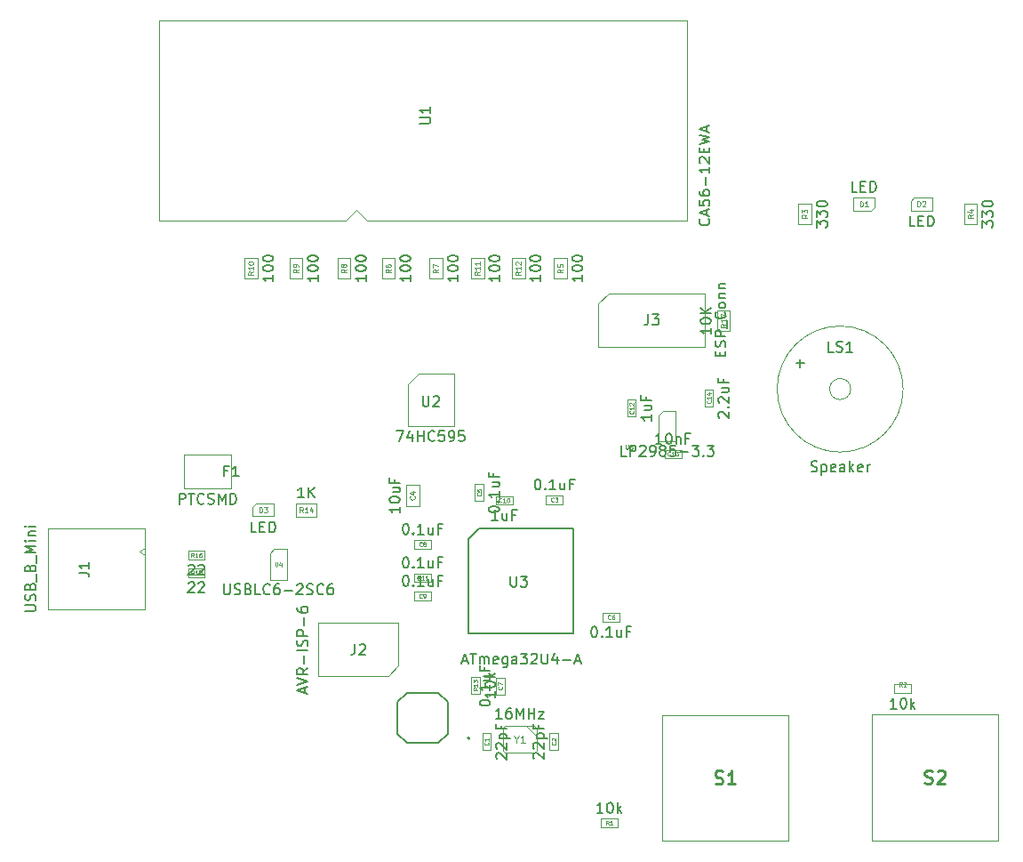
<source format=gbr>
%TF.GenerationSoftware,KiCad,Pcbnew,7.0.1*%
%TF.CreationDate,2023-04-20T18:42:28-06:00*%
%TF.ProjectId,Phase_B_Prototype,50686173-655f-4425-9f50-726f746f7479,rev?*%
%TF.SameCoordinates,Original*%
%TF.FileFunction,AssemblyDrawing,Top*%
%FSLAX46Y46*%
G04 Gerber Fmt 4.6, Leading zero omitted, Abs format (unit mm)*
G04 Created by KiCad (PCBNEW 7.0.1) date 2023-04-20 18:42:28*
%MOMM*%
%LPD*%
G01*
G04 APERTURE LIST*
%ADD10C,0.150000*%
%ADD11C,0.080000*%
%ADD12C,0.060000*%
%ADD13C,0.105000*%
%ADD14C,0.254000*%
%ADD15C,0.100000*%
%ADD16C,0.127000*%
%ADD17C,0.200000*%
G04 APERTURE END LIST*
D10*
%TO.C,U1*%
X165695380Y-60869238D02*
X165743000Y-60916857D01*
X165743000Y-60916857D02*
X165790619Y-61059714D01*
X165790619Y-61059714D02*
X165790619Y-61154952D01*
X165790619Y-61154952D02*
X165743000Y-61297809D01*
X165743000Y-61297809D02*
X165647761Y-61393047D01*
X165647761Y-61393047D02*
X165552523Y-61440666D01*
X165552523Y-61440666D02*
X165362047Y-61488285D01*
X165362047Y-61488285D02*
X165219190Y-61488285D01*
X165219190Y-61488285D02*
X165028714Y-61440666D01*
X165028714Y-61440666D02*
X164933476Y-61393047D01*
X164933476Y-61393047D02*
X164838238Y-61297809D01*
X164838238Y-61297809D02*
X164790619Y-61154952D01*
X164790619Y-61154952D02*
X164790619Y-61059714D01*
X164790619Y-61059714D02*
X164838238Y-60916857D01*
X164838238Y-60916857D02*
X164885857Y-60869238D01*
X165504904Y-60488285D02*
X165504904Y-60012095D01*
X165790619Y-60583523D02*
X164790619Y-60250190D01*
X164790619Y-60250190D02*
X165790619Y-59916857D01*
X164790619Y-59107333D02*
X164790619Y-59583523D01*
X164790619Y-59583523D02*
X165266809Y-59631142D01*
X165266809Y-59631142D02*
X165219190Y-59583523D01*
X165219190Y-59583523D02*
X165171571Y-59488285D01*
X165171571Y-59488285D02*
X165171571Y-59250190D01*
X165171571Y-59250190D02*
X165219190Y-59154952D01*
X165219190Y-59154952D02*
X165266809Y-59107333D01*
X165266809Y-59107333D02*
X165362047Y-59059714D01*
X165362047Y-59059714D02*
X165600142Y-59059714D01*
X165600142Y-59059714D02*
X165695380Y-59107333D01*
X165695380Y-59107333D02*
X165743000Y-59154952D01*
X165743000Y-59154952D02*
X165790619Y-59250190D01*
X165790619Y-59250190D02*
X165790619Y-59488285D01*
X165790619Y-59488285D02*
X165743000Y-59583523D01*
X165743000Y-59583523D02*
X165695380Y-59631142D01*
X164790619Y-58202571D02*
X164790619Y-58393047D01*
X164790619Y-58393047D02*
X164838238Y-58488285D01*
X164838238Y-58488285D02*
X164885857Y-58535904D01*
X164885857Y-58535904D02*
X165028714Y-58631142D01*
X165028714Y-58631142D02*
X165219190Y-58678761D01*
X165219190Y-58678761D02*
X165600142Y-58678761D01*
X165600142Y-58678761D02*
X165695380Y-58631142D01*
X165695380Y-58631142D02*
X165743000Y-58583523D01*
X165743000Y-58583523D02*
X165790619Y-58488285D01*
X165790619Y-58488285D02*
X165790619Y-58297809D01*
X165790619Y-58297809D02*
X165743000Y-58202571D01*
X165743000Y-58202571D02*
X165695380Y-58154952D01*
X165695380Y-58154952D02*
X165600142Y-58107333D01*
X165600142Y-58107333D02*
X165362047Y-58107333D01*
X165362047Y-58107333D02*
X165266809Y-58154952D01*
X165266809Y-58154952D02*
X165219190Y-58202571D01*
X165219190Y-58202571D02*
X165171571Y-58297809D01*
X165171571Y-58297809D02*
X165171571Y-58488285D01*
X165171571Y-58488285D02*
X165219190Y-58583523D01*
X165219190Y-58583523D02*
X165266809Y-58631142D01*
X165266809Y-58631142D02*
X165362047Y-58678761D01*
X165409666Y-57678761D02*
X165409666Y-56916857D01*
X165790619Y-55916857D02*
X165790619Y-56488285D01*
X165790619Y-56202571D02*
X164790619Y-56202571D01*
X164790619Y-56202571D02*
X164933476Y-56297809D01*
X164933476Y-56297809D02*
X165028714Y-56393047D01*
X165028714Y-56393047D02*
X165076333Y-56488285D01*
X164885857Y-55535904D02*
X164838238Y-55488285D01*
X164838238Y-55488285D02*
X164790619Y-55393047D01*
X164790619Y-55393047D02*
X164790619Y-55154952D01*
X164790619Y-55154952D02*
X164838238Y-55059714D01*
X164838238Y-55059714D02*
X164885857Y-55012095D01*
X164885857Y-55012095D02*
X164981095Y-54964476D01*
X164981095Y-54964476D02*
X165076333Y-54964476D01*
X165076333Y-54964476D02*
X165219190Y-55012095D01*
X165219190Y-55012095D02*
X165790619Y-55583523D01*
X165790619Y-55583523D02*
X165790619Y-54964476D01*
X165266809Y-54535904D02*
X165266809Y-54202571D01*
X165790619Y-54059714D02*
X165790619Y-54535904D01*
X165790619Y-54535904D02*
X164790619Y-54535904D01*
X164790619Y-54535904D02*
X164790619Y-54059714D01*
X164790619Y-53726380D02*
X165790619Y-53488285D01*
X165790619Y-53488285D02*
X165076333Y-53297809D01*
X165076333Y-53297809D02*
X165790619Y-53107333D01*
X165790619Y-53107333D02*
X164790619Y-52869238D01*
X165504904Y-52535904D02*
X165504904Y-52059714D01*
X165790619Y-52631142D02*
X164790619Y-52297809D01*
X164790619Y-52297809D02*
X165790619Y-51964476D01*
X138184619Y-51777904D02*
X138994142Y-51777904D01*
X138994142Y-51777904D02*
X139089380Y-51730285D01*
X139089380Y-51730285D02*
X139137000Y-51682666D01*
X139137000Y-51682666D02*
X139184619Y-51587428D01*
X139184619Y-51587428D02*
X139184619Y-51396952D01*
X139184619Y-51396952D02*
X139137000Y-51301714D01*
X139137000Y-51301714D02*
X139089380Y-51254095D01*
X139089380Y-51254095D02*
X138994142Y-51206476D01*
X138994142Y-51206476D02*
X138184619Y-51206476D01*
X139184619Y-50206476D02*
X139184619Y-50777904D01*
X139184619Y-50492190D02*
X138184619Y-50492190D01*
X138184619Y-50492190D02*
X138327476Y-50587428D01*
X138327476Y-50587428D02*
X138422714Y-50682666D01*
X138422714Y-50682666D02*
X138470333Y-50777904D01*
%TO.C,R17*%
X165919219Y-71251676D02*
X165919219Y-71823104D01*
X165919219Y-71537390D02*
X164919219Y-71537390D01*
X164919219Y-71537390D02*
X165062076Y-71632628D01*
X165062076Y-71632628D02*
X165157314Y-71727866D01*
X165157314Y-71727866D02*
X165204933Y-71823104D01*
X164919219Y-70632628D02*
X164919219Y-70537390D01*
X164919219Y-70537390D02*
X164966838Y-70442152D01*
X164966838Y-70442152D02*
X165014457Y-70394533D01*
X165014457Y-70394533D02*
X165109695Y-70346914D01*
X165109695Y-70346914D02*
X165300171Y-70299295D01*
X165300171Y-70299295D02*
X165538266Y-70299295D01*
X165538266Y-70299295D02*
X165728742Y-70346914D01*
X165728742Y-70346914D02*
X165823980Y-70394533D01*
X165823980Y-70394533D02*
X165871600Y-70442152D01*
X165871600Y-70442152D02*
X165919219Y-70537390D01*
X165919219Y-70537390D02*
X165919219Y-70632628D01*
X165919219Y-70632628D02*
X165871600Y-70727866D01*
X165871600Y-70727866D02*
X165823980Y-70775485D01*
X165823980Y-70775485D02*
X165728742Y-70823104D01*
X165728742Y-70823104D02*
X165538266Y-70870723D01*
X165538266Y-70870723D02*
X165300171Y-70870723D01*
X165300171Y-70870723D02*
X165109695Y-70823104D01*
X165109695Y-70823104D02*
X165014457Y-70775485D01*
X165014457Y-70775485D02*
X164966838Y-70727866D01*
X164966838Y-70727866D02*
X164919219Y-70632628D01*
X165919219Y-69870723D02*
X164919219Y-69870723D01*
X165919219Y-69299295D02*
X165347790Y-69727866D01*
X164919219Y-69299295D02*
X165490647Y-69870723D01*
D11*
X167337909Y-70882628D02*
X167099814Y-71049294D01*
X167337909Y-71168342D02*
X166837909Y-71168342D01*
X166837909Y-71168342D02*
X166837909Y-70977866D01*
X166837909Y-70977866D02*
X166861719Y-70930247D01*
X166861719Y-70930247D02*
X166885528Y-70906437D01*
X166885528Y-70906437D02*
X166933147Y-70882628D01*
X166933147Y-70882628D02*
X167004576Y-70882628D01*
X167004576Y-70882628D02*
X167052195Y-70906437D01*
X167052195Y-70906437D02*
X167076004Y-70930247D01*
X167076004Y-70930247D02*
X167099814Y-70977866D01*
X167099814Y-70977866D02*
X167099814Y-71168342D01*
X167337909Y-70406437D02*
X167337909Y-70692151D01*
X167337909Y-70549294D02*
X166837909Y-70549294D01*
X166837909Y-70549294D02*
X166909338Y-70596913D01*
X166909338Y-70596913D02*
X166956957Y-70644532D01*
X166956957Y-70644532D02*
X166980766Y-70692151D01*
X166837909Y-70239771D02*
X166837909Y-69906438D01*
X166837909Y-69906438D02*
X167337909Y-70120723D01*
D10*
%TO.C,R11*%
X145787619Y-66238766D02*
X145787619Y-66810194D01*
X145787619Y-66524480D02*
X144787619Y-66524480D01*
X144787619Y-66524480D02*
X144930476Y-66619718D01*
X144930476Y-66619718D02*
X145025714Y-66714956D01*
X145025714Y-66714956D02*
X145073333Y-66810194D01*
X144787619Y-65619718D02*
X144787619Y-65524480D01*
X144787619Y-65524480D02*
X144835238Y-65429242D01*
X144835238Y-65429242D02*
X144882857Y-65381623D01*
X144882857Y-65381623D02*
X144978095Y-65334004D01*
X144978095Y-65334004D02*
X145168571Y-65286385D01*
X145168571Y-65286385D02*
X145406666Y-65286385D01*
X145406666Y-65286385D02*
X145597142Y-65334004D01*
X145597142Y-65334004D02*
X145692380Y-65381623D01*
X145692380Y-65381623D02*
X145740000Y-65429242D01*
X145740000Y-65429242D02*
X145787619Y-65524480D01*
X145787619Y-65524480D02*
X145787619Y-65619718D01*
X145787619Y-65619718D02*
X145740000Y-65714956D01*
X145740000Y-65714956D02*
X145692380Y-65762575D01*
X145692380Y-65762575D02*
X145597142Y-65810194D01*
X145597142Y-65810194D02*
X145406666Y-65857813D01*
X145406666Y-65857813D02*
X145168571Y-65857813D01*
X145168571Y-65857813D02*
X144978095Y-65810194D01*
X144978095Y-65810194D02*
X144882857Y-65762575D01*
X144882857Y-65762575D02*
X144835238Y-65714956D01*
X144835238Y-65714956D02*
X144787619Y-65619718D01*
X144787619Y-64667337D02*
X144787619Y-64572099D01*
X144787619Y-64572099D02*
X144835238Y-64476861D01*
X144835238Y-64476861D02*
X144882857Y-64429242D01*
X144882857Y-64429242D02*
X144978095Y-64381623D01*
X144978095Y-64381623D02*
X145168571Y-64334004D01*
X145168571Y-64334004D02*
X145406666Y-64334004D01*
X145406666Y-64334004D02*
X145597142Y-64381623D01*
X145597142Y-64381623D02*
X145692380Y-64429242D01*
X145692380Y-64429242D02*
X145740000Y-64476861D01*
X145740000Y-64476861D02*
X145787619Y-64572099D01*
X145787619Y-64572099D02*
X145787619Y-64667337D01*
X145787619Y-64667337D02*
X145740000Y-64762575D01*
X145740000Y-64762575D02*
X145692380Y-64810194D01*
X145692380Y-64810194D02*
X145597142Y-64857813D01*
X145597142Y-64857813D02*
X145406666Y-64905432D01*
X145406666Y-64905432D02*
X145168571Y-64905432D01*
X145168571Y-64905432D02*
X144978095Y-64857813D01*
X144978095Y-64857813D02*
X144882857Y-64810194D01*
X144882857Y-64810194D02*
X144835238Y-64762575D01*
X144835238Y-64762575D02*
X144787619Y-64667337D01*
D11*
X143906309Y-65893528D02*
X143668214Y-66060194D01*
X143906309Y-66179242D02*
X143406309Y-66179242D01*
X143406309Y-66179242D02*
X143406309Y-65988766D01*
X143406309Y-65988766D02*
X143430119Y-65941147D01*
X143430119Y-65941147D02*
X143453928Y-65917337D01*
X143453928Y-65917337D02*
X143501547Y-65893528D01*
X143501547Y-65893528D02*
X143572976Y-65893528D01*
X143572976Y-65893528D02*
X143620595Y-65917337D01*
X143620595Y-65917337D02*
X143644404Y-65941147D01*
X143644404Y-65941147D02*
X143668214Y-65988766D01*
X143668214Y-65988766D02*
X143668214Y-66179242D01*
X143906309Y-65417337D02*
X143906309Y-65703051D01*
X143906309Y-65560194D02*
X143406309Y-65560194D01*
X143406309Y-65560194D02*
X143477738Y-65607813D01*
X143477738Y-65607813D02*
X143525357Y-65655432D01*
X143525357Y-65655432D02*
X143549166Y-65703051D01*
X143906309Y-64941147D02*
X143906309Y-65226861D01*
X143906309Y-65084004D02*
X143406309Y-65084004D01*
X143406309Y-65084004D02*
X143477738Y-65131623D01*
X143477738Y-65131623D02*
X143525357Y-65179242D01*
X143525357Y-65179242D02*
X143549166Y-65226861D01*
D10*
%TO.C,C2*%
X149080057Y-112246856D02*
X149032438Y-112199237D01*
X149032438Y-112199237D02*
X148984819Y-112103999D01*
X148984819Y-112103999D02*
X148984819Y-111865904D01*
X148984819Y-111865904D02*
X149032438Y-111770666D01*
X149032438Y-111770666D02*
X149080057Y-111723047D01*
X149080057Y-111723047D02*
X149175295Y-111675428D01*
X149175295Y-111675428D02*
X149270533Y-111675428D01*
X149270533Y-111675428D02*
X149413390Y-111723047D01*
X149413390Y-111723047D02*
X149984819Y-112294475D01*
X149984819Y-112294475D02*
X149984819Y-111675428D01*
X149080057Y-111294475D02*
X149032438Y-111246856D01*
X149032438Y-111246856D02*
X148984819Y-111151618D01*
X148984819Y-111151618D02*
X148984819Y-110913523D01*
X148984819Y-110913523D02*
X149032438Y-110818285D01*
X149032438Y-110818285D02*
X149080057Y-110770666D01*
X149080057Y-110770666D02*
X149175295Y-110723047D01*
X149175295Y-110723047D02*
X149270533Y-110723047D01*
X149270533Y-110723047D02*
X149413390Y-110770666D01*
X149413390Y-110770666D02*
X149984819Y-111342094D01*
X149984819Y-111342094D02*
X149984819Y-110723047D01*
X149318152Y-110294475D02*
X150318152Y-110294475D01*
X149365771Y-110294475D02*
X149318152Y-110199237D01*
X149318152Y-110199237D02*
X149318152Y-110008761D01*
X149318152Y-110008761D02*
X149365771Y-109913523D01*
X149365771Y-109913523D02*
X149413390Y-109865904D01*
X149413390Y-109865904D02*
X149508628Y-109818285D01*
X149508628Y-109818285D02*
X149794342Y-109818285D01*
X149794342Y-109818285D02*
X149889580Y-109865904D01*
X149889580Y-109865904D02*
X149937200Y-109913523D01*
X149937200Y-109913523D02*
X149984819Y-110008761D01*
X149984819Y-110008761D02*
X149984819Y-110199237D01*
X149984819Y-110199237D02*
X149937200Y-110294475D01*
X149461009Y-109056380D02*
X149461009Y-109389713D01*
X149984819Y-109389713D02*
X148984819Y-109389713D01*
X148984819Y-109389713D02*
X148984819Y-108913523D01*
D12*
X151099152Y-110670666D02*
X151118200Y-110689714D01*
X151118200Y-110689714D02*
X151137247Y-110746856D01*
X151137247Y-110746856D02*
X151137247Y-110784952D01*
X151137247Y-110784952D02*
X151118200Y-110842095D01*
X151118200Y-110842095D02*
X151080104Y-110880190D01*
X151080104Y-110880190D02*
X151042009Y-110899237D01*
X151042009Y-110899237D02*
X150965819Y-110918285D01*
X150965819Y-110918285D02*
X150908676Y-110918285D01*
X150908676Y-110918285D02*
X150832485Y-110899237D01*
X150832485Y-110899237D02*
X150794390Y-110880190D01*
X150794390Y-110880190D02*
X150756295Y-110842095D01*
X150756295Y-110842095D02*
X150737247Y-110784952D01*
X150737247Y-110784952D02*
X150737247Y-110746856D01*
X150737247Y-110746856D02*
X150756295Y-110689714D01*
X150756295Y-110689714D02*
X150775342Y-110670666D01*
X150775342Y-110518285D02*
X150756295Y-110499237D01*
X150756295Y-110499237D02*
X150737247Y-110461142D01*
X150737247Y-110461142D02*
X150737247Y-110365904D01*
X150737247Y-110365904D02*
X150756295Y-110327809D01*
X150756295Y-110327809D02*
X150775342Y-110308761D01*
X150775342Y-110308761D02*
X150813438Y-110289714D01*
X150813438Y-110289714D02*
X150851533Y-110289714D01*
X150851533Y-110289714D02*
X150908676Y-110308761D01*
X150908676Y-110308761D02*
X151137247Y-110537333D01*
X151137247Y-110537333D02*
X151137247Y-110289714D01*
D10*
%TO.C,R12*%
X149673819Y-66238766D02*
X149673819Y-66810194D01*
X149673819Y-66524480D02*
X148673819Y-66524480D01*
X148673819Y-66524480D02*
X148816676Y-66619718D01*
X148816676Y-66619718D02*
X148911914Y-66714956D01*
X148911914Y-66714956D02*
X148959533Y-66810194D01*
X148673819Y-65619718D02*
X148673819Y-65524480D01*
X148673819Y-65524480D02*
X148721438Y-65429242D01*
X148721438Y-65429242D02*
X148769057Y-65381623D01*
X148769057Y-65381623D02*
X148864295Y-65334004D01*
X148864295Y-65334004D02*
X149054771Y-65286385D01*
X149054771Y-65286385D02*
X149292866Y-65286385D01*
X149292866Y-65286385D02*
X149483342Y-65334004D01*
X149483342Y-65334004D02*
X149578580Y-65381623D01*
X149578580Y-65381623D02*
X149626200Y-65429242D01*
X149626200Y-65429242D02*
X149673819Y-65524480D01*
X149673819Y-65524480D02*
X149673819Y-65619718D01*
X149673819Y-65619718D02*
X149626200Y-65714956D01*
X149626200Y-65714956D02*
X149578580Y-65762575D01*
X149578580Y-65762575D02*
X149483342Y-65810194D01*
X149483342Y-65810194D02*
X149292866Y-65857813D01*
X149292866Y-65857813D02*
X149054771Y-65857813D01*
X149054771Y-65857813D02*
X148864295Y-65810194D01*
X148864295Y-65810194D02*
X148769057Y-65762575D01*
X148769057Y-65762575D02*
X148721438Y-65714956D01*
X148721438Y-65714956D02*
X148673819Y-65619718D01*
X148673819Y-64667337D02*
X148673819Y-64572099D01*
X148673819Y-64572099D02*
X148721438Y-64476861D01*
X148721438Y-64476861D02*
X148769057Y-64429242D01*
X148769057Y-64429242D02*
X148864295Y-64381623D01*
X148864295Y-64381623D02*
X149054771Y-64334004D01*
X149054771Y-64334004D02*
X149292866Y-64334004D01*
X149292866Y-64334004D02*
X149483342Y-64381623D01*
X149483342Y-64381623D02*
X149578580Y-64429242D01*
X149578580Y-64429242D02*
X149626200Y-64476861D01*
X149626200Y-64476861D02*
X149673819Y-64572099D01*
X149673819Y-64572099D02*
X149673819Y-64667337D01*
X149673819Y-64667337D02*
X149626200Y-64762575D01*
X149626200Y-64762575D02*
X149578580Y-64810194D01*
X149578580Y-64810194D02*
X149483342Y-64857813D01*
X149483342Y-64857813D02*
X149292866Y-64905432D01*
X149292866Y-64905432D02*
X149054771Y-64905432D01*
X149054771Y-64905432D02*
X148864295Y-64857813D01*
X148864295Y-64857813D02*
X148769057Y-64810194D01*
X148769057Y-64810194D02*
X148721438Y-64762575D01*
X148721438Y-64762575D02*
X148673819Y-64667337D01*
D11*
X147792509Y-65893528D02*
X147554414Y-66060194D01*
X147792509Y-66179242D02*
X147292509Y-66179242D01*
X147292509Y-66179242D02*
X147292509Y-65988766D01*
X147292509Y-65988766D02*
X147316319Y-65941147D01*
X147316319Y-65941147D02*
X147340128Y-65917337D01*
X147340128Y-65917337D02*
X147387747Y-65893528D01*
X147387747Y-65893528D02*
X147459176Y-65893528D01*
X147459176Y-65893528D02*
X147506795Y-65917337D01*
X147506795Y-65917337D02*
X147530604Y-65941147D01*
X147530604Y-65941147D02*
X147554414Y-65988766D01*
X147554414Y-65988766D02*
X147554414Y-66179242D01*
X147792509Y-65417337D02*
X147792509Y-65703051D01*
X147792509Y-65560194D02*
X147292509Y-65560194D01*
X147292509Y-65560194D02*
X147363938Y-65607813D01*
X147363938Y-65607813D02*
X147411557Y-65655432D01*
X147411557Y-65655432D02*
X147435366Y-65703051D01*
X147340128Y-65226861D02*
X147316319Y-65203052D01*
X147316319Y-65203052D02*
X147292509Y-65155433D01*
X147292509Y-65155433D02*
X147292509Y-65036385D01*
X147292509Y-65036385D02*
X147316319Y-64988766D01*
X147316319Y-64988766D02*
X147340128Y-64964957D01*
X147340128Y-64964957D02*
X147387747Y-64941147D01*
X147387747Y-64941147D02*
X147435366Y-64941147D01*
X147435366Y-64941147D02*
X147506795Y-64964957D01*
X147506795Y-64964957D02*
X147792509Y-65250671D01*
X147792509Y-65250671D02*
X147792509Y-64941147D01*
D10*
%TO.C,Y1*%
X146005523Y-108426419D02*
X145434095Y-108426419D01*
X145719809Y-108426419D02*
X145719809Y-107426419D01*
X145719809Y-107426419D02*
X145624571Y-107569276D01*
X145624571Y-107569276D02*
X145529333Y-107664514D01*
X145529333Y-107664514D02*
X145434095Y-107712133D01*
X146862666Y-107426419D02*
X146672190Y-107426419D01*
X146672190Y-107426419D02*
X146576952Y-107474038D01*
X146576952Y-107474038D02*
X146529333Y-107521657D01*
X146529333Y-107521657D02*
X146434095Y-107664514D01*
X146434095Y-107664514D02*
X146386476Y-107854990D01*
X146386476Y-107854990D02*
X146386476Y-108235942D01*
X146386476Y-108235942D02*
X146434095Y-108331180D01*
X146434095Y-108331180D02*
X146481714Y-108378800D01*
X146481714Y-108378800D02*
X146576952Y-108426419D01*
X146576952Y-108426419D02*
X146767428Y-108426419D01*
X146767428Y-108426419D02*
X146862666Y-108378800D01*
X146862666Y-108378800D02*
X146910285Y-108331180D01*
X146910285Y-108331180D02*
X146957904Y-108235942D01*
X146957904Y-108235942D02*
X146957904Y-107997847D01*
X146957904Y-107997847D02*
X146910285Y-107902609D01*
X146910285Y-107902609D02*
X146862666Y-107854990D01*
X146862666Y-107854990D02*
X146767428Y-107807371D01*
X146767428Y-107807371D02*
X146576952Y-107807371D01*
X146576952Y-107807371D02*
X146481714Y-107854990D01*
X146481714Y-107854990D02*
X146434095Y-107902609D01*
X146434095Y-107902609D02*
X146386476Y-107997847D01*
X147386476Y-108426419D02*
X147386476Y-107426419D01*
X147386476Y-107426419D02*
X147719809Y-108140704D01*
X147719809Y-108140704D02*
X148053142Y-107426419D01*
X148053142Y-107426419D02*
X148053142Y-108426419D01*
X148529333Y-108426419D02*
X148529333Y-107426419D01*
X148529333Y-107902609D02*
X149100761Y-107902609D01*
X149100761Y-108426419D02*
X149100761Y-107426419D01*
X149481714Y-107759752D02*
X150005523Y-107759752D01*
X150005523Y-107759752D02*
X149481714Y-108426419D01*
X149481714Y-108426419D02*
X150005523Y-108426419D01*
D13*
X147362667Y-110404300D02*
X147362667Y-110737633D01*
X147129333Y-110037633D02*
X147362667Y-110404300D01*
X147362667Y-110404300D02*
X147596000Y-110037633D01*
X148196000Y-110737633D02*
X147796000Y-110737633D01*
X147996000Y-110737633D02*
X147996000Y-110037633D01*
X147996000Y-110037633D02*
X147929333Y-110137633D01*
X147929333Y-110137633D02*
X147862667Y-110204300D01*
X147862667Y-110204300D02*
X147796000Y-110237633D01*
D10*
%TO.C,R3*%
X175976519Y-61670513D02*
X175976519Y-61051466D01*
X175976519Y-61051466D02*
X176357471Y-61384799D01*
X176357471Y-61384799D02*
X176357471Y-61241942D01*
X176357471Y-61241942D02*
X176405090Y-61146704D01*
X176405090Y-61146704D02*
X176452709Y-61099085D01*
X176452709Y-61099085D02*
X176547947Y-61051466D01*
X176547947Y-61051466D02*
X176786042Y-61051466D01*
X176786042Y-61051466D02*
X176881280Y-61099085D01*
X176881280Y-61099085D02*
X176928900Y-61146704D01*
X176928900Y-61146704D02*
X176976519Y-61241942D01*
X176976519Y-61241942D02*
X176976519Y-61527656D01*
X176976519Y-61527656D02*
X176928900Y-61622894D01*
X176928900Y-61622894D02*
X176881280Y-61670513D01*
X175976519Y-60718132D02*
X175976519Y-60099085D01*
X175976519Y-60099085D02*
X176357471Y-60432418D01*
X176357471Y-60432418D02*
X176357471Y-60289561D01*
X176357471Y-60289561D02*
X176405090Y-60194323D01*
X176405090Y-60194323D02*
X176452709Y-60146704D01*
X176452709Y-60146704D02*
X176547947Y-60099085D01*
X176547947Y-60099085D02*
X176786042Y-60099085D01*
X176786042Y-60099085D02*
X176881280Y-60146704D01*
X176881280Y-60146704D02*
X176928900Y-60194323D01*
X176928900Y-60194323D02*
X176976519Y-60289561D01*
X176976519Y-60289561D02*
X176976519Y-60575275D01*
X176976519Y-60575275D02*
X176928900Y-60670513D01*
X176928900Y-60670513D02*
X176881280Y-60718132D01*
X175976519Y-59480037D02*
X175976519Y-59384799D01*
X175976519Y-59384799D02*
X176024138Y-59289561D01*
X176024138Y-59289561D02*
X176071757Y-59241942D01*
X176071757Y-59241942D02*
X176166995Y-59194323D01*
X176166995Y-59194323D02*
X176357471Y-59146704D01*
X176357471Y-59146704D02*
X176595566Y-59146704D01*
X176595566Y-59146704D02*
X176786042Y-59194323D01*
X176786042Y-59194323D02*
X176881280Y-59241942D01*
X176881280Y-59241942D02*
X176928900Y-59289561D01*
X176928900Y-59289561D02*
X176976519Y-59384799D01*
X176976519Y-59384799D02*
X176976519Y-59480037D01*
X176976519Y-59480037D02*
X176928900Y-59575275D01*
X176928900Y-59575275D02*
X176881280Y-59622894D01*
X176881280Y-59622894D02*
X176786042Y-59670513D01*
X176786042Y-59670513D02*
X176595566Y-59718132D01*
X176595566Y-59718132D02*
X176357471Y-59718132D01*
X176357471Y-59718132D02*
X176166995Y-59670513D01*
X176166995Y-59670513D02*
X176071757Y-59622894D01*
X176071757Y-59622894D02*
X176024138Y-59575275D01*
X176024138Y-59575275D02*
X175976519Y-59480037D01*
D11*
X175095209Y-60468133D02*
X174857114Y-60634799D01*
X175095209Y-60753847D02*
X174595209Y-60753847D01*
X174595209Y-60753847D02*
X174595209Y-60563371D01*
X174595209Y-60563371D02*
X174619019Y-60515752D01*
X174619019Y-60515752D02*
X174642828Y-60491942D01*
X174642828Y-60491942D02*
X174690447Y-60468133D01*
X174690447Y-60468133D02*
X174761876Y-60468133D01*
X174761876Y-60468133D02*
X174809495Y-60491942D01*
X174809495Y-60491942D02*
X174833304Y-60515752D01*
X174833304Y-60515752D02*
X174857114Y-60563371D01*
X174857114Y-60563371D02*
X174857114Y-60753847D01*
X174595209Y-60301466D02*
X174595209Y-59991942D01*
X174595209Y-59991942D02*
X174785685Y-60158609D01*
X174785685Y-60158609D02*
X174785685Y-60087180D01*
X174785685Y-60087180D02*
X174809495Y-60039561D01*
X174809495Y-60039561D02*
X174833304Y-60015752D01*
X174833304Y-60015752D02*
X174880923Y-59991942D01*
X174880923Y-59991942D02*
X174999971Y-59991942D01*
X174999971Y-59991942D02*
X175047590Y-60015752D01*
X175047590Y-60015752D02*
X175071400Y-60039561D01*
X175071400Y-60039561D02*
X175095209Y-60087180D01*
X175095209Y-60087180D02*
X175095209Y-60230037D01*
X175095209Y-60230037D02*
X175071400Y-60277656D01*
X175071400Y-60277656D02*
X175047590Y-60301466D01*
D10*
%TO.C,R14*%
X127152014Y-87395219D02*
X126580586Y-87395219D01*
X126866300Y-87395219D02*
X126866300Y-86395219D01*
X126866300Y-86395219D02*
X126771062Y-86538076D01*
X126771062Y-86538076D02*
X126675824Y-86633314D01*
X126675824Y-86633314D02*
X126580586Y-86680933D01*
X127580586Y-87395219D02*
X127580586Y-86395219D01*
X128152014Y-87395219D02*
X127723443Y-86823790D01*
X128152014Y-86395219D02*
X127580586Y-86966647D01*
D11*
X127044871Y-88813909D02*
X126878205Y-88575814D01*
X126759157Y-88813909D02*
X126759157Y-88313909D01*
X126759157Y-88313909D02*
X126949633Y-88313909D01*
X126949633Y-88313909D02*
X126997252Y-88337719D01*
X126997252Y-88337719D02*
X127021062Y-88361528D01*
X127021062Y-88361528D02*
X127044871Y-88409147D01*
X127044871Y-88409147D02*
X127044871Y-88480576D01*
X127044871Y-88480576D02*
X127021062Y-88528195D01*
X127021062Y-88528195D02*
X126997252Y-88552004D01*
X126997252Y-88552004D02*
X126949633Y-88575814D01*
X126949633Y-88575814D02*
X126759157Y-88575814D01*
X127521062Y-88813909D02*
X127235348Y-88813909D01*
X127378205Y-88813909D02*
X127378205Y-88313909D01*
X127378205Y-88313909D02*
X127330586Y-88385338D01*
X127330586Y-88385338D02*
X127282967Y-88432957D01*
X127282967Y-88432957D02*
X127235348Y-88456766D01*
X127949633Y-88480576D02*
X127949633Y-88813909D01*
X127830585Y-88290100D02*
X127711538Y-88647242D01*
X127711538Y-88647242D02*
X128021061Y-88647242D01*
D10*
%TO.C,F1*%
X115279724Y-88012219D02*
X115279724Y-87012219D01*
X115279724Y-87012219D02*
X115660676Y-87012219D01*
X115660676Y-87012219D02*
X115755914Y-87059838D01*
X115755914Y-87059838D02*
X115803533Y-87107457D01*
X115803533Y-87107457D02*
X115851152Y-87202695D01*
X115851152Y-87202695D02*
X115851152Y-87345552D01*
X115851152Y-87345552D02*
X115803533Y-87440790D01*
X115803533Y-87440790D02*
X115755914Y-87488409D01*
X115755914Y-87488409D02*
X115660676Y-87536028D01*
X115660676Y-87536028D02*
X115279724Y-87536028D01*
X116136867Y-87012219D02*
X116708295Y-87012219D01*
X116422581Y-88012219D02*
X116422581Y-87012219D01*
X117613057Y-87916980D02*
X117565438Y-87964600D01*
X117565438Y-87964600D02*
X117422581Y-88012219D01*
X117422581Y-88012219D02*
X117327343Y-88012219D01*
X117327343Y-88012219D02*
X117184486Y-87964600D01*
X117184486Y-87964600D02*
X117089248Y-87869361D01*
X117089248Y-87869361D02*
X117041629Y-87774123D01*
X117041629Y-87774123D02*
X116994010Y-87583647D01*
X116994010Y-87583647D02*
X116994010Y-87440790D01*
X116994010Y-87440790D02*
X117041629Y-87250314D01*
X117041629Y-87250314D02*
X117089248Y-87155076D01*
X117089248Y-87155076D02*
X117184486Y-87059838D01*
X117184486Y-87059838D02*
X117327343Y-87012219D01*
X117327343Y-87012219D02*
X117422581Y-87012219D01*
X117422581Y-87012219D02*
X117565438Y-87059838D01*
X117565438Y-87059838D02*
X117613057Y-87107457D01*
X117994010Y-87964600D02*
X118136867Y-88012219D01*
X118136867Y-88012219D02*
X118374962Y-88012219D01*
X118374962Y-88012219D02*
X118470200Y-87964600D01*
X118470200Y-87964600D02*
X118517819Y-87916980D01*
X118517819Y-87916980D02*
X118565438Y-87821742D01*
X118565438Y-87821742D02*
X118565438Y-87726504D01*
X118565438Y-87726504D02*
X118517819Y-87631266D01*
X118517819Y-87631266D02*
X118470200Y-87583647D01*
X118470200Y-87583647D02*
X118374962Y-87536028D01*
X118374962Y-87536028D02*
X118184486Y-87488409D01*
X118184486Y-87488409D02*
X118089248Y-87440790D01*
X118089248Y-87440790D02*
X118041629Y-87393171D01*
X118041629Y-87393171D02*
X117994010Y-87297933D01*
X117994010Y-87297933D02*
X117994010Y-87202695D01*
X117994010Y-87202695D02*
X118041629Y-87107457D01*
X118041629Y-87107457D02*
X118089248Y-87059838D01*
X118089248Y-87059838D02*
X118184486Y-87012219D01*
X118184486Y-87012219D02*
X118422581Y-87012219D01*
X118422581Y-87012219D02*
X118565438Y-87059838D01*
X118994010Y-88012219D02*
X118994010Y-87012219D01*
X118994010Y-87012219D02*
X119327343Y-87726504D01*
X119327343Y-87726504D02*
X119660676Y-87012219D01*
X119660676Y-87012219D02*
X119660676Y-88012219D01*
X120136867Y-88012219D02*
X120136867Y-87012219D01*
X120136867Y-87012219D02*
X120374962Y-87012219D01*
X120374962Y-87012219D02*
X120517819Y-87059838D01*
X120517819Y-87059838D02*
X120613057Y-87155076D01*
X120613057Y-87155076D02*
X120660676Y-87250314D01*
X120660676Y-87250314D02*
X120708295Y-87440790D01*
X120708295Y-87440790D02*
X120708295Y-87583647D01*
X120708295Y-87583647D02*
X120660676Y-87774123D01*
X120660676Y-87774123D02*
X120613057Y-87869361D01*
X120613057Y-87869361D02*
X120517819Y-87964600D01*
X120517819Y-87964600D02*
X120374962Y-88012219D01*
X120374962Y-88012219D02*
X120136867Y-88012219D01*
X119886866Y-84838409D02*
X119553533Y-84838409D01*
X119553533Y-85362219D02*
X119553533Y-84362219D01*
X119553533Y-84362219D02*
X120029723Y-84362219D01*
X120934485Y-85362219D02*
X120363057Y-85362219D01*
X120648771Y-85362219D02*
X120648771Y-84362219D01*
X120648771Y-84362219D02*
X120553533Y-84505076D01*
X120553533Y-84505076D02*
X120458295Y-84600314D01*
X120458295Y-84600314D02*
X120363057Y-84647933D01*
%TO.C,U4*%
X119517424Y-95613619D02*
X119517424Y-96423142D01*
X119517424Y-96423142D02*
X119565043Y-96518380D01*
X119565043Y-96518380D02*
X119612662Y-96566000D01*
X119612662Y-96566000D02*
X119707900Y-96613619D01*
X119707900Y-96613619D02*
X119898376Y-96613619D01*
X119898376Y-96613619D02*
X119993614Y-96566000D01*
X119993614Y-96566000D02*
X120041233Y-96518380D01*
X120041233Y-96518380D02*
X120088852Y-96423142D01*
X120088852Y-96423142D02*
X120088852Y-95613619D01*
X120517424Y-96566000D02*
X120660281Y-96613619D01*
X120660281Y-96613619D02*
X120898376Y-96613619D01*
X120898376Y-96613619D02*
X120993614Y-96566000D01*
X120993614Y-96566000D02*
X121041233Y-96518380D01*
X121041233Y-96518380D02*
X121088852Y-96423142D01*
X121088852Y-96423142D02*
X121088852Y-96327904D01*
X121088852Y-96327904D02*
X121041233Y-96232666D01*
X121041233Y-96232666D02*
X120993614Y-96185047D01*
X120993614Y-96185047D02*
X120898376Y-96137428D01*
X120898376Y-96137428D02*
X120707900Y-96089809D01*
X120707900Y-96089809D02*
X120612662Y-96042190D01*
X120612662Y-96042190D02*
X120565043Y-95994571D01*
X120565043Y-95994571D02*
X120517424Y-95899333D01*
X120517424Y-95899333D02*
X120517424Y-95804095D01*
X120517424Y-95804095D02*
X120565043Y-95708857D01*
X120565043Y-95708857D02*
X120612662Y-95661238D01*
X120612662Y-95661238D02*
X120707900Y-95613619D01*
X120707900Y-95613619D02*
X120945995Y-95613619D01*
X120945995Y-95613619D02*
X121088852Y-95661238D01*
X121850757Y-96089809D02*
X121993614Y-96137428D01*
X121993614Y-96137428D02*
X122041233Y-96185047D01*
X122041233Y-96185047D02*
X122088852Y-96280285D01*
X122088852Y-96280285D02*
X122088852Y-96423142D01*
X122088852Y-96423142D02*
X122041233Y-96518380D01*
X122041233Y-96518380D02*
X121993614Y-96566000D01*
X121993614Y-96566000D02*
X121898376Y-96613619D01*
X121898376Y-96613619D02*
X121517424Y-96613619D01*
X121517424Y-96613619D02*
X121517424Y-95613619D01*
X121517424Y-95613619D02*
X121850757Y-95613619D01*
X121850757Y-95613619D02*
X121945995Y-95661238D01*
X121945995Y-95661238D02*
X121993614Y-95708857D01*
X121993614Y-95708857D02*
X122041233Y-95804095D01*
X122041233Y-95804095D02*
X122041233Y-95899333D01*
X122041233Y-95899333D02*
X121993614Y-95994571D01*
X121993614Y-95994571D02*
X121945995Y-96042190D01*
X121945995Y-96042190D02*
X121850757Y-96089809D01*
X121850757Y-96089809D02*
X121517424Y-96089809D01*
X122993614Y-96613619D02*
X122517424Y-96613619D01*
X122517424Y-96613619D02*
X122517424Y-95613619D01*
X123898376Y-96518380D02*
X123850757Y-96566000D01*
X123850757Y-96566000D02*
X123707900Y-96613619D01*
X123707900Y-96613619D02*
X123612662Y-96613619D01*
X123612662Y-96613619D02*
X123469805Y-96566000D01*
X123469805Y-96566000D02*
X123374567Y-96470761D01*
X123374567Y-96470761D02*
X123326948Y-96375523D01*
X123326948Y-96375523D02*
X123279329Y-96185047D01*
X123279329Y-96185047D02*
X123279329Y-96042190D01*
X123279329Y-96042190D02*
X123326948Y-95851714D01*
X123326948Y-95851714D02*
X123374567Y-95756476D01*
X123374567Y-95756476D02*
X123469805Y-95661238D01*
X123469805Y-95661238D02*
X123612662Y-95613619D01*
X123612662Y-95613619D02*
X123707900Y-95613619D01*
X123707900Y-95613619D02*
X123850757Y-95661238D01*
X123850757Y-95661238D02*
X123898376Y-95708857D01*
X124755519Y-95613619D02*
X124565043Y-95613619D01*
X124565043Y-95613619D02*
X124469805Y-95661238D01*
X124469805Y-95661238D02*
X124422186Y-95708857D01*
X124422186Y-95708857D02*
X124326948Y-95851714D01*
X124326948Y-95851714D02*
X124279329Y-96042190D01*
X124279329Y-96042190D02*
X124279329Y-96423142D01*
X124279329Y-96423142D02*
X124326948Y-96518380D01*
X124326948Y-96518380D02*
X124374567Y-96566000D01*
X124374567Y-96566000D02*
X124469805Y-96613619D01*
X124469805Y-96613619D02*
X124660281Y-96613619D01*
X124660281Y-96613619D02*
X124755519Y-96566000D01*
X124755519Y-96566000D02*
X124803138Y-96518380D01*
X124803138Y-96518380D02*
X124850757Y-96423142D01*
X124850757Y-96423142D02*
X124850757Y-96185047D01*
X124850757Y-96185047D02*
X124803138Y-96089809D01*
X124803138Y-96089809D02*
X124755519Y-96042190D01*
X124755519Y-96042190D02*
X124660281Y-95994571D01*
X124660281Y-95994571D02*
X124469805Y-95994571D01*
X124469805Y-95994571D02*
X124374567Y-96042190D01*
X124374567Y-96042190D02*
X124326948Y-96089809D01*
X124326948Y-96089809D02*
X124279329Y-96185047D01*
X125279329Y-96232666D02*
X126041234Y-96232666D01*
X126469805Y-95708857D02*
X126517424Y-95661238D01*
X126517424Y-95661238D02*
X126612662Y-95613619D01*
X126612662Y-95613619D02*
X126850757Y-95613619D01*
X126850757Y-95613619D02*
X126945995Y-95661238D01*
X126945995Y-95661238D02*
X126993614Y-95708857D01*
X126993614Y-95708857D02*
X127041233Y-95804095D01*
X127041233Y-95804095D02*
X127041233Y-95899333D01*
X127041233Y-95899333D02*
X126993614Y-96042190D01*
X126993614Y-96042190D02*
X126422186Y-96613619D01*
X126422186Y-96613619D02*
X127041233Y-96613619D01*
X127422186Y-96566000D02*
X127565043Y-96613619D01*
X127565043Y-96613619D02*
X127803138Y-96613619D01*
X127803138Y-96613619D02*
X127898376Y-96566000D01*
X127898376Y-96566000D02*
X127945995Y-96518380D01*
X127945995Y-96518380D02*
X127993614Y-96423142D01*
X127993614Y-96423142D02*
X127993614Y-96327904D01*
X127993614Y-96327904D02*
X127945995Y-96232666D01*
X127945995Y-96232666D02*
X127898376Y-96185047D01*
X127898376Y-96185047D02*
X127803138Y-96137428D01*
X127803138Y-96137428D02*
X127612662Y-96089809D01*
X127612662Y-96089809D02*
X127517424Y-96042190D01*
X127517424Y-96042190D02*
X127469805Y-95994571D01*
X127469805Y-95994571D02*
X127422186Y-95899333D01*
X127422186Y-95899333D02*
X127422186Y-95804095D01*
X127422186Y-95804095D02*
X127469805Y-95708857D01*
X127469805Y-95708857D02*
X127517424Y-95661238D01*
X127517424Y-95661238D02*
X127612662Y-95613619D01*
X127612662Y-95613619D02*
X127850757Y-95613619D01*
X127850757Y-95613619D02*
X127993614Y-95661238D01*
X128993614Y-96518380D02*
X128945995Y-96566000D01*
X128945995Y-96566000D02*
X128803138Y-96613619D01*
X128803138Y-96613619D02*
X128707900Y-96613619D01*
X128707900Y-96613619D02*
X128565043Y-96566000D01*
X128565043Y-96566000D02*
X128469805Y-96470761D01*
X128469805Y-96470761D02*
X128422186Y-96375523D01*
X128422186Y-96375523D02*
X128374567Y-96185047D01*
X128374567Y-96185047D02*
X128374567Y-96042190D01*
X128374567Y-96042190D02*
X128422186Y-95851714D01*
X128422186Y-95851714D02*
X128469805Y-95756476D01*
X128469805Y-95756476D02*
X128565043Y-95661238D01*
X128565043Y-95661238D02*
X128707900Y-95613619D01*
X128707900Y-95613619D02*
X128803138Y-95613619D01*
X128803138Y-95613619D02*
X128945995Y-95661238D01*
X128945995Y-95661238D02*
X128993614Y-95708857D01*
X129850757Y-95613619D02*
X129660281Y-95613619D01*
X129660281Y-95613619D02*
X129565043Y-95661238D01*
X129565043Y-95661238D02*
X129517424Y-95708857D01*
X129517424Y-95708857D02*
X129422186Y-95851714D01*
X129422186Y-95851714D02*
X129374567Y-96042190D01*
X129374567Y-96042190D02*
X129374567Y-96423142D01*
X129374567Y-96423142D02*
X129422186Y-96518380D01*
X129422186Y-96518380D02*
X129469805Y-96566000D01*
X129469805Y-96566000D02*
X129565043Y-96613619D01*
X129565043Y-96613619D02*
X129755519Y-96613619D01*
X129755519Y-96613619D02*
X129850757Y-96566000D01*
X129850757Y-96566000D02*
X129898376Y-96518380D01*
X129898376Y-96518380D02*
X129945995Y-96423142D01*
X129945995Y-96423142D02*
X129945995Y-96185047D01*
X129945995Y-96185047D02*
X129898376Y-96089809D01*
X129898376Y-96089809D02*
X129850757Y-96042190D01*
X129850757Y-96042190D02*
X129755519Y-95994571D01*
X129755519Y-95994571D02*
X129565043Y-95994571D01*
X129565043Y-95994571D02*
X129469805Y-96042190D01*
X129469805Y-96042190D02*
X129422186Y-96089809D01*
X129422186Y-96089809D02*
X129374567Y-96185047D01*
D12*
X124403138Y-93536047D02*
X124403138Y-93859857D01*
X124403138Y-93859857D02*
X124422185Y-93897952D01*
X124422185Y-93897952D02*
X124441233Y-93917000D01*
X124441233Y-93917000D02*
X124479328Y-93936047D01*
X124479328Y-93936047D02*
X124555519Y-93936047D01*
X124555519Y-93936047D02*
X124593614Y-93917000D01*
X124593614Y-93917000D02*
X124612661Y-93897952D01*
X124612661Y-93897952D02*
X124631709Y-93859857D01*
X124631709Y-93859857D02*
X124631709Y-93536047D01*
X124993614Y-93669380D02*
X124993614Y-93936047D01*
X124898376Y-93517000D02*
X124803138Y-93802714D01*
X124803138Y-93802714D02*
X125050757Y-93802714D01*
D14*
%TO.C,S1*%
X166316580Y-114600450D02*
X166498009Y-114660926D01*
X166498009Y-114660926D02*
X166800390Y-114660926D01*
X166800390Y-114660926D02*
X166921342Y-114600450D01*
X166921342Y-114600450D02*
X166981818Y-114539973D01*
X166981818Y-114539973D02*
X167042295Y-114419021D01*
X167042295Y-114419021D02*
X167042295Y-114298069D01*
X167042295Y-114298069D02*
X166981818Y-114177116D01*
X166981818Y-114177116D02*
X166921342Y-114116640D01*
X166921342Y-114116640D02*
X166800390Y-114056164D01*
X166800390Y-114056164D02*
X166558485Y-113995688D01*
X166558485Y-113995688D02*
X166437533Y-113935211D01*
X166437533Y-113935211D02*
X166377056Y-113874735D01*
X166377056Y-113874735D02*
X166316580Y-113753783D01*
X166316580Y-113753783D02*
X166316580Y-113632830D01*
X166316580Y-113632830D02*
X166377056Y-113511878D01*
X166377056Y-113511878D02*
X166437533Y-113451402D01*
X166437533Y-113451402D02*
X166558485Y-113390926D01*
X166558485Y-113390926D02*
X166860866Y-113390926D01*
X166860866Y-113390926D02*
X167042295Y-113451402D01*
X168251819Y-114660926D02*
X167526104Y-114660926D01*
X167888961Y-114660926D02*
X167888961Y-113390926D01*
X167888961Y-113390926D02*
X167768009Y-113572354D01*
X167768009Y-113572354D02*
X167647057Y-113693307D01*
X167647057Y-113693307D02*
X167526104Y-113753783D01*
D10*
%TO.C,R6*%
X137304019Y-66238766D02*
X137304019Y-66810194D01*
X137304019Y-66524480D02*
X136304019Y-66524480D01*
X136304019Y-66524480D02*
X136446876Y-66619718D01*
X136446876Y-66619718D02*
X136542114Y-66714956D01*
X136542114Y-66714956D02*
X136589733Y-66810194D01*
X136304019Y-65619718D02*
X136304019Y-65524480D01*
X136304019Y-65524480D02*
X136351638Y-65429242D01*
X136351638Y-65429242D02*
X136399257Y-65381623D01*
X136399257Y-65381623D02*
X136494495Y-65334004D01*
X136494495Y-65334004D02*
X136684971Y-65286385D01*
X136684971Y-65286385D02*
X136923066Y-65286385D01*
X136923066Y-65286385D02*
X137113542Y-65334004D01*
X137113542Y-65334004D02*
X137208780Y-65381623D01*
X137208780Y-65381623D02*
X137256400Y-65429242D01*
X137256400Y-65429242D02*
X137304019Y-65524480D01*
X137304019Y-65524480D02*
X137304019Y-65619718D01*
X137304019Y-65619718D02*
X137256400Y-65714956D01*
X137256400Y-65714956D02*
X137208780Y-65762575D01*
X137208780Y-65762575D02*
X137113542Y-65810194D01*
X137113542Y-65810194D02*
X136923066Y-65857813D01*
X136923066Y-65857813D02*
X136684971Y-65857813D01*
X136684971Y-65857813D02*
X136494495Y-65810194D01*
X136494495Y-65810194D02*
X136399257Y-65762575D01*
X136399257Y-65762575D02*
X136351638Y-65714956D01*
X136351638Y-65714956D02*
X136304019Y-65619718D01*
X136304019Y-64667337D02*
X136304019Y-64572099D01*
X136304019Y-64572099D02*
X136351638Y-64476861D01*
X136351638Y-64476861D02*
X136399257Y-64429242D01*
X136399257Y-64429242D02*
X136494495Y-64381623D01*
X136494495Y-64381623D02*
X136684971Y-64334004D01*
X136684971Y-64334004D02*
X136923066Y-64334004D01*
X136923066Y-64334004D02*
X137113542Y-64381623D01*
X137113542Y-64381623D02*
X137208780Y-64429242D01*
X137208780Y-64429242D02*
X137256400Y-64476861D01*
X137256400Y-64476861D02*
X137304019Y-64572099D01*
X137304019Y-64572099D02*
X137304019Y-64667337D01*
X137304019Y-64667337D02*
X137256400Y-64762575D01*
X137256400Y-64762575D02*
X137208780Y-64810194D01*
X137208780Y-64810194D02*
X137113542Y-64857813D01*
X137113542Y-64857813D02*
X136923066Y-64905432D01*
X136923066Y-64905432D02*
X136684971Y-64905432D01*
X136684971Y-64905432D02*
X136494495Y-64857813D01*
X136494495Y-64857813D02*
X136399257Y-64810194D01*
X136399257Y-64810194D02*
X136351638Y-64762575D01*
X136351638Y-64762575D02*
X136304019Y-64667337D01*
D11*
X135422709Y-65655433D02*
X135184614Y-65822099D01*
X135422709Y-65941147D02*
X134922709Y-65941147D01*
X134922709Y-65941147D02*
X134922709Y-65750671D01*
X134922709Y-65750671D02*
X134946519Y-65703052D01*
X134946519Y-65703052D02*
X134970328Y-65679242D01*
X134970328Y-65679242D02*
X135017947Y-65655433D01*
X135017947Y-65655433D02*
X135089376Y-65655433D01*
X135089376Y-65655433D02*
X135136995Y-65679242D01*
X135136995Y-65679242D02*
X135160804Y-65703052D01*
X135160804Y-65703052D02*
X135184614Y-65750671D01*
X135184614Y-65750671D02*
X135184614Y-65941147D01*
X134922709Y-65226861D02*
X134922709Y-65322099D01*
X134922709Y-65322099D02*
X134946519Y-65369718D01*
X134946519Y-65369718D02*
X134970328Y-65393528D01*
X134970328Y-65393528D02*
X135041757Y-65441147D01*
X135041757Y-65441147D02*
X135136995Y-65464956D01*
X135136995Y-65464956D02*
X135327471Y-65464956D01*
X135327471Y-65464956D02*
X135375090Y-65441147D01*
X135375090Y-65441147D02*
X135398900Y-65417337D01*
X135398900Y-65417337D02*
X135422709Y-65369718D01*
X135422709Y-65369718D02*
X135422709Y-65274480D01*
X135422709Y-65274480D02*
X135398900Y-65226861D01*
X135398900Y-65226861D02*
X135375090Y-65203052D01*
X135375090Y-65203052D02*
X135327471Y-65179242D01*
X135327471Y-65179242D02*
X135208423Y-65179242D01*
X135208423Y-65179242D02*
X135160804Y-65203052D01*
X135160804Y-65203052D02*
X135136995Y-65226861D01*
X135136995Y-65226861D02*
X135113185Y-65274480D01*
X135113185Y-65274480D02*
X135113185Y-65369718D01*
X135113185Y-65369718D02*
X135136995Y-65417337D01*
X135136995Y-65417337D02*
X135160804Y-65441147D01*
X135160804Y-65441147D02*
X135208423Y-65464956D01*
D10*
%TO.C,J3*%
X166792809Y-73913571D02*
X166792809Y-73580238D01*
X167316619Y-73437381D02*
X167316619Y-73913571D01*
X167316619Y-73913571D02*
X166316619Y-73913571D01*
X166316619Y-73913571D02*
X166316619Y-73437381D01*
X167269000Y-73056428D02*
X167316619Y-72913571D01*
X167316619Y-72913571D02*
X167316619Y-72675476D01*
X167316619Y-72675476D02*
X167269000Y-72580238D01*
X167269000Y-72580238D02*
X167221380Y-72532619D01*
X167221380Y-72532619D02*
X167126142Y-72485000D01*
X167126142Y-72485000D02*
X167030904Y-72485000D01*
X167030904Y-72485000D02*
X166935666Y-72532619D01*
X166935666Y-72532619D02*
X166888047Y-72580238D01*
X166888047Y-72580238D02*
X166840428Y-72675476D01*
X166840428Y-72675476D02*
X166792809Y-72865952D01*
X166792809Y-72865952D02*
X166745190Y-72961190D01*
X166745190Y-72961190D02*
X166697571Y-73008809D01*
X166697571Y-73008809D02*
X166602333Y-73056428D01*
X166602333Y-73056428D02*
X166507095Y-73056428D01*
X166507095Y-73056428D02*
X166411857Y-73008809D01*
X166411857Y-73008809D02*
X166364238Y-72961190D01*
X166364238Y-72961190D02*
X166316619Y-72865952D01*
X166316619Y-72865952D02*
X166316619Y-72627857D01*
X166316619Y-72627857D02*
X166364238Y-72485000D01*
X167316619Y-72056428D02*
X166316619Y-72056428D01*
X166316619Y-72056428D02*
X166316619Y-71675476D01*
X166316619Y-71675476D02*
X166364238Y-71580238D01*
X166364238Y-71580238D02*
X166411857Y-71532619D01*
X166411857Y-71532619D02*
X166507095Y-71485000D01*
X166507095Y-71485000D02*
X166649952Y-71485000D01*
X166649952Y-71485000D02*
X166745190Y-71532619D01*
X166745190Y-71532619D02*
X166792809Y-71580238D01*
X166792809Y-71580238D02*
X166840428Y-71675476D01*
X166840428Y-71675476D02*
X166840428Y-72056428D01*
X167411857Y-71294524D02*
X167411857Y-70532619D01*
X167221380Y-69723095D02*
X167269000Y-69770714D01*
X167269000Y-69770714D02*
X167316619Y-69913571D01*
X167316619Y-69913571D02*
X167316619Y-70008809D01*
X167316619Y-70008809D02*
X167269000Y-70151666D01*
X167269000Y-70151666D02*
X167173761Y-70246904D01*
X167173761Y-70246904D02*
X167078523Y-70294523D01*
X167078523Y-70294523D02*
X166888047Y-70342142D01*
X166888047Y-70342142D02*
X166745190Y-70342142D01*
X166745190Y-70342142D02*
X166554714Y-70294523D01*
X166554714Y-70294523D02*
X166459476Y-70246904D01*
X166459476Y-70246904D02*
X166364238Y-70151666D01*
X166364238Y-70151666D02*
X166316619Y-70008809D01*
X166316619Y-70008809D02*
X166316619Y-69913571D01*
X166316619Y-69913571D02*
X166364238Y-69770714D01*
X166364238Y-69770714D02*
X166411857Y-69723095D01*
X167316619Y-69151666D02*
X167269000Y-69246904D01*
X167269000Y-69246904D02*
X167221380Y-69294523D01*
X167221380Y-69294523D02*
X167126142Y-69342142D01*
X167126142Y-69342142D02*
X166840428Y-69342142D01*
X166840428Y-69342142D02*
X166745190Y-69294523D01*
X166745190Y-69294523D02*
X166697571Y-69246904D01*
X166697571Y-69246904D02*
X166649952Y-69151666D01*
X166649952Y-69151666D02*
X166649952Y-69008809D01*
X166649952Y-69008809D02*
X166697571Y-68913571D01*
X166697571Y-68913571D02*
X166745190Y-68865952D01*
X166745190Y-68865952D02*
X166840428Y-68818333D01*
X166840428Y-68818333D02*
X167126142Y-68818333D01*
X167126142Y-68818333D02*
X167221380Y-68865952D01*
X167221380Y-68865952D02*
X167269000Y-68913571D01*
X167269000Y-68913571D02*
X167316619Y-69008809D01*
X167316619Y-69008809D02*
X167316619Y-69151666D01*
X166649952Y-68389761D02*
X167316619Y-68389761D01*
X166745190Y-68389761D02*
X166697571Y-68342142D01*
X166697571Y-68342142D02*
X166649952Y-68246904D01*
X166649952Y-68246904D02*
X166649952Y-68104047D01*
X166649952Y-68104047D02*
X166697571Y-68008809D01*
X166697571Y-68008809D02*
X166792809Y-67961190D01*
X166792809Y-67961190D02*
X167316619Y-67961190D01*
X166649952Y-67484999D02*
X167316619Y-67484999D01*
X166745190Y-67484999D02*
X166697571Y-67437380D01*
X166697571Y-67437380D02*
X166649952Y-67342142D01*
X166649952Y-67342142D02*
X166649952Y-67199285D01*
X166649952Y-67199285D02*
X166697571Y-67104047D01*
X166697571Y-67104047D02*
X166792809Y-67056428D01*
X166792809Y-67056428D02*
X167316619Y-67056428D01*
X159940666Y-69947619D02*
X159940666Y-70661904D01*
X159940666Y-70661904D02*
X159893047Y-70804761D01*
X159893047Y-70804761D02*
X159797809Y-70900000D01*
X159797809Y-70900000D02*
X159654952Y-70947619D01*
X159654952Y-70947619D02*
X159559714Y-70947619D01*
X160321619Y-69947619D02*
X160940666Y-69947619D01*
X160940666Y-69947619D02*
X160607333Y-70328571D01*
X160607333Y-70328571D02*
X160750190Y-70328571D01*
X160750190Y-70328571D02*
X160845428Y-70376190D01*
X160845428Y-70376190D02*
X160893047Y-70423809D01*
X160893047Y-70423809D02*
X160940666Y-70519047D01*
X160940666Y-70519047D02*
X160940666Y-70757142D01*
X160940666Y-70757142D02*
X160893047Y-70852380D01*
X160893047Y-70852380D02*
X160845428Y-70900000D01*
X160845428Y-70900000D02*
X160750190Y-70947619D01*
X160750190Y-70947619D02*
X160464476Y-70947619D01*
X160464476Y-70947619D02*
X160369238Y-70900000D01*
X160369238Y-70900000D02*
X160321619Y-70852380D01*
%TO.C,C9*%
X136800143Y-94806619D02*
X136895381Y-94806619D01*
X136895381Y-94806619D02*
X136990619Y-94854238D01*
X136990619Y-94854238D02*
X137038238Y-94901857D01*
X137038238Y-94901857D02*
X137085857Y-94997095D01*
X137085857Y-94997095D02*
X137133476Y-95187571D01*
X137133476Y-95187571D02*
X137133476Y-95425666D01*
X137133476Y-95425666D02*
X137085857Y-95616142D01*
X137085857Y-95616142D02*
X137038238Y-95711380D01*
X137038238Y-95711380D02*
X136990619Y-95759000D01*
X136990619Y-95759000D02*
X136895381Y-95806619D01*
X136895381Y-95806619D02*
X136800143Y-95806619D01*
X136800143Y-95806619D02*
X136704905Y-95759000D01*
X136704905Y-95759000D02*
X136657286Y-95711380D01*
X136657286Y-95711380D02*
X136609667Y-95616142D01*
X136609667Y-95616142D02*
X136562048Y-95425666D01*
X136562048Y-95425666D02*
X136562048Y-95187571D01*
X136562048Y-95187571D02*
X136609667Y-94997095D01*
X136609667Y-94997095D02*
X136657286Y-94901857D01*
X136657286Y-94901857D02*
X136704905Y-94854238D01*
X136704905Y-94854238D02*
X136800143Y-94806619D01*
X137562048Y-95711380D02*
X137609667Y-95759000D01*
X137609667Y-95759000D02*
X137562048Y-95806619D01*
X137562048Y-95806619D02*
X137514429Y-95759000D01*
X137514429Y-95759000D02*
X137562048Y-95711380D01*
X137562048Y-95711380D02*
X137562048Y-95806619D01*
X138562047Y-95806619D02*
X137990619Y-95806619D01*
X138276333Y-95806619D02*
X138276333Y-94806619D01*
X138276333Y-94806619D02*
X138181095Y-94949476D01*
X138181095Y-94949476D02*
X138085857Y-95044714D01*
X138085857Y-95044714D02*
X137990619Y-95092333D01*
X139419190Y-95139952D02*
X139419190Y-95806619D01*
X138990619Y-95139952D02*
X138990619Y-95663761D01*
X138990619Y-95663761D02*
X139038238Y-95759000D01*
X139038238Y-95759000D02*
X139133476Y-95806619D01*
X139133476Y-95806619D02*
X139276333Y-95806619D01*
X139276333Y-95806619D02*
X139371571Y-95759000D01*
X139371571Y-95759000D02*
X139419190Y-95711380D01*
X140228714Y-95282809D02*
X139895381Y-95282809D01*
X139895381Y-95806619D02*
X139895381Y-94806619D01*
X139895381Y-94806619D02*
X140371571Y-94806619D01*
D12*
X138376333Y-96920952D02*
X138357285Y-96940000D01*
X138357285Y-96940000D02*
X138300143Y-96959047D01*
X138300143Y-96959047D02*
X138262047Y-96959047D01*
X138262047Y-96959047D02*
X138204904Y-96940000D01*
X138204904Y-96940000D02*
X138166809Y-96901904D01*
X138166809Y-96901904D02*
X138147762Y-96863809D01*
X138147762Y-96863809D02*
X138128714Y-96787619D01*
X138128714Y-96787619D02*
X138128714Y-96730476D01*
X138128714Y-96730476D02*
X138147762Y-96654285D01*
X138147762Y-96654285D02*
X138166809Y-96616190D01*
X138166809Y-96616190D02*
X138204904Y-96578095D01*
X138204904Y-96578095D02*
X138262047Y-96559047D01*
X138262047Y-96559047D02*
X138300143Y-96559047D01*
X138300143Y-96559047D02*
X138357285Y-96578095D01*
X138357285Y-96578095D02*
X138376333Y-96597142D01*
X138566809Y-96959047D02*
X138643000Y-96959047D01*
X138643000Y-96959047D02*
X138681095Y-96940000D01*
X138681095Y-96940000D02*
X138700143Y-96920952D01*
X138700143Y-96920952D02*
X138738238Y-96863809D01*
X138738238Y-96863809D02*
X138757285Y-96787619D01*
X138757285Y-96787619D02*
X138757285Y-96635238D01*
X138757285Y-96635238D02*
X138738238Y-96597142D01*
X138738238Y-96597142D02*
X138719190Y-96578095D01*
X138719190Y-96578095D02*
X138681095Y-96559047D01*
X138681095Y-96559047D02*
X138604904Y-96559047D01*
X138604904Y-96559047D02*
X138566809Y-96578095D01*
X138566809Y-96578095D02*
X138547762Y-96597142D01*
X138547762Y-96597142D02*
X138528714Y-96635238D01*
X138528714Y-96635238D02*
X138528714Y-96730476D01*
X138528714Y-96730476D02*
X138547762Y-96768571D01*
X138547762Y-96768571D02*
X138566809Y-96787619D01*
X138566809Y-96787619D02*
X138604904Y-96806666D01*
X138604904Y-96806666D02*
X138681095Y-96806666D01*
X138681095Y-96806666D02*
X138719190Y-96787619D01*
X138719190Y-96787619D02*
X138738238Y-96768571D01*
X138738238Y-96768571D02*
X138757285Y-96730476D01*
D10*
%TO.C,R9*%
X128490219Y-66238766D02*
X128490219Y-66810194D01*
X128490219Y-66524480D02*
X127490219Y-66524480D01*
X127490219Y-66524480D02*
X127633076Y-66619718D01*
X127633076Y-66619718D02*
X127728314Y-66714956D01*
X127728314Y-66714956D02*
X127775933Y-66810194D01*
X127490219Y-65619718D02*
X127490219Y-65524480D01*
X127490219Y-65524480D02*
X127537838Y-65429242D01*
X127537838Y-65429242D02*
X127585457Y-65381623D01*
X127585457Y-65381623D02*
X127680695Y-65334004D01*
X127680695Y-65334004D02*
X127871171Y-65286385D01*
X127871171Y-65286385D02*
X128109266Y-65286385D01*
X128109266Y-65286385D02*
X128299742Y-65334004D01*
X128299742Y-65334004D02*
X128394980Y-65381623D01*
X128394980Y-65381623D02*
X128442600Y-65429242D01*
X128442600Y-65429242D02*
X128490219Y-65524480D01*
X128490219Y-65524480D02*
X128490219Y-65619718D01*
X128490219Y-65619718D02*
X128442600Y-65714956D01*
X128442600Y-65714956D02*
X128394980Y-65762575D01*
X128394980Y-65762575D02*
X128299742Y-65810194D01*
X128299742Y-65810194D02*
X128109266Y-65857813D01*
X128109266Y-65857813D02*
X127871171Y-65857813D01*
X127871171Y-65857813D02*
X127680695Y-65810194D01*
X127680695Y-65810194D02*
X127585457Y-65762575D01*
X127585457Y-65762575D02*
X127537838Y-65714956D01*
X127537838Y-65714956D02*
X127490219Y-65619718D01*
X127490219Y-64667337D02*
X127490219Y-64572099D01*
X127490219Y-64572099D02*
X127537838Y-64476861D01*
X127537838Y-64476861D02*
X127585457Y-64429242D01*
X127585457Y-64429242D02*
X127680695Y-64381623D01*
X127680695Y-64381623D02*
X127871171Y-64334004D01*
X127871171Y-64334004D02*
X128109266Y-64334004D01*
X128109266Y-64334004D02*
X128299742Y-64381623D01*
X128299742Y-64381623D02*
X128394980Y-64429242D01*
X128394980Y-64429242D02*
X128442600Y-64476861D01*
X128442600Y-64476861D02*
X128490219Y-64572099D01*
X128490219Y-64572099D02*
X128490219Y-64667337D01*
X128490219Y-64667337D02*
X128442600Y-64762575D01*
X128442600Y-64762575D02*
X128394980Y-64810194D01*
X128394980Y-64810194D02*
X128299742Y-64857813D01*
X128299742Y-64857813D02*
X128109266Y-64905432D01*
X128109266Y-64905432D02*
X127871171Y-64905432D01*
X127871171Y-64905432D02*
X127680695Y-64857813D01*
X127680695Y-64857813D02*
X127585457Y-64810194D01*
X127585457Y-64810194D02*
X127537838Y-64762575D01*
X127537838Y-64762575D02*
X127490219Y-64667337D01*
D11*
X126608909Y-65655433D02*
X126370814Y-65822099D01*
X126608909Y-65941147D02*
X126108909Y-65941147D01*
X126108909Y-65941147D02*
X126108909Y-65750671D01*
X126108909Y-65750671D02*
X126132719Y-65703052D01*
X126132719Y-65703052D02*
X126156528Y-65679242D01*
X126156528Y-65679242D02*
X126204147Y-65655433D01*
X126204147Y-65655433D02*
X126275576Y-65655433D01*
X126275576Y-65655433D02*
X126323195Y-65679242D01*
X126323195Y-65679242D02*
X126347004Y-65703052D01*
X126347004Y-65703052D02*
X126370814Y-65750671D01*
X126370814Y-65750671D02*
X126370814Y-65941147D01*
X126608909Y-65417337D02*
X126608909Y-65322099D01*
X126608909Y-65322099D02*
X126585100Y-65274480D01*
X126585100Y-65274480D02*
X126561290Y-65250671D01*
X126561290Y-65250671D02*
X126489861Y-65203052D01*
X126489861Y-65203052D02*
X126394623Y-65179242D01*
X126394623Y-65179242D02*
X126204147Y-65179242D01*
X126204147Y-65179242D02*
X126156528Y-65203052D01*
X126156528Y-65203052D02*
X126132719Y-65226861D01*
X126132719Y-65226861D02*
X126108909Y-65274480D01*
X126108909Y-65274480D02*
X126108909Y-65369718D01*
X126108909Y-65369718D02*
X126132719Y-65417337D01*
X126132719Y-65417337D02*
X126156528Y-65441147D01*
X126156528Y-65441147D02*
X126204147Y-65464956D01*
X126204147Y-65464956D02*
X126323195Y-65464956D01*
X126323195Y-65464956D02*
X126370814Y-65441147D01*
X126370814Y-65441147D02*
X126394623Y-65417337D01*
X126394623Y-65417337D02*
X126418433Y-65369718D01*
X126418433Y-65369718D02*
X126418433Y-65274480D01*
X126418433Y-65274480D02*
X126394623Y-65226861D01*
X126394623Y-65226861D02*
X126370814Y-65203052D01*
X126370814Y-65203052D02*
X126323195Y-65179242D01*
D10*
%TO.C,C12*%
X160261619Y-79474638D02*
X160261619Y-80046066D01*
X160261619Y-79760352D02*
X159261619Y-79760352D01*
X159261619Y-79760352D02*
X159404476Y-79855590D01*
X159404476Y-79855590D02*
X159499714Y-79950828D01*
X159499714Y-79950828D02*
X159547333Y-80046066D01*
X159594952Y-78617495D02*
X160261619Y-78617495D01*
X159594952Y-79046066D02*
X160118761Y-79046066D01*
X160118761Y-79046066D02*
X160214000Y-78998447D01*
X160214000Y-78998447D02*
X160261619Y-78903209D01*
X160261619Y-78903209D02*
X160261619Y-78760352D01*
X160261619Y-78760352D02*
X160214000Y-78665114D01*
X160214000Y-78665114D02*
X160166380Y-78617495D01*
X159737809Y-77807971D02*
X159737809Y-78141304D01*
X160261619Y-78141304D02*
X159261619Y-78141304D01*
X159261619Y-78141304D02*
X159261619Y-77665114D01*
D12*
X158515952Y-79136542D02*
X158535000Y-79155590D01*
X158535000Y-79155590D02*
X158554047Y-79212732D01*
X158554047Y-79212732D02*
X158554047Y-79250828D01*
X158554047Y-79250828D02*
X158535000Y-79307971D01*
X158535000Y-79307971D02*
X158496904Y-79346066D01*
X158496904Y-79346066D02*
X158458809Y-79365113D01*
X158458809Y-79365113D02*
X158382619Y-79384161D01*
X158382619Y-79384161D02*
X158325476Y-79384161D01*
X158325476Y-79384161D02*
X158249285Y-79365113D01*
X158249285Y-79365113D02*
X158211190Y-79346066D01*
X158211190Y-79346066D02*
X158173095Y-79307971D01*
X158173095Y-79307971D02*
X158154047Y-79250828D01*
X158154047Y-79250828D02*
X158154047Y-79212732D01*
X158154047Y-79212732D02*
X158173095Y-79155590D01*
X158173095Y-79155590D02*
X158192142Y-79136542D01*
X158554047Y-78755590D02*
X158554047Y-78984161D01*
X158554047Y-78869875D02*
X158154047Y-78869875D01*
X158154047Y-78869875D02*
X158211190Y-78907971D01*
X158211190Y-78907971D02*
X158249285Y-78946066D01*
X158249285Y-78946066D02*
X158268333Y-78984161D01*
X158192142Y-78603209D02*
X158173095Y-78584161D01*
X158173095Y-78584161D02*
X158154047Y-78546066D01*
X158154047Y-78546066D02*
X158154047Y-78450828D01*
X158154047Y-78450828D02*
X158173095Y-78412733D01*
X158173095Y-78412733D02*
X158192142Y-78393685D01*
X158192142Y-78393685D02*
X158230238Y-78374638D01*
X158230238Y-78374638D02*
X158268333Y-78374638D01*
X158268333Y-78374638D02*
X158325476Y-78393685D01*
X158325476Y-78393685D02*
X158554047Y-78622257D01*
X158554047Y-78622257D02*
X158554047Y-78374638D01*
D10*
%TO.C,U3*%
X142221552Y-102940504D02*
X142697742Y-102940504D01*
X142126314Y-103226219D02*
X142459647Y-102226219D01*
X142459647Y-102226219D02*
X142792980Y-103226219D01*
X142983457Y-102226219D02*
X143554885Y-102226219D01*
X143269171Y-103226219D02*
X143269171Y-102226219D01*
X143888219Y-103226219D02*
X143888219Y-102559552D01*
X143888219Y-102654790D02*
X143935838Y-102607171D01*
X143935838Y-102607171D02*
X144031076Y-102559552D01*
X144031076Y-102559552D02*
X144173933Y-102559552D01*
X144173933Y-102559552D02*
X144269171Y-102607171D01*
X144269171Y-102607171D02*
X144316790Y-102702409D01*
X144316790Y-102702409D02*
X144316790Y-103226219D01*
X144316790Y-102702409D02*
X144364409Y-102607171D01*
X144364409Y-102607171D02*
X144459647Y-102559552D01*
X144459647Y-102559552D02*
X144602504Y-102559552D01*
X144602504Y-102559552D02*
X144697743Y-102607171D01*
X144697743Y-102607171D02*
X144745362Y-102702409D01*
X144745362Y-102702409D02*
X144745362Y-103226219D01*
X145602504Y-103178600D02*
X145507266Y-103226219D01*
X145507266Y-103226219D02*
X145316790Y-103226219D01*
X145316790Y-103226219D02*
X145221552Y-103178600D01*
X145221552Y-103178600D02*
X145173933Y-103083361D01*
X145173933Y-103083361D02*
X145173933Y-102702409D01*
X145173933Y-102702409D02*
X145221552Y-102607171D01*
X145221552Y-102607171D02*
X145316790Y-102559552D01*
X145316790Y-102559552D02*
X145507266Y-102559552D01*
X145507266Y-102559552D02*
X145602504Y-102607171D01*
X145602504Y-102607171D02*
X145650123Y-102702409D01*
X145650123Y-102702409D02*
X145650123Y-102797647D01*
X145650123Y-102797647D02*
X145173933Y-102892885D01*
X146507266Y-102559552D02*
X146507266Y-103369076D01*
X146507266Y-103369076D02*
X146459647Y-103464314D01*
X146459647Y-103464314D02*
X146412028Y-103511933D01*
X146412028Y-103511933D02*
X146316790Y-103559552D01*
X146316790Y-103559552D02*
X146173933Y-103559552D01*
X146173933Y-103559552D02*
X146078695Y-103511933D01*
X146507266Y-103178600D02*
X146412028Y-103226219D01*
X146412028Y-103226219D02*
X146221552Y-103226219D01*
X146221552Y-103226219D02*
X146126314Y-103178600D01*
X146126314Y-103178600D02*
X146078695Y-103130980D01*
X146078695Y-103130980D02*
X146031076Y-103035742D01*
X146031076Y-103035742D02*
X146031076Y-102750028D01*
X146031076Y-102750028D02*
X146078695Y-102654790D01*
X146078695Y-102654790D02*
X146126314Y-102607171D01*
X146126314Y-102607171D02*
X146221552Y-102559552D01*
X146221552Y-102559552D02*
X146412028Y-102559552D01*
X146412028Y-102559552D02*
X146507266Y-102607171D01*
X147412028Y-103226219D02*
X147412028Y-102702409D01*
X147412028Y-102702409D02*
X147364409Y-102607171D01*
X147364409Y-102607171D02*
X147269171Y-102559552D01*
X147269171Y-102559552D02*
X147078695Y-102559552D01*
X147078695Y-102559552D02*
X146983457Y-102607171D01*
X147412028Y-103178600D02*
X147316790Y-103226219D01*
X147316790Y-103226219D02*
X147078695Y-103226219D01*
X147078695Y-103226219D02*
X146983457Y-103178600D01*
X146983457Y-103178600D02*
X146935838Y-103083361D01*
X146935838Y-103083361D02*
X146935838Y-102988123D01*
X146935838Y-102988123D02*
X146983457Y-102892885D01*
X146983457Y-102892885D02*
X147078695Y-102845266D01*
X147078695Y-102845266D02*
X147316790Y-102845266D01*
X147316790Y-102845266D02*
X147412028Y-102797647D01*
X147792981Y-102226219D02*
X148412028Y-102226219D01*
X148412028Y-102226219D02*
X148078695Y-102607171D01*
X148078695Y-102607171D02*
X148221552Y-102607171D01*
X148221552Y-102607171D02*
X148316790Y-102654790D01*
X148316790Y-102654790D02*
X148364409Y-102702409D01*
X148364409Y-102702409D02*
X148412028Y-102797647D01*
X148412028Y-102797647D02*
X148412028Y-103035742D01*
X148412028Y-103035742D02*
X148364409Y-103130980D01*
X148364409Y-103130980D02*
X148316790Y-103178600D01*
X148316790Y-103178600D02*
X148221552Y-103226219D01*
X148221552Y-103226219D02*
X147935838Y-103226219D01*
X147935838Y-103226219D02*
X147840600Y-103178600D01*
X147840600Y-103178600D02*
X147792981Y-103130980D01*
X148792981Y-102321457D02*
X148840600Y-102273838D01*
X148840600Y-102273838D02*
X148935838Y-102226219D01*
X148935838Y-102226219D02*
X149173933Y-102226219D01*
X149173933Y-102226219D02*
X149269171Y-102273838D01*
X149269171Y-102273838D02*
X149316790Y-102321457D01*
X149316790Y-102321457D02*
X149364409Y-102416695D01*
X149364409Y-102416695D02*
X149364409Y-102511933D01*
X149364409Y-102511933D02*
X149316790Y-102654790D01*
X149316790Y-102654790D02*
X148745362Y-103226219D01*
X148745362Y-103226219D02*
X149364409Y-103226219D01*
X149792981Y-102226219D02*
X149792981Y-103035742D01*
X149792981Y-103035742D02*
X149840600Y-103130980D01*
X149840600Y-103130980D02*
X149888219Y-103178600D01*
X149888219Y-103178600D02*
X149983457Y-103226219D01*
X149983457Y-103226219D02*
X150173933Y-103226219D01*
X150173933Y-103226219D02*
X150269171Y-103178600D01*
X150269171Y-103178600D02*
X150316790Y-103130980D01*
X150316790Y-103130980D02*
X150364409Y-103035742D01*
X150364409Y-103035742D02*
X150364409Y-102226219D01*
X151269171Y-102559552D02*
X151269171Y-103226219D01*
X151031076Y-102178600D02*
X150792981Y-102892885D01*
X150792981Y-102892885D02*
X151412028Y-102892885D01*
X151792981Y-102845266D02*
X152554886Y-102845266D01*
X152983457Y-102940504D02*
X153459647Y-102940504D01*
X152888219Y-103226219D02*
X153221552Y-102226219D01*
X153221552Y-102226219D02*
X153554885Y-103226219D01*
X146824695Y-94877819D02*
X146824695Y-95687342D01*
X146824695Y-95687342D02*
X146872314Y-95782580D01*
X146872314Y-95782580D02*
X146919933Y-95830200D01*
X146919933Y-95830200D02*
X147015171Y-95877819D01*
X147015171Y-95877819D02*
X147205647Y-95877819D01*
X147205647Y-95877819D02*
X147300885Y-95830200D01*
X147300885Y-95830200D02*
X147348504Y-95782580D01*
X147348504Y-95782580D02*
X147396123Y-95687342D01*
X147396123Y-95687342D02*
X147396123Y-94877819D01*
X147777076Y-94877819D02*
X148396123Y-94877819D01*
X148396123Y-94877819D02*
X148062790Y-95258771D01*
X148062790Y-95258771D02*
X148205647Y-95258771D01*
X148205647Y-95258771D02*
X148300885Y-95306390D01*
X148300885Y-95306390D02*
X148348504Y-95354009D01*
X148348504Y-95354009D02*
X148396123Y-95449247D01*
X148396123Y-95449247D02*
X148396123Y-95687342D01*
X148396123Y-95687342D02*
X148348504Y-95782580D01*
X148348504Y-95782580D02*
X148300885Y-95830200D01*
X148300885Y-95830200D02*
X148205647Y-95877819D01*
X148205647Y-95877819D02*
X147919933Y-95877819D01*
X147919933Y-95877819D02*
X147824695Y-95830200D01*
X147824695Y-95830200D02*
X147777076Y-95782580D01*
%TO.C,C6*%
X154757343Y-99673219D02*
X154852581Y-99673219D01*
X154852581Y-99673219D02*
X154947819Y-99720838D01*
X154947819Y-99720838D02*
X154995438Y-99768457D01*
X154995438Y-99768457D02*
X155043057Y-99863695D01*
X155043057Y-99863695D02*
X155090676Y-100054171D01*
X155090676Y-100054171D02*
X155090676Y-100292266D01*
X155090676Y-100292266D02*
X155043057Y-100482742D01*
X155043057Y-100482742D02*
X154995438Y-100577980D01*
X154995438Y-100577980D02*
X154947819Y-100625600D01*
X154947819Y-100625600D02*
X154852581Y-100673219D01*
X154852581Y-100673219D02*
X154757343Y-100673219D01*
X154757343Y-100673219D02*
X154662105Y-100625600D01*
X154662105Y-100625600D02*
X154614486Y-100577980D01*
X154614486Y-100577980D02*
X154566867Y-100482742D01*
X154566867Y-100482742D02*
X154519248Y-100292266D01*
X154519248Y-100292266D02*
X154519248Y-100054171D01*
X154519248Y-100054171D02*
X154566867Y-99863695D01*
X154566867Y-99863695D02*
X154614486Y-99768457D01*
X154614486Y-99768457D02*
X154662105Y-99720838D01*
X154662105Y-99720838D02*
X154757343Y-99673219D01*
X155519248Y-100577980D02*
X155566867Y-100625600D01*
X155566867Y-100625600D02*
X155519248Y-100673219D01*
X155519248Y-100673219D02*
X155471629Y-100625600D01*
X155471629Y-100625600D02*
X155519248Y-100577980D01*
X155519248Y-100577980D02*
X155519248Y-100673219D01*
X156519247Y-100673219D02*
X155947819Y-100673219D01*
X156233533Y-100673219D02*
X156233533Y-99673219D01*
X156233533Y-99673219D02*
X156138295Y-99816076D01*
X156138295Y-99816076D02*
X156043057Y-99911314D01*
X156043057Y-99911314D02*
X155947819Y-99958933D01*
X157376390Y-100006552D02*
X157376390Y-100673219D01*
X156947819Y-100006552D02*
X156947819Y-100530361D01*
X156947819Y-100530361D02*
X156995438Y-100625600D01*
X156995438Y-100625600D02*
X157090676Y-100673219D01*
X157090676Y-100673219D02*
X157233533Y-100673219D01*
X157233533Y-100673219D02*
X157328771Y-100625600D01*
X157328771Y-100625600D02*
X157376390Y-100577980D01*
X158185914Y-100149409D02*
X157852581Y-100149409D01*
X157852581Y-100673219D02*
X157852581Y-99673219D01*
X157852581Y-99673219D02*
X158328771Y-99673219D01*
D12*
X156333533Y-98927552D02*
X156314485Y-98946600D01*
X156314485Y-98946600D02*
X156257343Y-98965647D01*
X156257343Y-98965647D02*
X156219247Y-98965647D01*
X156219247Y-98965647D02*
X156162104Y-98946600D01*
X156162104Y-98946600D02*
X156124009Y-98908504D01*
X156124009Y-98908504D02*
X156104962Y-98870409D01*
X156104962Y-98870409D02*
X156085914Y-98794219D01*
X156085914Y-98794219D02*
X156085914Y-98737076D01*
X156085914Y-98737076D02*
X156104962Y-98660885D01*
X156104962Y-98660885D02*
X156124009Y-98622790D01*
X156124009Y-98622790D02*
X156162104Y-98584695D01*
X156162104Y-98584695D02*
X156219247Y-98565647D01*
X156219247Y-98565647D02*
X156257343Y-98565647D01*
X156257343Y-98565647D02*
X156314485Y-98584695D01*
X156314485Y-98584695D02*
X156333533Y-98603742D01*
X156676390Y-98565647D02*
X156600200Y-98565647D01*
X156600200Y-98565647D02*
X156562104Y-98584695D01*
X156562104Y-98584695D02*
X156543057Y-98603742D01*
X156543057Y-98603742D02*
X156504962Y-98660885D01*
X156504962Y-98660885D02*
X156485914Y-98737076D01*
X156485914Y-98737076D02*
X156485914Y-98889457D01*
X156485914Y-98889457D02*
X156504962Y-98927552D01*
X156504962Y-98927552D02*
X156524009Y-98946600D01*
X156524009Y-98946600D02*
X156562104Y-98965647D01*
X156562104Y-98965647D02*
X156638295Y-98965647D01*
X156638295Y-98965647D02*
X156676390Y-98946600D01*
X156676390Y-98946600D02*
X156695438Y-98927552D01*
X156695438Y-98927552D02*
X156714485Y-98889457D01*
X156714485Y-98889457D02*
X156714485Y-98794219D01*
X156714485Y-98794219D02*
X156695438Y-98756123D01*
X156695438Y-98756123D02*
X156676390Y-98737076D01*
X156676390Y-98737076D02*
X156638295Y-98718028D01*
X156638295Y-98718028D02*
X156562104Y-98718028D01*
X156562104Y-98718028D02*
X156524009Y-98737076D01*
X156524009Y-98737076D02*
X156504962Y-98756123D01*
X156504962Y-98756123D02*
X156485914Y-98794219D01*
D10*
%TO.C,R15*%
X116140495Y-95536457D02*
X116188114Y-95488838D01*
X116188114Y-95488838D02*
X116283352Y-95441219D01*
X116283352Y-95441219D02*
X116521447Y-95441219D01*
X116521447Y-95441219D02*
X116616685Y-95488838D01*
X116616685Y-95488838D02*
X116664304Y-95536457D01*
X116664304Y-95536457D02*
X116711923Y-95631695D01*
X116711923Y-95631695D02*
X116711923Y-95726933D01*
X116711923Y-95726933D02*
X116664304Y-95869790D01*
X116664304Y-95869790D02*
X116092876Y-96441219D01*
X116092876Y-96441219D02*
X116711923Y-96441219D01*
X117092876Y-95536457D02*
X117140495Y-95488838D01*
X117140495Y-95488838D02*
X117235733Y-95441219D01*
X117235733Y-95441219D02*
X117473828Y-95441219D01*
X117473828Y-95441219D02*
X117569066Y-95488838D01*
X117569066Y-95488838D02*
X117616685Y-95536457D01*
X117616685Y-95536457D02*
X117664304Y-95631695D01*
X117664304Y-95631695D02*
X117664304Y-95726933D01*
X117664304Y-95726933D02*
X117616685Y-95869790D01*
X117616685Y-95869790D02*
X117045257Y-96441219D01*
X117045257Y-96441219D02*
X117664304Y-96441219D01*
D12*
X116645257Y-94733647D02*
X116511924Y-94543171D01*
X116416686Y-94733647D02*
X116416686Y-94333647D01*
X116416686Y-94333647D02*
X116569067Y-94333647D01*
X116569067Y-94333647D02*
X116607162Y-94352695D01*
X116607162Y-94352695D02*
X116626209Y-94371742D01*
X116626209Y-94371742D02*
X116645257Y-94409838D01*
X116645257Y-94409838D02*
X116645257Y-94466980D01*
X116645257Y-94466980D02*
X116626209Y-94505076D01*
X116626209Y-94505076D02*
X116607162Y-94524123D01*
X116607162Y-94524123D02*
X116569067Y-94543171D01*
X116569067Y-94543171D02*
X116416686Y-94543171D01*
X117026209Y-94733647D02*
X116797638Y-94733647D01*
X116911924Y-94733647D02*
X116911924Y-94333647D01*
X116911924Y-94333647D02*
X116873828Y-94390790D01*
X116873828Y-94390790D02*
X116835733Y-94428885D01*
X116835733Y-94428885D02*
X116797638Y-94447933D01*
X117388114Y-94333647D02*
X117197638Y-94333647D01*
X117197638Y-94333647D02*
X117178590Y-94524123D01*
X117178590Y-94524123D02*
X117197638Y-94505076D01*
X117197638Y-94505076D02*
X117235733Y-94486028D01*
X117235733Y-94486028D02*
X117330971Y-94486028D01*
X117330971Y-94486028D02*
X117369066Y-94505076D01*
X117369066Y-94505076D02*
X117388114Y-94524123D01*
X117388114Y-94524123D02*
X117407161Y-94562219D01*
X117407161Y-94562219D02*
X117407161Y-94657457D01*
X117407161Y-94657457D02*
X117388114Y-94695552D01*
X117388114Y-94695552D02*
X117369066Y-94714600D01*
X117369066Y-94714600D02*
X117330971Y-94733647D01*
X117330971Y-94733647D02*
X117235733Y-94733647D01*
X117235733Y-94733647D02*
X117197638Y-94714600D01*
X117197638Y-94714600D02*
X117178590Y-94695552D01*
D10*
%TO.C,R16*%
X116140495Y-93860057D02*
X116188114Y-93812438D01*
X116188114Y-93812438D02*
X116283352Y-93764819D01*
X116283352Y-93764819D02*
X116521447Y-93764819D01*
X116521447Y-93764819D02*
X116616685Y-93812438D01*
X116616685Y-93812438D02*
X116664304Y-93860057D01*
X116664304Y-93860057D02*
X116711923Y-93955295D01*
X116711923Y-93955295D02*
X116711923Y-94050533D01*
X116711923Y-94050533D02*
X116664304Y-94193390D01*
X116664304Y-94193390D02*
X116092876Y-94764819D01*
X116092876Y-94764819D02*
X116711923Y-94764819D01*
X117092876Y-93860057D02*
X117140495Y-93812438D01*
X117140495Y-93812438D02*
X117235733Y-93764819D01*
X117235733Y-93764819D02*
X117473828Y-93764819D01*
X117473828Y-93764819D02*
X117569066Y-93812438D01*
X117569066Y-93812438D02*
X117616685Y-93860057D01*
X117616685Y-93860057D02*
X117664304Y-93955295D01*
X117664304Y-93955295D02*
X117664304Y-94050533D01*
X117664304Y-94050533D02*
X117616685Y-94193390D01*
X117616685Y-94193390D02*
X117045257Y-94764819D01*
X117045257Y-94764819D02*
X117664304Y-94764819D01*
D12*
X116645257Y-93057247D02*
X116511924Y-92866771D01*
X116416686Y-93057247D02*
X116416686Y-92657247D01*
X116416686Y-92657247D02*
X116569067Y-92657247D01*
X116569067Y-92657247D02*
X116607162Y-92676295D01*
X116607162Y-92676295D02*
X116626209Y-92695342D01*
X116626209Y-92695342D02*
X116645257Y-92733438D01*
X116645257Y-92733438D02*
X116645257Y-92790580D01*
X116645257Y-92790580D02*
X116626209Y-92828676D01*
X116626209Y-92828676D02*
X116607162Y-92847723D01*
X116607162Y-92847723D02*
X116569067Y-92866771D01*
X116569067Y-92866771D02*
X116416686Y-92866771D01*
X117026209Y-93057247D02*
X116797638Y-93057247D01*
X116911924Y-93057247D02*
X116911924Y-92657247D01*
X116911924Y-92657247D02*
X116873828Y-92714390D01*
X116873828Y-92714390D02*
X116835733Y-92752485D01*
X116835733Y-92752485D02*
X116797638Y-92771533D01*
X117369066Y-92657247D02*
X117292876Y-92657247D01*
X117292876Y-92657247D02*
X117254780Y-92676295D01*
X117254780Y-92676295D02*
X117235733Y-92695342D01*
X117235733Y-92695342D02*
X117197638Y-92752485D01*
X117197638Y-92752485D02*
X117178590Y-92828676D01*
X117178590Y-92828676D02*
X117178590Y-92981057D01*
X117178590Y-92981057D02*
X117197638Y-93019152D01*
X117197638Y-93019152D02*
X117216685Y-93038200D01*
X117216685Y-93038200D02*
X117254780Y-93057247D01*
X117254780Y-93057247D02*
X117330971Y-93057247D01*
X117330971Y-93057247D02*
X117369066Y-93038200D01*
X117369066Y-93038200D02*
X117388114Y-93019152D01*
X117388114Y-93019152D02*
X117407161Y-92981057D01*
X117407161Y-92981057D02*
X117407161Y-92885819D01*
X117407161Y-92885819D02*
X117388114Y-92847723D01*
X117388114Y-92847723D02*
X117369066Y-92828676D01*
X117369066Y-92828676D02*
X117330971Y-92809628D01*
X117330971Y-92809628D02*
X117254780Y-92809628D01*
X117254780Y-92809628D02*
X117216685Y-92828676D01*
X117216685Y-92828676D02*
X117197638Y-92847723D01*
X117197638Y-92847723D02*
X117178590Y-92885819D01*
D10*
%TO.C,R8*%
X133062219Y-66238766D02*
X133062219Y-66810194D01*
X133062219Y-66524480D02*
X132062219Y-66524480D01*
X132062219Y-66524480D02*
X132205076Y-66619718D01*
X132205076Y-66619718D02*
X132300314Y-66714956D01*
X132300314Y-66714956D02*
X132347933Y-66810194D01*
X132062219Y-65619718D02*
X132062219Y-65524480D01*
X132062219Y-65524480D02*
X132109838Y-65429242D01*
X132109838Y-65429242D02*
X132157457Y-65381623D01*
X132157457Y-65381623D02*
X132252695Y-65334004D01*
X132252695Y-65334004D02*
X132443171Y-65286385D01*
X132443171Y-65286385D02*
X132681266Y-65286385D01*
X132681266Y-65286385D02*
X132871742Y-65334004D01*
X132871742Y-65334004D02*
X132966980Y-65381623D01*
X132966980Y-65381623D02*
X133014600Y-65429242D01*
X133014600Y-65429242D02*
X133062219Y-65524480D01*
X133062219Y-65524480D02*
X133062219Y-65619718D01*
X133062219Y-65619718D02*
X133014600Y-65714956D01*
X133014600Y-65714956D02*
X132966980Y-65762575D01*
X132966980Y-65762575D02*
X132871742Y-65810194D01*
X132871742Y-65810194D02*
X132681266Y-65857813D01*
X132681266Y-65857813D02*
X132443171Y-65857813D01*
X132443171Y-65857813D02*
X132252695Y-65810194D01*
X132252695Y-65810194D02*
X132157457Y-65762575D01*
X132157457Y-65762575D02*
X132109838Y-65714956D01*
X132109838Y-65714956D02*
X132062219Y-65619718D01*
X132062219Y-64667337D02*
X132062219Y-64572099D01*
X132062219Y-64572099D02*
X132109838Y-64476861D01*
X132109838Y-64476861D02*
X132157457Y-64429242D01*
X132157457Y-64429242D02*
X132252695Y-64381623D01*
X132252695Y-64381623D02*
X132443171Y-64334004D01*
X132443171Y-64334004D02*
X132681266Y-64334004D01*
X132681266Y-64334004D02*
X132871742Y-64381623D01*
X132871742Y-64381623D02*
X132966980Y-64429242D01*
X132966980Y-64429242D02*
X133014600Y-64476861D01*
X133014600Y-64476861D02*
X133062219Y-64572099D01*
X133062219Y-64572099D02*
X133062219Y-64667337D01*
X133062219Y-64667337D02*
X133014600Y-64762575D01*
X133014600Y-64762575D02*
X132966980Y-64810194D01*
X132966980Y-64810194D02*
X132871742Y-64857813D01*
X132871742Y-64857813D02*
X132681266Y-64905432D01*
X132681266Y-64905432D02*
X132443171Y-64905432D01*
X132443171Y-64905432D02*
X132252695Y-64857813D01*
X132252695Y-64857813D02*
X132157457Y-64810194D01*
X132157457Y-64810194D02*
X132109838Y-64762575D01*
X132109838Y-64762575D02*
X132062219Y-64667337D01*
D11*
X131180909Y-65655433D02*
X130942814Y-65822099D01*
X131180909Y-65941147D02*
X130680909Y-65941147D01*
X130680909Y-65941147D02*
X130680909Y-65750671D01*
X130680909Y-65750671D02*
X130704719Y-65703052D01*
X130704719Y-65703052D02*
X130728528Y-65679242D01*
X130728528Y-65679242D02*
X130776147Y-65655433D01*
X130776147Y-65655433D02*
X130847576Y-65655433D01*
X130847576Y-65655433D02*
X130895195Y-65679242D01*
X130895195Y-65679242D02*
X130919004Y-65703052D01*
X130919004Y-65703052D02*
X130942814Y-65750671D01*
X130942814Y-65750671D02*
X130942814Y-65941147D01*
X130895195Y-65369718D02*
X130871385Y-65417337D01*
X130871385Y-65417337D02*
X130847576Y-65441147D01*
X130847576Y-65441147D02*
X130799957Y-65464956D01*
X130799957Y-65464956D02*
X130776147Y-65464956D01*
X130776147Y-65464956D02*
X130728528Y-65441147D01*
X130728528Y-65441147D02*
X130704719Y-65417337D01*
X130704719Y-65417337D02*
X130680909Y-65369718D01*
X130680909Y-65369718D02*
X130680909Y-65274480D01*
X130680909Y-65274480D02*
X130704719Y-65226861D01*
X130704719Y-65226861D02*
X130728528Y-65203052D01*
X130728528Y-65203052D02*
X130776147Y-65179242D01*
X130776147Y-65179242D02*
X130799957Y-65179242D01*
X130799957Y-65179242D02*
X130847576Y-65203052D01*
X130847576Y-65203052D02*
X130871385Y-65226861D01*
X130871385Y-65226861D02*
X130895195Y-65274480D01*
X130895195Y-65274480D02*
X130895195Y-65369718D01*
X130895195Y-65369718D02*
X130919004Y-65417337D01*
X130919004Y-65417337D02*
X130942814Y-65441147D01*
X130942814Y-65441147D02*
X130990433Y-65464956D01*
X130990433Y-65464956D02*
X131085671Y-65464956D01*
X131085671Y-65464956D02*
X131133290Y-65441147D01*
X131133290Y-65441147D02*
X131157100Y-65417337D01*
X131157100Y-65417337D02*
X131180909Y-65369718D01*
X131180909Y-65369718D02*
X131180909Y-65274480D01*
X131180909Y-65274480D02*
X131157100Y-65226861D01*
X131157100Y-65226861D02*
X131133290Y-65203052D01*
X131133290Y-65203052D02*
X131085671Y-65179242D01*
X131085671Y-65179242D02*
X130990433Y-65179242D01*
X130990433Y-65179242D02*
X130942814Y-65203052D01*
X130942814Y-65203052D02*
X130919004Y-65226861D01*
X130919004Y-65226861D02*
X130895195Y-65274480D01*
D10*
%TO.C,C14*%
X166722857Y-79795151D02*
X166675238Y-79747532D01*
X166675238Y-79747532D02*
X166627619Y-79652294D01*
X166627619Y-79652294D02*
X166627619Y-79414199D01*
X166627619Y-79414199D02*
X166675238Y-79318961D01*
X166675238Y-79318961D02*
X166722857Y-79271342D01*
X166722857Y-79271342D02*
X166818095Y-79223723D01*
X166818095Y-79223723D02*
X166913333Y-79223723D01*
X166913333Y-79223723D02*
X167056190Y-79271342D01*
X167056190Y-79271342D02*
X167627619Y-79842770D01*
X167627619Y-79842770D02*
X167627619Y-79223723D01*
X167532380Y-78795151D02*
X167580000Y-78747532D01*
X167580000Y-78747532D02*
X167627619Y-78795151D01*
X167627619Y-78795151D02*
X167580000Y-78842770D01*
X167580000Y-78842770D02*
X167532380Y-78795151D01*
X167532380Y-78795151D02*
X167627619Y-78795151D01*
X166722857Y-78366580D02*
X166675238Y-78318961D01*
X166675238Y-78318961D02*
X166627619Y-78223723D01*
X166627619Y-78223723D02*
X166627619Y-77985628D01*
X166627619Y-77985628D02*
X166675238Y-77890390D01*
X166675238Y-77890390D02*
X166722857Y-77842771D01*
X166722857Y-77842771D02*
X166818095Y-77795152D01*
X166818095Y-77795152D02*
X166913333Y-77795152D01*
X166913333Y-77795152D02*
X167056190Y-77842771D01*
X167056190Y-77842771D02*
X167627619Y-78414199D01*
X167627619Y-78414199D02*
X167627619Y-77795152D01*
X166960952Y-76938009D02*
X167627619Y-76938009D01*
X166960952Y-77366580D02*
X167484761Y-77366580D01*
X167484761Y-77366580D02*
X167580000Y-77318961D01*
X167580000Y-77318961D02*
X167627619Y-77223723D01*
X167627619Y-77223723D02*
X167627619Y-77080866D01*
X167627619Y-77080866D02*
X167580000Y-76985628D01*
X167580000Y-76985628D02*
X167532380Y-76938009D01*
X167103809Y-76128485D02*
X167103809Y-76461818D01*
X167627619Y-76461818D02*
X166627619Y-76461818D01*
X166627619Y-76461818D02*
X166627619Y-75985628D01*
D12*
X165881952Y-78171342D02*
X165901000Y-78190390D01*
X165901000Y-78190390D02*
X165920047Y-78247532D01*
X165920047Y-78247532D02*
X165920047Y-78285628D01*
X165920047Y-78285628D02*
X165901000Y-78342771D01*
X165901000Y-78342771D02*
X165862904Y-78380866D01*
X165862904Y-78380866D02*
X165824809Y-78399913D01*
X165824809Y-78399913D02*
X165748619Y-78418961D01*
X165748619Y-78418961D02*
X165691476Y-78418961D01*
X165691476Y-78418961D02*
X165615285Y-78399913D01*
X165615285Y-78399913D02*
X165577190Y-78380866D01*
X165577190Y-78380866D02*
X165539095Y-78342771D01*
X165539095Y-78342771D02*
X165520047Y-78285628D01*
X165520047Y-78285628D02*
X165520047Y-78247532D01*
X165520047Y-78247532D02*
X165539095Y-78190390D01*
X165539095Y-78190390D02*
X165558142Y-78171342D01*
X165920047Y-77790390D02*
X165920047Y-78018961D01*
X165920047Y-77904675D02*
X165520047Y-77904675D01*
X165520047Y-77904675D02*
X165577190Y-77942771D01*
X165577190Y-77942771D02*
X165615285Y-77980866D01*
X165615285Y-77980866D02*
X165634333Y-78018961D01*
X165653380Y-77447533D02*
X165920047Y-77447533D01*
X165501000Y-77542771D02*
X165786714Y-77638009D01*
X165786714Y-77638009D02*
X165786714Y-77390390D01*
D10*
%TO.C,C5*%
X144732819Y-88548656D02*
X144732819Y-88453418D01*
X144732819Y-88453418D02*
X144780438Y-88358180D01*
X144780438Y-88358180D02*
X144828057Y-88310561D01*
X144828057Y-88310561D02*
X144923295Y-88262942D01*
X144923295Y-88262942D02*
X145113771Y-88215323D01*
X145113771Y-88215323D02*
X145351866Y-88215323D01*
X145351866Y-88215323D02*
X145542342Y-88262942D01*
X145542342Y-88262942D02*
X145637580Y-88310561D01*
X145637580Y-88310561D02*
X145685200Y-88358180D01*
X145685200Y-88358180D02*
X145732819Y-88453418D01*
X145732819Y-88453418D02*
X145732819Y-88548656D01*
X145732819Y-88548656D02*
X145685200Y-88643894D01*
X145685200Y-88643894D02*
X145637580Y-88691513D01*
X145637580Y-88691513D02*
X145542342Y-88739132D01*
X145542342Y-88739132D02*
X145351866Y-88786751D01*
X145351866Y-88786751D02*
X145113771Y-88786751D01*
X145113771Y-88786751D02*
X144923295Y-88739132D01*
X144923295Y-88739132D02*
X144828057Y-88691513D01*
X144828057Y-88691513D02*
X144780438Y-88643894D01*
X144780438Y-88643894D02*
X144732819Y-88548656D01*
X145637580Y-87786751D02*
X145685200Y-87739132D01*
X145685200Y-87739132D02*
X145732819Y-87786751D01*
X145732819Y-87786751D02*
X145685200Y-87834370D01*
X145685200Y-87834370D02*
X145637580Y-87786751D01*
X145637580Y-87786751D02*
X145732819Y-87786751D01*
X145732819Y-86786752D02*
X145732819Y-87358180D01*
X145732819Y-87072466D02*
X144732819Y-87072466D01*
X144732819Y-87072466D02*
X144875676Y-87167704D01*
X144875676Y-87167704D02*
X144970914Y-87262942D01*
X144970914Y-87262942D02*
X145018533Y-87358180D01*
X145066152Y-85929609D02*
X145732819Y-85929609D01*
X145066152Y-86358180D02*
X145589961Y-86358180D01*
X145589961Y-86358180D02*
X145685200Y-86310561D01*
X145685200Y-86310561D02*
X145732819Y-86215323D01*
X145732819Y-86215323D02*
X145732819Y-86072466D01*
X145732819Y-86072466D02*
X145685200Y-85977228D01*
X145685200Y-85977228D02*
X145637580Y-85929609D01*
X145209009Y-85120085D02*
X145209009Y-85453418D01*
X145732819Y-85453418D02*
X144732819Y-85453418D01*
X144732819Y-85453418D02*
X144732819Y-84977228D01*
D12*
X143987152Y-86972466D02*
X144006200Y-86991514D01*
X144006200Y-86991514D02*
X144025247Y-87048656D01*
X144025247Y-87048656D02*
X144025247Y-87086752D01*
X144025247Y-87086752D02*
X144006200Y-87143895D01*
X144006200Y-87143895D02*
X143968104Y-87181990D01*
X143968104Y-87181990D02*
X143930009Y-87201037D01*
X143930009Y-87201037D02*
X143853819Y-87220085D01*
X143853819Y-87220085D02*
X143796676Y-87220085D01*
X143796676Y-87220085D02*
X143720485Y-87201037D01*
X143720485Y-87201037D02*
X143682390Y-87181990D01*
X143682390Y-87181990D02*
X143644295Y-87143895D01*
X143644295Y-87143895D02*
X143625247Y-87086752D01*
X143625247Y-87086752D02*
X143625247Y-87048656D01*
X143625247Y-87048656D02*
X143644295Y-86991514D01*
X143644295Y-86991514D02*
X143663342Y-86972466D01*
X143625247Y-86610561D02*
X143625247Y-86801037D01*
X143625247Y-86801037D02*
X143815723Y-86820085D01*
X143815723Y-86820085D02*
X143796676Y-86801037D01*
X143796676Y-86801037D02*
X143777628Y-86762942D01*
X143777628Y-86762942D02*
X143777628Y-86667704D01*
X143777628Y-86667704D02*
X143796676Y-86629609D01*
X143796676Y-86629609D02*
X143815723Y-86610561D01*
X143815723Y-86610561D02*
X143853819Y-86591514D01*
X143853819Y-86591514D02*
X143949057Y-86591514D01*
X143949057Y-86591514D02*
X143987152Y-86610561D01*
X143987152Y-86610561D02*
X144006200Y-86629609D01*
X144006200Y-86629609D02*
X144025247Y-86667704D01*
X144025247Y-86667704D02*
X144025247Y-86762942D01*
X144025247Y-86762942D02*
X144006200Y-86801037D01*
X144006200Y-86801037D02*
X143987152Y-86820085D01*
D10*
%TO.C,C13*%
X161222171Y-82268419D02*
X160650743Y-82268419D01*
X160936457Y-82268419D02*
X160936457Y-81268419D01*
X160936457Y-81268419D02*
X160841219Y-81411276D01*
X160841219Y-81411276D02*
X160745981Y-81506514D01*
X160745981Y-81506514D02*
X160650743Y-81554133D01*
X161841219Y-81268419D02*
X161936457Y-81268419D01*
X161936457Y-81268419D02*
X162031695Y-81316038D01*
X162031695Y-81316038D02*
X162079314Y-81363657D01*
X162079314Y-81363657D02*
X162126933Y-81458895D01*
X162126933Y-81458895D02*
X162174552Y-81649371D01*
X162174552Y-81649371D02*
X162174552Y-81887466D01*
X162174552Y-81887466D02*
X162126933Y-82077942D01*
X162126933Y-82077942D02*
X162079314Y-82173180D01*
X162079314Y-82173180D02*
X162031695Y-82220800D01*
X162031695Y-82220800D02*
X161936457Y-82268419D01*
X161936457Y-82268419D02*
X161841219Y-82268419D01*
X161841219Y-82268419D02*
X161745981Y-82220800D01*
X161745981Y-82220800D02*
X161698362Y-82173180D01*
X161698362Y-82173180D02*
X161650743Y-82077942D01*
X161650743Y-82077942D02*
X161603124Y-81887466D01*
X161603124Y-81887466D02*
X161603124Y-81649371D01*
X161603124Y-81649371D02*
X161650743Y-81458895D01*
X161650743Y-81458895D02*
X161698362Y-81363657D01*
X161698362Y-81363657D02*
X161745981Y-81316038D01*
X161745981Y-81316038D02*
X161841219Y-81268419D01*
X162603124Y-81601752D02*
X162603124Y-82268419D01*
X162603124Y-81696990D02*
X162650743Y-81649371D01*
X162650743Y-81649371D02*
X162745981Y-81601752D01*
X162745981Y-81601752D02*
X162888838Y-81601752D01*
X162888838Y-81601752D02*
X162984076Y-81649371D01*
X162984076Y-81649371D02*
X163031695Y-81744609D01*
X163031695Y-81744609D02*
X163031695Y-82268419D01*
X163841219Y-81744609D02*
X163507886Y-81744609D01*
X163507886Y-82268419D02*
X163507886Y-81268419D01*
X163507886Y-81268419D02*
X163984076Y-81268419D01*
D12*
X162036457Y-83382752D02*
X162017409Y-83401800D01*
X162017409Y-83401800D02*
X161960267Y-83420847D01*
X161960267Y-83420847D02*
X161922171Y-83420847D01*
X161922171Y-83420847D02*
X161865028Y-83401800D01*
X161865028Y-83401800D02*
X161826933Y-83363704D01*
X161826933Y-83363704D02*
X161807886Y-83325609D01*
X161807886Y-83325609D02*
X161788838Y-83249419D01*
X161788838Y-83249419D02*
X161788838Y-83192276D01*
X161788838Y-83192276D02*
X161807886Y-83116085D01*
X161807886Y-83116085D02*
X161826933Y-83077990D01*
X161826933Y-83077990D02*
X161865028Y-83039895D01*
X161865028Y-83039895D02*
X161922171Y-83020847D01*
X161922171Y-83020847D02*
X161960267Y-83020847D01*
X161960267Y-83020847D02*
X162017409Y-83039895D01*
X162017409Y-83039895D02*
X162036457Y-83058942D01*
X162417409Y-83420847D02*
X162188838Y-83420847D01*
X162303124Y-83420847D02*
X162303124Y-83020847D01*
X162303124Y-83020847D02*
X162265028Y-83077990D01*
X162265028Y-83077990D02*
X162226933Y-83116085D01*
X162226933Y-83116085D02*
X162188838Y-83135133D01*
X162550742Y-83020847D02*
X162798361Y-83020847D01*
X162798361Y-83020847D02*
X162665028Y-83173228D01*
X162665028Y-83173228D02*
X162722171Y-83173228D01*
X162722171Y-83173228D02*
X162760266Y-83192276D01*
X162760266Y-83192276D02*
X162779314Y-83211323D01*
X162779314Y-83211323D02*
X162798361Y-83249419D01*
X162798361Y-83249419D02*
X162798361Y-83344657D01*
X162798361Y-83344657D02*
X162779314Y-83382752D01*
X162779314Y-83382752D02*
X162760266Y-83401800D01*
X162760266Y-83401800D02*
X162722171Y-83420847D01*
X162722171Y-83420847D02*
X162607885Y-83420847D01*
X162607885Y-83420847D02*
X162569790Y-83401800D01*
X162569790Y-83401800D02*
X162550742Y-83382752D01*
D10*
%TO.C,C1*%
X145539257Y-112272256D02*
X145491638Y-112224637D01*
X145491638Y-112224637D02*
X145444019Y-112129399D01*
X145444019Y-112129399D02*
X145444019Y-111891304D01*
X145444019Y-111891304D02*
X145491638Y-111796066D01*
X145491638Y-111796066D02*
X145539257Y-111748447D01*
X145539257Y-111748447D02*
X145634495Y-111700828D01*
X145634495Y-111700828D02*
X145729733Y-111700828D01*
X145729733Y-111700828D02*
X145872590Y-111748447D01*
X145872590Y-111748447D02*
X146444019Y-112319875D01*
X146444019Y-112319875D02*
X146444019Y-111700828D01*
X145539257Y-111319875D02*
X145491638Y-111272256D01*
X145491638Y-111272256D02*
X145444019Y-111177018D01*
X145444019Y-111177018D02*
X145444019Y-110938923D01*
X145444019Y-110938923D02*
X145491638Y-110843685D01*
X145491638Y-110843685D02*
X145539257Y-110796066D01*
X145539257Y-110796066D02*
X145634495Y-110748447D01*
X145634495Y-110748447D02*
X145729733Y-110748447D01*
X145729733Y-110748447D02*
X145872590Y-110796066D01*
X145872590Y-110796066D02*
X146444019Y-111367494D01*
X146444019Y-111367494D02*
X146444019Y-110748447D01*
X145777352Y-110319875D02*
X146777352Y-110319875D01*
X145824971Y-110319875D02*
X145777352Y-110224637D01*
X145777352Y-110224637D02*
X145777352Y-110034161D01*
X145777352Y-110034161D02*
X145824971Y-109938923D01*
X145824971Y-109938923D02*
X145872590Y-109891304D01*
X145872590Y-109891304D02*
X145967828Y-109843685D01*
X145967828Y-109843685D02*
X146253542Y-109843685D01*
X146253542Y-109843685D02*
X146348780Y-109891304D01*
X146348780Y-109891304D02*
X146396400Y-109938923D01*
X146396400Y-109938923D02*
X146444019Y-110034161D01*
X146444019Y-110034161D02*
X146444019Y-110224637D01*
X146444019Y-110224637D02*
X146396400Y-110319875D01*
X145920209Y-109081780D02*
X145920209Y-109415113D01*
X146444019Y-109415113D02*
X145444019Y-109415113D01*
X145444019Y-109415113D02*
X145444019Y-108938923D01*
D12*
X144698352Y-110696066D02*
X144717400Y-110715114D01*
X144717400Y-110715114D02*
X144736447Y-110772256D01*
X144736447Y-110772256D02*
X144736447Y-110810352D01*
X144736447Y-110810352D02*
X144717400Y-110867495D01*
X144717400Y-110867495D02*
X144679304Y-110905590D01*
X144679304Y-110905590D02*
X144641209Y-110924637D01*
X144641209Y-110924637D02*
X144565019Y-110943685D01*
X144565019Y-110943685D02*
X144507876Y-110943685D01*
X144507876Y-110943685D02*
X144431685Y-110924637D01*
X144431685Y-110924637D02*
X144393590Y-110905590D01*
X144393590Y-110905590D02*
X144355495Y-110867495D01*
X144355495Y-110867495D02*
X144336447Y-110810352D01*
X144336447Y-110810352D02*
X144336447Y-110772256D01*
X144336447Y-110772256D02*
X144355495Y-110715114D01*
X144355495Y-110715114D02*
X144374542Y-110696066D01*
X144736447Y-110315114D02*
X144736447Y-110543685D01*
X144736447Y-110429399D02*
X144336447Y-110429399D01*
X144336447Y-110429399D02*
X144393590Y-110467495D01*
X144393590Y-110467495D02*
X144431685Y-110505590D01*
X144431685Y-110505590D02*
X144450733Y-110543685D01*
D10*
%TO.C,R10*%
X124223019Y-66238766D02*
X124223019Y-66810194D01*
X124223019Y-66524480D02*
X123223019Y-66524480D01*
X123223019Y-66524480D02*
X123365876Y-66619718D01*
X123365876Y-66619718D02*
X123461114Y-66714956D01*
X123461114Y-66714956D02*
X123508733Y-66810194D01*
X123223019Y-65619718D02*
X123223019Y-65524480D01*
X123223019Y-65524480D02*
X123270638Y-65429242D01*
X123270638Y-65429242D02*
X123318257Y-65381623D01*
X123318257Y-65381623D02*
X123413495Y-65334004D01*
X123413495Y-65334004D02*
X123603971Y-65286385D01*
X123603971Y-65286385D02*
X123842066Y-65286385D01*
X123842066Y-65286385D02*
X124032542Y-65334004D01*
X124032542Y-65334004D02*
X124127780Y-65381623D01*
X124127780Y-65381623D02*
X124175400Y-65429242D01*
X124175400Y-65429242D02*
X124223019Y-65524480D01*
X124223019Y-65524480D02*
X124223019Y-65619718D01*
X124223019Y-65619718D02*
X124175400Y-65714956D01*
X124175400Y-65714956D02*
X124127780Y-65762575D01*
X124127780Y-65762575D02*
X124032542Y-65810194D01*
X124032542Y-65810194D02*
X123842066Y-65857813D01*
X123842066Y-65857813D02*
X123603971Y-65857813D01*
X123603971Y-65857813D02*
X123413495Y-65810194D01*
X123413495Y-65810194D02*
X123318257Y-65762575D01*
X123318257Y-65762575D02*
X123270638Y-65714956D01*
X123270638Y-65714956D02*
X123223019Y-65619718D01*
X123223019Y-64667337D02*
X123223019Y-64572099D01*
X123223019Y-64572099D02*
X123270638Y-64476861D01*
X123270638Y-64476861D02*
X123318257Y-64429242D01*
X123318257Y-64429242D02*
X123413495Y-64381623D01*
X123413495Y-64381623D02*
X123603971Y-64334004D01*
X123603971Y-64334004D02*
X123842066Y-64334004D01*
X123842066Y-64334004D02*
X124032542Y-64381623D01*
X124032542Y-64381623D02*
X124127780Y-64429242D01*
X124127780Y-64429242D02*
X124175400Y-64476861D01*
X124175400Y-64476861D02*
X124223019Y-64572099D01*
X124223019Y-64572099D02*
X124223019Y-64667337D01*
X124223019Y-64667337D02*
X124175400Y-64762575D01*
X124175400Y-64762575D02*
X124127780Y-64810194D01*
X124127780Y-64810194D02*
X124032542Y-64857813D01*
X124032542Y-64857813D02*
X123842066Y-64905432D01*
X123842066Y-64905432D02*
X123603971Y-64905432D01*
X123603971Y-64905432D02*
X123413495Y-64857813D01*
X123413495Y-64857813D02*
X123318257Y-64810194D01*
X123318257Y-64810194D02*
X123270638Y-64762575D01*
X123270638Y-64762575D02*
X123223019Y-64667337D01*
D11*
X122341709Y-65893528D02*
X122103614Y-66060194D01*
X122341709Y-66179242D02*
X121841709Y-66179242D01*
X121841709Y-66179242D02*
X121841709Y-65988766D01*
X121841709Y-65988766D02*
X121865519Y-65941147D01*
X121865519Y-65941147D02*
X121889328Y-65917337D01*
X121889328Y-65917337D02*
X121936947Y-65893528D01*
X121936947Y-65893528D02*
X122008376Y-65893528D01*
X122008376Y-65893528D02*
X122055995Y-65917337D01*
X122055995Y-65917337D02*
X122079804Y-65941147D01*
X122079804Y-65941147D02*
X122103614Y-65988766D01*
X122103614Y-65988766D02*
X122103614Y-66179242D01*
X122341709Y-65417337D02*
X122341709Y-65703051D01*
X122341709Y-65560194D02*
X121841709Y-65560194D01*
X121841709Y-65560194D02*
X121913138Y-65607813D01*
X121913138Y-65607813D02*
X121960757Y-65655432D01*
X121960757Y-65655432D02*
X121984566Y-65703051D01*
X121841709Y-65107814D02*
X121841709Y-65060195D01*
X121841709Y-65060195D02*
X121865519Y-65012576D01*
X121865519Y-65012576D02*
X121889328Y-64988766D01*
X121889328Y-64988766D02*
X121936947Y-64964957D01*
X121936947Y-64964957D02*
X122032185Y-64941147D01*
X122032185Y-64941147D02*
X122151233Y-64941147D01*
X122151233Y-64941147D02*
X122246471Y-64964957D01*
X122246471Y-64964957D02*
X122294090Y-64988766D01*
X122294090Y-64988766D02*
X122317900Y-65012576D01*
X122317900Y-65012576D02*
X122341709Y-65060195D01*
X122341709Y-65060195D02*
X122341709Y-65107814D01*
X122341709Y-65107814D02*
X122317900Y-65155433D01*
X122317900Y-65155433D02*
X122294090Y-65179242D01*
X122294090Y-65179242D02*
X122246471Y-65203052D01*
X122246471Y-65203052D02*
X122151233Y-65226861D01*
X122151233Y-65226861D02*
X122032185Y-65226861D01*
X122032185Y-65226861D02*
X121936947Y-65203052D01*
X121936947Y-65203052D02*
X121889328Y-65179242D01*
X121889328Y-65179242D02*
X121865519Y-65155433D01*
X121865519Y-65155433D02*
X121841709Y-65107814D01*
D10*
%TO.C,R4*%
X191752219Y-61672413D02*
X191752219Y-61053366D01*
X191752219Y-61053366D02*
X192133171Y-61386699D01*
X192133171Y-61386699D02*
X192133171Y-61243842D01*
X192133171Y-61243842D02*
X192180790Y-61148604D01*
X192180790Y-61148604D02*
X192228409Y-61100985D01*
X192228409Y-61100985D02*
X192323647Y-61053366D01*
X192323647Y-61053366D02*
X192561742Y-61053366D01*
X192561742Y-61053366D02*
X192656980Y-61100985D01*
X192656980Y-61100985D02*
X192704600Y-61148604D01*
X192704600Y-61148604D02*
X192752219Y-61243842D01*
X192752219Y-61243842D02*
X192752219Y-61529556D01*
X192752219Y-61529556D02*
X192704600Y-61624794D01*
X192704600Y-61624794D02*
X192656980Y-61672413D01*
X191752219Y-60720032D02*
X191752219Y-60100985D01*
X191752219Y-60100985D02*
X192133171Y-60434318D01*
X192133171Y-60434318D02*
X192133171Y-60291461D01*
X192133171Y-60291461D02*
X192180790Y-60196223D01*
X192180790Y-60196223D02*
X192228409Y-60148604D01*
X192228409Y-60148604D02*
X192323647Y-60100985D01*
X192323647Y-60100985D02*
X192561742Y-60100985D01*
X192561742Y-60100985D02*
X192656980Y-60148604D01*
X192656980Y-60148604D02*
X192704600Y-60196223D01*
X192704600Y-60196223D02*
X192752219Y-60291461D01*
X192752219Y-60291461D02*
X192752219Y-60577175D01*
X192752219Y-60577175D02*
X192704600Y-60672413D01*
X192704600Y-60672413D02*
X192656980Y-60720032D01*
X191752219Y-59481937D02*
X191752219Y-59386699D01*
X191752219Y-59386699D02*
X191799838Y-59291461D01*
X191799838Y-59291461D02*
X191847457Y-59243842D01*
X191847457Y-59243842D02*
X191942695Y-59196223D01*
X191942695Y-59196223D02*
X192133171Y-59148604D01*
X192133171Y-59148604D02*
X192371266Y-59148604D01*
X192371266Y-59148604D02*
X192561742Y-59196223D01*
X192561742Y-59196223D02*
X192656980Y-59243842D01*
X192656980Y-59243842D02*
X192704600Y-59291461D01*
X192704600Y-59291461D02*
X192752219Y-59386699D01*
X192752219Y-59386699D02*
X192752219Y-59481937D01*
X192752219Y-59481937D02*
X192704600Y-59577175D01*
X192704600Y-59577175D02*
X192656980Y-59624794D01*
X192656980Y-59624794D02*
X192561742Y-59672413D01*
X192561742Y-59672413D02*
X192371266Y-59720032D01*
X192371266Y-59720032D02*
X192133171Y-59720032D01*
X192133171Y-59720032D02*
X191942695Y-59672413D01*
X191942695Y-59672413D02*
X191847457Y-59624794D01*
X191847457Y-59624794D02*
X191799838Y-59577175D01*
X191799838Y-59577175D02*
X191752219Y-59481937D01*
D11*
X190870909Y-60470033D02*
X190632814Y-60636699D01*
X190870909Y-60755747D02*
X190370909Y-60755747D01*
X190370909Y-60755747D02*
X190370909Y-60565271D01*
X190370909Y-60565271D02*
X190394719Y-60517652D01*
X190394719Y-60517652D02*
X190418528Y-60493842D01*
X190418528Y-60493842D02*
X190466147Y-60470033D01*
X190466147Y-60470033D02*
X190537576Y-60470033D01*
X190537576Y-60470033D02*
X190585195Y-60493842D01*
X190585195Y-60493842D02*
X190609004Y-60517652D01*
X190609004Y-60517652D02*
X190632814Y-60565271D01*
X190632814Y-60565271D02*
X190632814Y-60755747D01*
X190537576Y-60041461D02*
X190870909Y-60041461D01*
X190347100Y-60160509D02*
X190704242Y-60279556D01*
X190704242Y-60279556D02*
X190704242Y-59970033D01*
D10*
%TO.C,C3*%
X149360143Y-85637219D02*
X149455381Y-85637219D01*
X149455381Y-85637219D02*
X149550619Y-85684838D01*
X149550619Y-85684838D02*
X149598238Y-85732457D01*
X149598238Y-85732457D02*
X149645857Y-85827695D01*
X149645857Y-85827695D02*
X149693476Y-86018171D01*
X149693476Y-86018171D02*
X149693476Y-86256266D01*
X149693476Y-86256266D02*
X149645857Y-86446742D01*
X149645857Y-86446742D02*
X149598238Y-86541980D01*
X149598238Y-86541980D02*
X149550619Y-86589600D01*
X149550619Y-86589600D02*
X149455381Y-86637219D01*
X149455381Y-86637219D02*
X149360143Y-86637219D01*
X149360143Y-86637219D02*
X149264905Y-86589600D01*
X149264905Y-86589600D02*
X149217286Y-86541980D01*
X149217286Y-86541980D02*
X149169667Y-86446742D01*
X149169667Y-86446742D02*
X149122048Y-86256266D01*
X149122048Y-86256266D02*
X149122048Y-86018171D01*
X149122048Y-86018171D02*
X149169667Y-85827695D01*
X149169667Y-85827695D02*
X149217286Y-85732457D01*
X149217286Y-85732457D02*
X149264905Y-85684838D01*
X149264905Y-85684838D02*
X149360143Y-85637219D01*
X150122048Y-86541980D02*
X150169667Y-86589600D01*
X150169667Y-86589600D02*
X150122048Y-86637219D01*
X150122048Y-86637219D02*
X150074429Y-86589600D01*
X150074429Y-86589600D02*
X150122048Y-86541980D01*
X150122048Y-86541980D02*
X150122048Y-86637219D01*
X151122047Y-86637219D02*
X150550619Y-86637219D01*
X150836333Y-86637219D02*
X150836333Y-85637219D01*
X150836333Y-85637219D02*
X150741095Y-85780076D01*
X150741095Y-85780076D02*
X150645857Y-85875314D01*
X150645857Y-85875314D02*
X150550619Y-85922933D01*
X151979190Y-85970552D02*
X151979190Y-86637219D01*
X151550619Y-85970552D02*
X151550619Y-86494361D01*
X151550619Y-86494361D02*
X151598238Y-86589600D01*
X151598238Y-86589600D02*
X151693476Y-86637219D01*
X151693476Y-86637219D02*
X151836333Y-86637219D01*
X151836333Y-86637219D02*
X151931571Y-86589600D01*
X151931571Y-86589600D02*
X151979190Y-86541980D01*
X152788714Y-86113409D02*
X152455381Y-86113409D01*
X152455381Y-86637219D02*
X152455381Y-85637219D01*
X152455381Y-85637219D02*
X152931571Y-85637219D01*
D12*
X150936333Y-87751552D02*
X150917285Y-87770600D01*
X150917285Y-87770600D02*
X150860143Y-87789647D01*
X150860143Y-87789647D02*
X150822047Y-87789647D01*
X150822047Y-87789647D02*
X150764904Y-87770600D01*
X150764904Y-87770600D02*
X150726809Y-87732504D01*
X150726809Y-87732504D02*
X150707762Y-87694409D01*
X150707762Y-87694409D02*
X150688714Y-87618219D01*
X150688714Y-87618219D02*
X150688714Y-87561076D01*
X150688714Y-87561076D02*
X150707762Y-87484885D01*
X150707762Y-87484885D02*
X150726809Y-87446790D01*
X150726809Y-87446790D02*
X150764904Y-87408695D01*
X150764904Y-87408695D02*
X150822047Y-87389647D01*
X150822047Y-87389647D02*
X150860143Y-87389647D01*
X150860143Y-87389647D02*
X150917285Y-87408695D01*
X150917285Y-87408695D02*
X150936333Y-87427742D01*
X151069666Y-87389647D02*
X151317285Y-87389647D01*
X151317285Y-87389647D02*
X151183952Y-87542028D01*
X151183952Y-87542028D02*
X151241095Y-87542028D01*
X151241095Y-87542028D02*
X151279190Y-87561076D01*
X151279190Y-87561076D02*
X151298238Y-87580123D01*
X151298238Y-87580123D02*
X151317285Y-87618219D01*
X151317285Y-87618219D02*
X151317285Y-87713457D01*
X151317285Y-87713457D02*
X151298238Y-87751552D01*
X151298238Y-87751552D02*
X151279190Y-87770600D01*
X151279190Y-87770600D02*
X151241095Y-87789647D01*
X151241095Y-87789647D02*
X151126809Y-87789647D01*
X151126809Y-87789647D02*
X151088714Y-87770600D01*
X151088714Y-87770600D02*
X151069666Y-87751552D01*
D10*
%TO.C,C7*%
X143879419Y-106963656D02*
X143879419Y-106868418D01*
X143879419Y-106868418D02*
X143927038Y-106773180D01*
X143927038Y-106773180D02*
X143974657Y-106725561D01*
X143974657Y-106725561D02*
X144069895Y-106677942D01*
X144069895Y-106677942D02*
X144260371Y-106630323D01*
X144260371Y-106630323D02*
X144498466Y-106630323D01*
X144498466Y-106630323D02*
X144688942Y-106677942D01*
X144688942Y-106677942D02*
X144784180Y-106725561D01*
X144784180Y-106725561D02*
X144831800Y-106773180D01*
X144831800Y-106773180D02*
X144879419Y-106868418D01*
X144879419Y-106868418D02*
X144879419Y-106963656D01*
X144879419Y-106963656D02*
X144831800Y-107058894D01*
X144831800Y-107058894D02*
X144784180Y-107106513D01*
X144784180Y-107106513D02*
X144688942Y-107154132D01*
X144688942Y-107154132D02*
X144498466Y-107201751D01*
X144498466Y-107201751D02*
X144260371Y-107201751D01*
X144260371Y-107201751D02*
X144069895Y-107154132D01*
X144069895Y-107154132D02*
X143974657Y-107106513D01*
X143974657Y-107106513D02*
X143927038Y-107058894D01*
X143927038Y-107058894D02*
X143879419Y-106963656D01*
X144784180Y-106201751D02*
X144831800Y-106154132D01*
X144831800Y-106154132D02*
X144879419Y-106201751D01*
X144879419Y-106201751D02*
X144831800Y-106249370D01*
X144831800Y-106249370D02*
X144784180Y-106201751D01*
X144784180Y-106201751D02*
X144879419Y-106201751D01*
X144879419Y-105201752D02*
X144879419Y-105773180D01*
X144879419Y-105487466D02*
X143879419Y-105487466D01*
X143879419Y-105487466D02*
X144022276Y-105582704D01*
X144022276Y-105582704D02*
X144117514Y-105677942D01*
X144117514Y-105677942D02*
X144165133Y-105773180D01*
X144212752Y-104344609D02*
X144879419Y-104344609D01*
X144212752Y-104773180D02*
X144736561Y-104773180D01*
X144736561Y-104773180D02*
X144831800Y-104725561D01*
X144831800Y-104725561D02*
X144879419Y-104630323D01*
X144879419Y-104630323D02*
X144879419Y-104487466D01*
X144879419Y-104487466D02*
X144831800Y-104392228D01*
X144831800Y-104392228D02*
X144784180Y-104344609D01*
X144355609Y-103535085D02*
X144355609Y-103868418D01*
X144879419Y-103868418D02*
X143879419Y-103868418D01*
X143879419Y-103868418D02*
X143879419Y-103392228D01*
D12*
X145993752Y-105387466D02*
X146012800Y-105406514D01*
X146012800Y-105406514D02*
X146031847Y-105463656D01*
X146031847Y-105463656D02*
X146031847Y-105501752D01*
X146031847Y-105501752D02*
X146012800Y-105558895D01*
X146012800Y-105558895D02*
X145974704Y-105596990D01*
X145974704Y-105596990D02*
X145936609Y-105616037D01*
X145936609Y-105616037D02*
X145860419Y-105635085D01*
X145860419Y-105635085D02*
X145803276Y-105635085D01*
X145803276Y-105635085D02*
X145727085Y-105616037D01*
X145727085Y-105616037D02*
X145688990Y-105596990D01*
X145688990Y-105596990D02*
X145650895Y-105558895D01*
X145650895Y-105558895D02*
X145631847Y-105501752D01*
X145631847Y-105501752D02*
X145631847Y-105463656D01*
X145631847Y-105463656D02*
X145650895Y-105406514D01*
X145650895Y-105406514D02*
X145669942Y-105387466D01*
X145631847Y-105254133D02*
X145631847Y-104987466D01*
X145631847Y-104987466D02*
X146031847Y-105158895D01*
D14*
%TO.C,S2*%
X186280980Y-114549650D02*
X186462409Y-114610126D01*
X186462409Y-114610126D02*
X186764790Y-114610126D01*
X186764790Y-114610126D02*
X186885742Y-114549650D01*
X186885742Y-114549650D02*
X186946218Y-114489173D01*
X186946218Y-114489173D02*
X187006695Y-114368221D01*
X187006695Y-114368221D02*
X187006695Y-114247269D01*
X187006695Y-114247269D02*
X186946218Y-114126316D01*
X186946218Y-114126316D02*
X186885742Y-114065840D01*
X186885742Y-114065840D02*
X186764790Y-114005364D01*
X186764790Y-114005364D02*
X186522885Y-113944888D01*
X186522885Y-113944888D02*
X186401933Y-113884411D01*
X186401933Y-113884411D02*
X186341456Y-113823935D01*
X186341456Y-113823935D02*
X186280980Y-113702983D01*
X186280980Y-113702983D02*
X186280980Y-113582030D01*
X186280980Y-113582030D02*
X186341456Y-113461078D01*
X186341456Y-113461078D02*
X186401933Y-113400602D01*
X186401933Y-113400602D02*
X186522885Y-113340126D01*
X186522885Y-113340126D02*
X186825266Y-113340126D01*
X186825266Y-113340126D02*
X187006695Y-113400602D01*
X187490504Y-113461078D02*
X187550980Y-113400602D01*
X187550980Y-113400602D02*
X187671933Y-113340126D01*
X187671933Y-113340126D02*
X187974314Y-113340126D01*
X187974314Y-113340126D02*
X188095266Y-113400602D01*
X188095266Y-113400602D02*
X188155742Y-113461078D01*
X188155742Y-113461078D02*
X188216219Y-113582030D01*
X188216219Y-113582030D02*
X188216219Y-113702983D01*
X188216219Y-113702983D02*
X188155742Y-113884411D01*
X188155742Y-113884411D02*
X187430028Y-114610126D01*
X187430028Y-114610126D02*
X188216219Y-114610126D01*
D10*
%TO.C,C11*%
X136800143Y-93079419D02*
X136895381Y-93079419D01*
X136895381Y-93079419D02*
X136990619Y-93127038D01*
X136990619Y-93127038D02*
X137038238Y-93174657D01*
X137038238Y-93174657D02*
X137085857Y-93269895D01*
X137085857Y-93269895D02*
X137133476Y-93460371D01*
X137133476Y-93460371D02*
X137133476Y-93698466D01*
X137133476Y-93698466D02*
X137085857Y-93888942D01*
X137085857Y-93888942D02*
X137038238Y-93984180D01*
X137038238Y-93984180D02*
X136990619Y-94031800D01*
X136990619Y-94031800D02*
X136895381Y-94079419D01*
X136895381Y-94079419D02*
X136800143Y-94079419D01*
X136800143Y-94079419D02*
X136704905Y-94031800D01*
X136704905Y-94031800D02*
X136657286Y-93984180D01*
X136657286Y-93984180D02*
X136609667Y-93888942D01*
X136609667Y-93888942D02*
X136562048Y-93698466D01*
X136562048Y-93698466D02*
X136562048Y-93460371D01*
X136562048Y-93460371D02*
X136609667Y-93269895D01*
X136609667Y-93269895D02*
X136657286Y-93174657D01*
X136657286Y-93174657D02*
X136704905Y-93127038D01*
X136704905Y-93127038D02*
X136800143Y-93079419D01*
X137562048Y-93984180D02*
X137609667Y-94031800D01*
X137609667Y-94031800D02*
X137562048Y-94079419D01*
X137562048Y-94079419D02*
X137514429Y-94031800D01*
X137514429Y-94031800D02*
X137562048Y-93984180D01*
X137562048Y-93984180D02*
X137562048Y-94079419D01*
X138562047Y-94079419D02*
X137990619Y-94079419D01*
X138276333Y-94079419D02*
X138276333Y-93079419D01*
X138276333Y-93079419D02*
X138181095Y-93222276D01*
X138181095Y-93222276D02*
X138085857Y-93317514D01*
X138085857Y-93317514D02*
X137990619Y-93365133D01*
X139419190Y-93412752D02*
X139419190Y-94079419D01*
X138990619Y-93412752D02*
X138990619Y-93936561D01*
X138990619Y-93936561D02*
X139038238Y-94031800D01*
X139038238Y-94031800D02*
X139133476Y-94079419D01*
X139133476Y-94079419D02*
X139276333Y-94079419D01*
X139276333Y-94079419D02*
X139371571Y-94031800D01*
X139371571Y-94031800D02*
X139419190Y-93984180D01*
X140228714Y-93555609D02*
X139895381Y-93555609D01*
X139895381Y-94079419D02*
X139895381Y-93079419D01*
X139895381Y-93079419D02*
X140371571Y-93079419D01*
D12*
X138185857Y-95193752D02*
X138166809Y-95212800D01*
X138166809Y-95212800D02*
X138109667Y-95231847D01*
X138109667Y-95231847D02*
X138071571Y-95231847D01*
X138071571Y-95231847D02*
X138014428Y-95212800D01*
X138014428Y-95212800D02*
X137976333Y-95174704D01*
X137976333Y-95174704D02*
X137957286Y-95136609D01*
X137957286Y-95136609D02*
X137938238Y-95060419D01*
X137938238Y-95060419D02*
X137938238Y-95003276D01*
X137938238Y-95003276D02*
X137957286Y-94927085D01*
X137957286Y-94927085D02*
X137976333Y-94888990D01*
X137976333Y-94888990D02*
X138014428Y-94850895D01*
X138014428Y-94850895D02*
X138071571Y-94831847D01*
X138071571Y-94831847D02*
X138109667Y-94831847D01*
X138109667Y-94831847D02*
X138166809Y-94850895D01*
X138166809Y-94850895D02*
X138185857Y-94869942D01*
X138566809Y-95231847D02*
X138338238Y-95231847D01*
X138452524Y-95231847D02*
X138452524Y-94831847D01*
X138452524Y-94831847D02*
X138414428Y-94888990D01*
X138414428Y-94888990D02*
X138376333Y-94927085D01*
X138376333Y-94927085D02*
X138338238Y-94946133D01*
X138947761Y-95231847D02*
X138719190Y-95231847D01*
X138833476Y-95231847D02*
X138833476Y-94831847D01*
X138833476Y-94831847D02*
X138795380Y-94888990D01*
X138795380Y-94888990D02*
X138757285Y-94927085D01*
X138757285Y-94927085D02*
X138719190Y-94946133D01*
D10*
%TO.C,D2*%
X185323142Y-61583019D02*
X184846952Y-61583019D01*
X184846952Y-61583019D02*
X184846952Y-60583019D01*
X185656476Y-61059209D02*
X185989809Y-61059209D01*
X186132666Y-61583019D02*
X185656476Y-61583019D01*
X185656476Y-61583019D02*
X185656476Y-60583019D01*
X185656476Y-60583019D02*
X186132666Y-60583019D01*
X186561238Y-61583019D02*
X186561238Y-60583019D01*
X186561238Y-60583019D02*
X186799333Y-60583019D01*
X186799333Y-60583019D02*
X186942190Y-60630638D01*
X186942190Y-60630638D02*
X187037428Y-60725876D01*
X187037428Y-60725876D02*
X187085047Y-60821114D01*
X187085047Y-60821114D02*
X187132666Y-61011590D01*
X187132666Y-61011590D02*
X187132666Y-61154447D01*
X187132666Y-61154447D02*
X187085047Y-61344923D01*
X187085047Y-61344923D02*
X187037428Y-61440161D01*
X187037428Y-61440161D02*
X186942190Y-61535400D01*
X186942190Y-61535400D02*
X186799333Y-61583019D01*
X186799333Y-61583019D02*
X186561238Y-61583019D01*
D11*
X185585452Y-59668309D02*
X185585452Y-59168309D01*
X185585452Y-59168309D02*
X185704500Y-59168309D01*
X185704500Y-59168309D02*
X185775928Y-59192119D01*
X185775928Y-59192119D02*
X185823547Y-59239738D01*
X185823547Y-59239738D02*
X185847357Y-59287357D01*
X185847357Y-59287357D02*
X185871166Y-59382595D01*
X185871166Y-59382595D02*
X185871166Y-59454023D01*
X185871166Y-59454023D02*
X185847357Y-59549261D01*
X185847357Y-59549261D02*
X185823547Y-59596880D01*
X185823547Y-59596880D02*
X185775928Y-59644500D01*
X185775928Y-59644500D02*
X185704500Y-59668309D01*
X185704500Y-59668309D02*
X185585452Y-59668309D01*
X186061643Y-59215928D02*
X186085452Y-59192119D01*
X186085452Y-59192119D02*
X186133071Y-59168309D01*
X186133071Y-59168309D02*
X186252119Y-59168309D01*
X186252119Y-59168309D02*
X186299738Y-59192119D01*
X186299738Y-59192119D02*
X186323547Y-59215928D01*
X186323547Y-59215928D02*
X186347357Y-59263547D01*
X186347357Y-59263547D02*
X186347357Y-59311166D01*
X186347357Y-59311166D02*
X186323547Y-59382595D01*
X186323547Y-59382595D02*
X186037833Y-59668309D01*
X186037833Y-59668309D02*
X186347357Y-59668309D01*
D10*
%TO.C,R7*%
X141825219Y-66238766D02*
X141825219Y-66810194D01*
X141825219Y-66524480D02*
X140825219Y-66524480D01*
X140825219Y-66524480D02*
X140968076Y-66619718D01*
X140968076Y-66619718D02*
X141063314Y-66714956D01*
X141063314Y-66714956D02*
X141110933Y-66810194D01*
X140825219Y-65619718D02*
X140825219Y-65524480D01*
X140825219Y-65524480D02*
X140872838Y-65429242D01*
X140872838Y-65429242D02*
X140920457Y-65381623D01*
X140920457Y-65381623D02*
X141015695Y-65334004D01*
X141015695Y-65334004D02*
X141206171Y-65286385D01*
X141206171Y-65286385D02*
X141444266Y-65286385D01*
X141444266Y-65286385D02*
X141634742Y-65334004D01*
X141634742Y-65334004D02*
X141729980Y-65381623D01*
X141729980Y-65381623D02*
X141777600Y-65429242D01*
X141777600Y-65429242D02*
X141825219Y-65524480D01*
X141825219Y-65524480D02*
X141825219Y-65619718D01*
X141825219Y-65619718D02*
X141777600Y-65714956D01*
X141777600Y-65714956D02*
X141729980Y-65762575D01*
X141729980Y-65762575D02*
X141634742Y-65810194D01*
X141634742Y-65810194D02*
X141444266Y-65857813D01*
X141444266Y-65857813D02*
X141206171Y-65857813D01*
X141206171Y-65857813D02*
X141015695Y-65810194D01*
X141015695Y-65810194D02*
X140920457Y-65762575D01*
X140920457Y-65762575D02*
X140872838Y-65714956D01*
X140872838Y-65714956D02*
X140825219Y-65619718D01*
X140825219Y-64667337D02*
X140825219Y-64572099D01*
X140825219Y-64572099D02*
X140872838Y-64476861D01*
X140872838Y-64476861D02*
X140920457Y-64429242D01*
X140920457Y-64429242D02*
X141015695Y-64381623D01*
X141015695Y-64381623D02*
X141206171Y-64334004D01*
X141206171Y-64334004D02*
X141444266Y-64334004D01*
X141444266Y-64334004D02*
X141634742Y-64381623D01*
X141634742Y-64381623D02*
X141729980Y-64429242D01*
X141729980Y-64429242D02*
X141777600Y-64476861D01*
X141777600Y-64476861D02*
X141825219Y-64572099D01*
X141825219Y-64572099D02*
X141825219Y-64667337D01*
X141825219Y-64667337D02*
X141777600Y-64762575D01*
X141777600Y-64762575D02*
X141729980Y-64810194D01*
X141729980Y-64810194D02*
X141634742Y-64857813D01*
X141634742Y-64857813D02*
X141444266Y-64905432D01*
X141444266Y-64905432D02*
X141206171Y-64905432D01*
X141206171Y-64905432D02*
X141015695Y-64857813D01*
X141015695Y-64857813D02*
X140920457Y-64810194D01*
X140920457Y-64810194D02*
X140872838Y-64762575D01*
X140872838Y-64762575D02*
X140825219Y-64667337D01*
D11*
X139943909Y-65655433D02*
X139705814Y-65822099D01*
X139943909Y-65941147D02*
X139443909Y-65941147D01*
X139443909Y-65941147D02*
X139443909Y-65750671D01*
X139443909Y-65750671D02*
X139467719Y-65703052D01*
X139467719Y-65703052D02*
X139491528Y-65679242D01*
X139491528Y-65679242D02*
X139539147Y-65655433D01*
X139539147Y-65655433D02*
X139610576Y-65655433D01*
X139610576Y-65655433D02*
X139658195Y-65679242D01*
X139658195Y-65679242D02*
X139682004Y-65703052D01*
X139682004Y-65703052D02*
X139705814Y-65750671D01*
X139705814Y-65750671D02*
X139705814Y-65941147D01*
X139443909Y-65488766D02*
X139443909Y-65155433D01*
X139443909Y-65155433D02*
X139943909Y-65369718D01*
D10*
%TO.C,C8*%
X136799543Y-89879019D02*
X136894781Y-89879019D01*
X136894781Y-89879019D02*
X136990019Y-89926638D01*
X136990019Y-89926638D02*
X137037638Y-89974257D01*
X137037638Y-89974257D02*
X137085257Y-90069495D01*
X137085257Y-90069495D02*
X137132876Y-90259971D01*
X137132876Y-90259971D02*
X137132876Y-90498066D01*
X137132876Y-90498066D02*
X137085257Y-90688542D01*
X137085257Y-90688542D02*
X137037638Y-90783780D01*
X137037638Y-90783780D02*
X136990019Y-90831400D01*
X136990019Y-90831400D02*
X136894781Y-90879019D01*
X136894781Y-90879019D02*
X136799543Y-90879019D01*
X136799543Y-90879019D02*
X136704305Y-90831400D01*
X136704305Y-90831400D02*
X136656686Y-90783780D01*
X136656686Y-90783780D02*
X136609067Y-90688542D01*
X136609067Y-90688542D02*
X136561448Y-90498066D01*
X136561448Y-90498066D02*
X136561448Y-90259971D01*
X136561448Y-90259971D02*
X136609067Y-90069495D01*
X136609067Y-90069495D02*
X136656686Y-89974257D01*
X136656686Y-89974257D02*
X136704305Y-89926638D01*
X136704305Y-89926638D02*
X136799543Y-89879019D01*
X137561448Y-90783780D02*
X137609067Y-90831400D01*
X137609067Y-90831400D02*
X137561448Y-90879019D01*
X137561448Y-90879019D02*
X137513829Y-90831400D01*
X137513829Y-90831400D02*
X137561448Y-90783780D01*
X137561448Y-90783780D02*
X137561448Y-90879019D01*
X138561447Y-90879019D02*
X137990019Y-90879019D01*
X138275733Y-90879019D02*
X138275733Y-89879019D01*
X138275733Y-89879019D02*
X138180495Y-90021876D01*
X138180495Y-90021876D02*
X138085257Y-90117114D01*
X138085257Y-90117114D02*
X137990019Y-90164733D01*
X139418590Y-90212352D02*
X139418590Y-90879019D01*
X138990019Y-90212352D02*
X138990019Y-90736161D01*
X138990019Y-90736161D02*
X139037638Y-90831400D01*
X139037638Y-90831400D02*
X139132876Y-90879019D01*
X139132876Y-90879019D02*
X139275733Y-90879019D01*
X139275733Y-90879019D02*
X139370971Y-90831400D01*
X139370971Y-90831400D02*
X139418590Y-90783780D01*
X140228114Y-90355209D02*
X139894781Y-90355209D01*
X139894781Y-90879019D02*
X139894781Y-89879019D01*
X139894781Y-89879019D02*
X140370971Y-89879019D01*
D12*
X138375733Y-91993352D02*
X138356685Y-92012400D01*
X138356685Y-92012400D02*
X138299543Y-92031447D01*
X138299543Y-92031447D02*
X138261447Y-92031447D01*
X138261447Y-92031447D02*
X138204304Y-92012400D01*
X138204304Y-92012400D02*
X138166209Y-91974304D01*
X138166209Y-91974304D02*
X138147162Y-91936209D01*
X138147162Y-91936209D02*
X138128114Y-91860019D01*
X138128114Y-91860019D02*
X138128114Y-91802876D01*
X138128114Y-91802876D02*
X138147162Y-91726685D01*
X138147162Y-91726685D02*
X138166209Y-91688590D01*
X138166209Y-91688590D02*
X138204304Y-91650495D01*
X138204304Y-91650495D02*
X138261447Y-91631447D01*
X138261447Y-91631447D02*
X138299543Y-91631447D01*
X138299543Y-91631447D02*
X138356685Y-91650495D01*
X138356685Y-91650495D02*
X138375733Y-91669542D01*
X138604304Y-91802876D02*
X138566209Y-91783828D01*
X138566209Y-91783828D02*
X138547162Y-91764780D01*
X138547162Y-91764780D02*
X138528114Y-91726685D01*
X138528114Y-91726685D02*
X138528114Y-91707638D01*
X138528114Y-91707638D02*
X138547162Y-91669542D01*
X138547162Y-91669542D02*
X138566209Y-91650495D01*
X138566209Y-91650495D02*
X138604304Y-91631447D01*
X138604304Y-91631447D02*
X138680495Y-91631447D01*
X138680495Y-91631447D02*
X138718590Y-91650495D01*
X138718590Y-91650495D02*
X138737638Y-91669542D01*
X138737638Y-91669542D02*
X138756685Y-91707638D01*
X138756685Y-91707638D02*
X138756685Y-91726685D01*
X138756685Y-91726685D02*
X138737638Y-91764780D01*
X138737638Y-91764780D02*
X138718590Y-91783828D01*
X138718590Y-91783828D02*
X138680495Y-91802876D01*
X138680495Y-91802876D02*
X138604304Y-91802876D01*
X138604304Y-91802876D02*
X138566209Y-91821923D01*
X138566209Y-91821923D02*
X138547162Y-91840971D01*
X138547162Y-91840971D02*
X138528114Y-91879066D01*
X138528114Y-91879066D02*
X138528114Y-91955257D01*
X138528114Y-91955257D02*
X138547162Y-91993352D01*
X138547162Y-91993352D02*
X138566209Y-92012400D01*
X138566209Y-92012400D02*
X138604304Y-92031447D01*
X138604304Y-92031447D02*
X138680495Y-92031447D01*
X138680495Y-92031447D02*
X138718590Y-92012400D01*
X138718590Y-92012400D02*
X138737638Y-91993352D01*
X138737638Y-91993352D02*
X138756685Y-91955257D01*
X138756685Y-91955257D02*
X138756685Y-91879066D01*
X138756685Y-91879066D02*
X138737638Y-91840971D01*
X138737638Y-91840971D02*
X138718590Y-91821923D01*
X138718590Y-91821923D02*
X138680495Y-91802876D01*
D10*
%TO.C,R5*%
X153687019Y-66238766D02*
X153687019Y-66810194D01*
X153687019Y-66524480D02*
X152687019Y-66524480D01*
X152687019Y-66524480D02*
X152829876Y-66619718D01*
X152829876Y-66619718D02*
X152925114Y-66714956D01*
X152925114Y-66714956D02*
X152972733Y-66810194D01*
X152687019Y-65619718D02*
X152687019Y-65524480D01*
X152687019Y-65524480D02*
X152734638Y-65429242D01*
X152734638Y-65429242D02*
X152782257Y-65381623D01*
X152782257Y-65381623D02*
X152877495Y-65334004D01*
X152877495Y-65334004D02*
X153067971Y-65286385D01*
X153067971Y-65286385D02*
X153306066Y-65286385D01*
X153306066Y-65286385D02*
X153496542Y-65334004D01*
X153496542Y-65334004D02*
X153591780Y-65381623D01*
X153591780Y-65381623D02*
X153639400Y-65429242D01*
X153639400Y-65429242D02*
X153687019Y-65524480D01*
X153687019Y-65524480D02*
X153687019Y-65619718D01*
X153687019Y-65619718D02*
X153639400Y-65714956D01*
X153639400Y-65714956D02*
X153591780Y-65762575D01*
X153591780Y-65762575D02*
X153496542Y-65810194D01*
X153496542Y-65810194D02*
X153306066Y-65857813D01*
X153306066Y-65857813D02*
X153067971Y-65857813D01*
X153067971Y-65857813D02*
X152877495Y-65810194D01*
X152877495Y-65810194D02*
X152782257Y-65762575D01*
X152782257Y-65762575D02*
X152734638Y-65714956D01*
X152734638Y-65714956D02*
X152687019Y-65619718D01*
X152687019Y-64667337D02*
X152687019Y-64572099D01*
X152687019Y-64572099D02*
X152734638Y-64476861D01*
X152734638Y-64476861D02*
X152782257Y-64429242D01*
X152782257Y-64429242D02*
X152877495Y-64381623D01*
X152877495Y-64381623D02*
X153067971Y-64334004D01*
X153067971Y-64334004D02*
X153306066Y-64334004D01*
X153306066Y-64334004D02*
X153496542Y-64381623D01*
X153496542Y-64381623D02*
X153591780Y-64429242D01*
X153591780Y-64429242D02*
X153639400Y-64476861D01*
X153639400Y-64476861D02*
X153687019Y-64572099D01*
X153687019Y-64572099D02*
X153687019Y-64667337D01*
X153687019Y-64667337D02*
X153639400Y-64762575D01*
X153639400Y-64762575D02*
X153591780Y-64810194D01*
X153591780Y-64810194D02*
X153496542Y-64857813D01*
X153496542Y-64857813D02*
X153306066Y-64905432D01*
X153306066Y-64905432D02*
X153067971Y-64905432D01*
X153067971Y-64905432D02*
X152877495Y-64857813D01*
X152877495Y-64857813D02*
X152782257Y-64810194D01*
X152782257Y-64810194D02*
X152734638Y-64762575D01*
X152734638Y-64762575D02*
X152687019Y-64667337D01*
D11*
X151805709Y-65655433D02*
X151567614Y-65822099D01*
X151805709Y-65941147D02*
X151305709Y-65941147D01*
X151305709Y-65941147D02*
X151305709Y-65750671D01*
X151305709Y-65750671D02*
X151329519Y-65703052D01*
X151329519Y-65703052D02*
X151353328Y-65679242D01*
X151353328Y-65679242D02*
X151400947Y-65655433D01*
X151400947Y-65655433D02*
X151472376Y-65655433D01*
X151472376Y-65655433D02*
X151519995Y-65679242D01*
X151519995Y-65679242D02*
X151543804Y-65703052D01*
X151543804Y-65703052D02*
X151567614Y-65750671D01*
X151567614Y-65750671D02*
X151567614Y-65941147D01*
X151305709Y-65203052D02*
X151305709Y-65441147D01*
X151305709Y-65441147D02*
X151543804Y-65464956D01*
X151543804Y-65464956D02*
X151519995Y-65441147D01*
X151519995Y-65441147D02*
X151496185Y-65393528D01*
X151496185Y-65393528D02*
X151496185Y-65274480D01*
X151496185Y-65274480D02*
X151519995Y-65226861D01*
X151519995Y-65226861D02*
X151543804Y-65203052D01*
X151543804Y-65203052D02*
X151591423Y-65179242D01*
X151591423Y-65179242D02*
X151710471Y-65179242D01*
X151710471Y-65179242D02*
X151758090Y-65203052D01*
X151758090Y-65203052D02*
X151781900Y-65226861D01*
X151781900Y-65226861D02*
X151805709Y-65274480D01*
X151805709Y-65274480D02*
X151805709Y-65393528D01*
X151805709Y-65393528D02*
X151781900Y-65441147D01*
X151781900Y-65441147D02*
X151758090Y-65464956D01*
D10*
%TO.C,J1*%
X100585619Y-98178808D02*
X101395142Y-98178808D01*
X101395142Y-98178808D02*
X101490380Y-98131189D01*
X101490380Y-98131189D02*
X101538000Y-98083570D01*
X101538000Y-98083570D02*
X101585619Y-97988332D01*
X101585619Y-97988332D02*
X101585619Y-97797856D01*
X101585619Y-97797856D02*
X101538000Y-97702618D01*
X101538000Y-97702618D02*
X101490380Y-97654999D01*
X101490380Y-97654999D02*
X101395142Y-97607380D01*
X101395142Y-97607380D02*
X100585619Y-97607380D01*
X101538000Y-97178808D02*
X101585619Y-97035951D01*
X101585619Y-97035951D02*
X101585619Y-96797856D01*
X101585619Y-96797856D02*
X101538000Y-96702618D01*
X101538000Y-96702618D02*
X101490380Y-96654999D01*
X101490380Y-96654999D02*
X101395142Y-96607380D01*
X101395142Y-96607380D02*
X101299904Y-96607380D01*
X101299904Y-96607380D02*
X101204666Y-96654999D01*
X101204666Y-96654999D02*
X101157047Y-96702618D01*
X101157047Y-96702618D02*
X101109428Y-96797856D01*
X101109428Y-96797856D02*
X101061809Y-96988332D01*
X101061809Y-96988332D02*
X101014190Y-97083570D01*
X101014190Y-97083570D02*
X100966571Y-97131189D01*
X100966571Y-97131189D02*
X100871333Y-97178808D01*
X100871333Y-97178808D02*
X100776095Y-97178808D01*
X100776095Y-97178808D02*
X100680857Y-97131189D01*
X100680857Y-97131189D02*
X100633238Y-97083570D01*
X100633238Y-97083570D02*
X100585619Y-96988332D01*
X100585619Y-96988332D02*
X100585619Y-96750237D01*
X100585619Y-96750237D02*
X100633238Y-96607380D01*
X101061809Y-95845475D02*
X101109428Y-95702618D01*
X101109428Y-95702618D02*
X101157047Y-95654999D01*
X101157047Y-95654999D02*
X101252285Y-95607380D01*
X101252285Y-95607380D02*
X101395142Y-95607380D01*
X101395142Y-95607380D02*
X101490380Y-95654999D01*
X101490380Y-95654999D02*
X101538000Y-95702618D01*
X101538000Y-95702618D02*
X101585619Y-95797856D01*
X101585619Y-95797856D02*
X101585619Y-96178808D01*
X101585619Y-96178808D02*
X100585619Y-96178808D01*
X100585619Y-96178808D02*
X100585619Y-95845475D01*
X100585619Y-95845475D02*
X100633238Y-95750237D01*
X100633238Y-95750237D02*
X100680857Y-95702618D01*
X100680857Y-95702618D02*
X100776095Y-95654999D01*
X100776095Y-95654999D02*
X100871333Y-95654999D01*
X100871333Y-95654999D02*
X100966571Y-95702618D01*
X100966571Y-95702618D02*
X101014190Y-95750237D01*
X101014190Y-95750237D02*
X101061809Y-95845475D01*
X101061809Y-95845475D02*
X101061809Y-96178808D01*
X101680857Y-95416904D02*
X101680857Y-94654999D01*
X101061809Y-94083570D02*
X101109428Y-93940713D01*
X101109428Y-93940713D02*
X101157047Y-93893094D01*
X101157047Y-93893094D02*
X101252285Y-93845475D01*
X101252285Y-93845475D02*
X101395142Y-93845475D01*
X101395142Y-93845475D02*
X101490380Y-93893094D01*
X101490380Y-93893094D02*
X101538000Y-93940713D01*
X101538000Y-93940713D02*
X101585619Y-94035951D01*
X101585619Y-94035951D02*
X101585619Y-94416903D01*
X101585619Y-94416903D02*
X100585619Y-94416903D01*
X100585619Y-94416903D02*
X100585619Y-94083570D01*
X100585619Y-94083570D02*
X100633238Y-93988332D01*
X100633238Y-93988332D02*
X100680857Y-93940713D01*
X100680857Y-93940713D02*
X100776095Y-93893094D01*
X100776095Y-93893094D02*
X100871333Y-93893094D01*
X100871333Y-93893094D02*
X100966571Y-93940713D01*
X100966571Y-93940713D02*
X101014190Y-93988332D01*
X101014190Y-93988332D02*
X101061809Y-94083570D01*
X101061809Y-94083570D02*
X101061809Y-94416903D01*
X101680857Y-93654999D02*
X101680857Y-92893094D01*
X101585619Y-92654998D02*
X100585619Y-92654998D01*
X100585619Y-92654998D02*
X101299904Y-92321665D01*
X101299904Y-92321665D02*
X100585619Y-91988332D01*
X100585619Y-91988332D02*
X101585619Y-91988332D01*
X101585619Y-91512141D02*
X100918952Y-91512141D01*
X100585619Y-91512141D02*
X100633238Y-91559760D01*
X100633238Y-91559760D02*
X100680857Y-91512141D01*
X100680857Y-91512141D02*
X100633238Y-91464522D01*
X100633238Y-91464522D02*
X100585619Y-91512141D01*
X100585619Y-91512141D02*
X100680857Y-91512141D01*
X100918952Y-91035951D02*
X101585619Y-91035951D01*
X101014190Y-91035951D02*
X100966571Y-90988332D01*
X100966571Y-90988332D02*
X100918952Y-90893094D01*
X100918952Y-90893094D02*
X100918952Y-90750237D01*
X100918952Y-90750237D02*
X100966571Y-90654999D01*
X100966571Y-90654999D02*
X101061809Y-90607380D01*
X101061809Y-90607380D02*
X101585619Y-90607380D01*
X101585619Y-90131189D02*
X100918952Y-90131189D01*
X100585619Y-90131189D02*
X100633238Y-90178808D01*
X100633238Y-90178808D02*
X100680857Y-90131189D01*
X100680857Y-90131189D02*
X100633238Y-90083570D01*
X100633238Y-90083570D02*
X100585619Y-90131189D01*
X100585619Y-90131189D02*
X100680857Y-90131189D01*
X105693619Y-94558733D02*
X106407904Y-94558733D01*
X106407904Y-94558733D02*
X106550761Y-94606352D01*
X106550761Y-94606352D02*
X106646000Y-94701590D01*
X106646000Y-94701590D02*
X106693619Y-94844447D01*
X106693619Y-94844447D02*
X106693619Y-94939685D01*
X106693619Y-93558733D02*
X106693619Y-94130161D01*
X106693619Y-93844447D02*
X105693619Y-93844447D01*
X105693619Y-93844447D02*
X105836476Y-93939685D01*
X105836476Y-93939685D02*
X105931714Y-94034923D01*
X105931714Y-94034923D02*
X105979333Y-94130161D01*
%TO.C,D3*%
X122610542Y-90695219D02*
X122134352Y-90695219D01*
X122134352Y-90695219D02*
X122134352Y-89695219D01*
X122943876Y-90171409D02*
X123277209Y-90171409D01*
X123420066Y-90695219D02*
X122943876Y-90695219D01*
X122943876Y-90695219D02*
X122943876Y-89695219D01*
X122943876Y-89695219D02*
X123420066Y-89695219D01*
X123848638Y-90695219D02*
X123848638Y-89695219D01*
X123848638Y-89695219D02*
X124086733Y-89695219D01*
X124086733Y-89695219D02*
X124229590Y-89742838D01*
X124229590Y-89742838D02*
X124324828Y-89838076D01*
X124324828Y-89838076D02*
X124372447Y-89933314D01*
X124372447Y-89933314D02*
X124420066Y-90123790D01*
X124420066Y-90123790D02*
X124420066Y-90266647D01*
X124420066Y-90266647D02*
X124372447Y-90457123D01*
X124372447Y-90457123D02*
X124324828Y-90552361D01*
X124324828Y-90552361D02*
X124229590Y-90647600D01*
X124229590Y-90647600D02*
X124086733Y-90695219D01*
X124086733Y-90695219D02*
X123848638Y-90695219D01*
D11*
X122884352Y-88813909D02*
X122884352Y-88313909D01*
X122884352Y-88313909D02*
X123003400Y-88313909D01*
X123003400Y-88313909D02*
X123074828Y-88337719D01*
X123074828Y-88337719D02*
X123122447Y-88385338D01*
X123122447Y-88385338D02*
X123146257Y-88432957D01*
X123146257Y-88432957D02*
X123170066Y-88528195D01*
X123170066Y-88528195D02*
X123170066Y-88599623D01*
X123170066Y-88599623D02*
X123146257Y-88694861D01*
X123146257Y-88694861D02*
X123122447Y-88742480D01*
X123122447Y-88742480D02*
X123074828Y-88790100D01*
X123074828Y-88790100D02*
X123003400Y-88813909D01*
X123003400Y-88813909D02*
X122884352Y-88813909D01*
X123336733Y-88313909D02*
X123646257Y-88313909D01*
X123646257Y-88313909D02*
X123479590Y-88504385D01*
X123479590Y-88504385D02*
X123551019Y-88504385D01*
X123551019Y-88504385D02*
X123598638Y-88528195D01*
X123598638Y-88528195D02*
X123622447Y-88552004D01*
X123622447Y-88552004D02*
X123646257Y-88599623D01*
X123646257Y-88599623D02*
X123646257Y-88718671D01*
X123646257Y-88718671D02*
X123622447Y-88766290D01*
X123622447Y-88766290D02*
X123598638Y-88790100D01*
X123598638Y-88790100D02*
X123551019Y-88813909D01*
X123551019Y-88813909D02*
X123408162Y-88813909D01*
X123408162Y-88813909D02*
X123360543Y-88790100D01*
X123360543Y-88790100D02*
X123336733Y-88766290D01*
D10*
%TO.C,U2*%
X135968095Y-81030419D02*
X136634761Y-81030419D01*
X136634761Y-81030419D02*
X136206190Y-82030419D01*
X137444285Y-81363752D02*
X137444285Y-82030419D01*
X137206190Y-80982800D02*
X136968095Y-81697085D01*
X136968095Y-81697085D02*
X137587142Y-81697085D01*
X137968095Y-82030419D02*
X137968095Y-81030419D01*
X137968095Y-81506609D02*
X138539523Y-81506609D01*
X138539523Y-82030419D02*
X138539523Y-81030419D01*
X139587142Y-81935180D02*
X139539523Y-81982800D01*
X139539523Y-81982800D02*
X139396666Y-82030419D01*
X139396666Y-82030419D02*
X139301428Y-82030419D01*
X139301428Y-82030419D02*
X139158571Y-81982800D01*
X139158571Y-81982800D02*
X139063333Y-81887561D01*
X139063333Y-81887561D02*
X139015714Y-81792323D01*
X139015714Y-81792323D02*
X138968095Y-81601847D01*
X138968095Y-81601847D02*
X138968095Y-81458990D01*
X138968095Y-81458990D02*
X139015714Y-81268514D01*
X139015714Y-81268514D02*
X139063333Y-81173276D01*
X139063333Y-81173276D02*
X139158571Y-81078038D01*
X139158571Y-81078038D02*
X139301428Y-81030419D01*
X139301428Y-81030419D02*
X139396666Y-81030419D01*
X139396666Y-81030419D02*
X139539523Y-81078038D01*
X139539523Y-81078038D02*
X139587142Y-81125657D01*
X140491904Y-81030419D02*
X140015714Y-81030419D01*
X140015714Y-81030419D02*
X139968095Y-81506609D01*
X139968095Y-81506609D02*
X140015714Y-81458990D01*
X140015714Y-81458990D02*
X140110952Y-81411371D01*
X140110952Y-81411371D02*
X140349047Y-81411371D01*
X140349047Y-81411371D02*
X140444285Y-81458990D01*
X140444285Y-81458990D02*
X140491904Y-81506609D01*
X140491904Y-81506609D02*
X140539523Y-81601847D01*
X140539523Y-81601847D02*
X140539523Y-81839942D01*
X140539523Y-81839942D02*
X140491904Y-81935180D01*
X140491904Y-81935180D02*
X140444285Y-81982800D01*
X140444285Y-81982800D02*
X140349047Y-82030419D01*
X140349047Y-82030419D02*
X140110952Y-82030419D01*
X140110952Y-82030419D02*
X140015714Y-81982800D01*
X140015714Y-81982800D02*
X139968095Y-81935180D01*
X141015714Y-82030419D02*
X141206190Y-82030419D01*
X141206190Y-82030419D02*
X141301428Y-81982800D01*
X141301428Y-81982800D02*
X141349047Y-81935180D01*
X141349047Y-81935180D02*
X141444285Y-81792323D01*
X141444285Y-81792323D02*
X141491904Y-81601847D01*
X141491904Y-81601847D02*
X141491904Y-81220895D01*
X141491904Y-81220895D02*
X141444285Y-81125657D01*
X141444285Y-81125657D02*
X141396666Y-81078038D01*
X141396666Y-81078038D02*
X141301428Y-81030419D01*
X141301428Y-81030419D02*
X141110952Y-81030419D01*
X141110952Y-81030419D02*
X141015714Y-81078038D01*
X141015714Y-81078038D02*
X140968095Y-81125657D01*
X140968095Y-81125657D02*
X140920476Y-81220895D01*
X140920476Y-81220895D02*
X140920476Y-81458990D01*
X140920476Y-81458990D02*
X140968095Y-81554228D01*
X140968095Y-81554228D02*
X141015714Y-81601847D01*
X141015714Y-81601847D02*
X141110952Y-81649466D01*
X141110952Y-81649466D02*
X141301428Y-81649466D01*
X141301428Y-81649466D02*
X141396666Y-81601847D01*
X141396666Y-81601847D02*
X141444285Y-81554228D01*
X141444285Y-81554228D02*
X141491904Y-81458990D01*
X142396666Y-81030419D02*
X141920476Y-81030419D01*
X141920476Y-81030419D02*
X141872857Y-81506609D01*
X141872857Y-81506609D02*
X141920476Y-81458990D01*
X141920476Y-81458990D02*
X142015714Y-81411371D01*
X142015714Y-81411371D02*
X142253809Y-81411371D01*
X142253809Y-81411371D02*
X142349047Y-81458990D01*
X142349047Y-81458990D02*
X142396666Y-81506609D01*
X142396666Y-81506609D02*
X142444285Y-81601847D01*
X142444285Y-81601847D02*
X142444285Y-81839942D01*
X142444285Y-81839942D02*
X142396666Y-81935180D01*
X142396666Y-81935180D02*
X142349047Y-81982800D01*
X142349047Y-81982800D02*
X142253809Y-82030419D01*
X142253809Y-82030419D02*
X142015714Y-82030419D01*
X142015714Y-82030419D02*
X141920476Y-81982800D01*
X141920476Y-81982800D02*
X141872857Y-81935180D01*
X138468095Y-77732819D02*
X138468095Y-78542342D01*
X138468095Y-78542342D02*
X138515714Y-78637580D01*
X138515714Y-78637580D02*
X138563333Y-78685200D01*
X138563333Y-78685200D02*
X138658571Y-78732819D01*
X138658571Y-78732819D02*
X138849047Y-78732819D01*
X138849047Y-78732819D02*
X138944285Y-78685200D01*
X138944285Y-78685200D02*
X138991904Y-78637580D01*
X138991904Y-78637580D02*
X139039523Y-78542342D01*
X139039523Y-78542342D02*
X139039523Y-77732819D01*
X139468095Y-77828057D02*
X139515714Y-77780438D01*
X139515714Y-77780438D02*
X139610952Y-77732819D01*
X139610952Y-77732819D02*
X139849047Y-77732819D01*
X139849047Y-77732819D02*
X139944285Y-77780438D01*
X139944285Y-77780438D02*
X139991904Y-77828057D01*
X139991904Y-77828057D02*
X140039523Y-77923295D01*
X140039523Y-77923295D02*
X140039523Y-78018533D01*
X140039523Y-78018533D02*
X139991904Y-78161390D01*
X139991904Y-78161390D02*
X139420476Y-78732819D01*
X139420476Y-78732819D02*
X140039523Y-78732819D01*
%TO.C,R2*%
X183592361Y-107480419D02*
X183020933Y-107480419D01*
X183306647Y-107480419D02*
X183306647Y-106480419D01*
X183306647Y-106480419D02*
X183211409Y-106623276D01*
X183211409Y-106623276D02*
X183116171Y-106718514D01*
X183116171Y-106718514D02*
X183020933Y-106766133D01*
X184211409Y-106480419D02*
X184306647Y-106480419D01*
X184306647Y-106480419D02*
X184401885Y-106528038D01*
X184401885Y-106528038D02*
X184449504Y-106575657D01*
X184449504Y-106575657D02*
X184497123Y-106670895D01*
X184497123Y-106670895D02*
X184544742Y-106861371D01*
X184544742Y-106861371D02*
X184544742Y-107099466D01*
X184544742Y-107099466D02*
X184497123Y-107289942D01*
X184497123Y-107289942D02*
X184449504Y-107385180D01*
X184449504Y-107385180D02*
X184401885Y-107432800D01*
X184401885Y-107432800D02*
X184306647Y-107480419D01*
X184306647Y-107480419D02*
X184211409Y-107480419D01*
X184211409Y-107480419D02*
X184116171Y-107432800D01*
X184116171Y-107432800D02*
X184068552Y-107385180D01*
X184068552Y-107385180D02*
X184020933Y-107289942D01*
X184020933Y-107289942D02*
X183973314Y-107099466D01*
X183973314Y-107099466D02*
X183973314Y-106861371D01*
X183973314Y-106861371D02*
X184020933Y-106670895D01*
X184020933Y-106670895D02*
X184068552Y-106575657D01*
X184068552Y-106575657D02*
X184116171Y-106528038D01*
X184116171Y-106528038D02*
X184211409Y-106480419D01*
X184973314Y-107480419D02*
X184973314Y-106480419D01*
X185068552Y-107099466D02*
X185354266Y-107480419D01*
X185354266Y-106813752D02*
X184973314Y-107194704D01*
D12*
X184120933Y-105360347D02*
X183987600Y-105169871D01*
X183892362Y-105360347D02*
X183892362Y-104960347D01*
X183892362Y-104960347D02*
X184044743Y-104960347D01*
X184044743Y-104960347D02*
X184082838Y-104979395D01*
X184082838Y-104979395D02*
X184101885Y-104998442D01*
X184101885Y-104998442D02*
X184120933Y-105036538D01*
X184120933Y-105036538D02*
X184120933Y-105093680D01*
X184120933Y-105093680D02*
X184101885Y-105131776D01*
X184101885Y-105131776D02*
X184082838Y-105150823D01*
X184082838Y-105150823D02*
X184044743Y-105169871D01*
X184044743Y-105169871D02*
X183892362Y-105169871D01*
X184273314Y-104998442D02*
X184292362Y-104979395D01*
X184292362Y-104979395D02*
X184330457Y-104960347D01*
X184330457Y-104960347D02*
X184425695Y-104960347D01*
X184425695Y-104960347D02*
X184463790Y-104979395D01*
X184463790Y-104979395D02*
X184482838Y-104998442D01*
X184482838Y-104998442D02*
X184501885Y-105036538D01*
X184501885Y-105036538D02*
X184501885Y-105074633D01*
X184501885Y-105074633D02*
X184482838Y-105131776D01*
X184482838Y-105131776D02*
X184254266Y-105360347D01*
X184254266Y-105360347D02*
X184501885Y-105360347D01*
D10*
%TO.C,R1*%
X155627361Y-117409419D02*
X155055933Y-117409419D01*
X155341647Y-117409419D02*
X155341647Y-116409419D01*
X155341647Y-116409419D02*
X155246409Y-116552276D01*
X155246409Y-116552276D02*
X155151171Y-116647514D01*
X155151171Y-116647514D02*
X155055933Y-116695133D01*
X156246409Y-116409419D02*
X156341647Y-116409419D01*
X156341647Y-116409419D02*
X156436885Y-116457038D01*
X156436885Y-116457038D02*
X156484504Y-116504657D01*
X156484504Y-116504657D02*
X156532123Y-116599895D01*
X156532123Y-116599895D02*
X156579742Y-116790371D01*
X156579742Y-116790371D02*
X156579742Y-117028466D01*
X156579742Y-117028466D02*
X156532123Y-117218942D01*
X156532123Y-117218942D02*
X156484504Y-117314180D01*
X156484504Y-117314180D02*
X156436885Y-117361800D01*
X156436885Y-117361800D02*
X156341647Y-117409419D01*
X156341647Y-117409419D02*
X156246409Y-117409419D01*
X156246409Y-117409419D02*
X156151171Y-117361800D01*
X156151171Y-117361800D02*
X156103552Y-117314180D01*
X156103552Y-117314180D02*
X156055933Y-117218942D01*
X156055933Y-117218942D02*
X156008314Y-117028466D01*
X156008314Y-117028466D02*
X156008314Y-116790371D01*
X156008314Y-116790371D02*
X156055933Y-116599895D01*
X156055933Y-116599895D02*
X156103552Y-116504657D01*
X156103552Y-116504657D02*
X156151171Y-116457038D01*
X156151171Y-116457038D02*
X156246409Y-116409419D01*
X157008314Y-117409419D02*
X157008314Y-116409419D01*
X157103552Y-117028466D02*
X157389266Y-117409419D01*
X157389266Y-116742752D02*
X157008314Y-117123704D01*
D12*
X156155933Y-118561847D02*
X156022600Y-118371371D01*
X155927362Y-118561847D02*
X155927362Y-118161847D01*
X155927362Y-118161847D02*
X156079743Y-118161847D01*
X156079743Y-118161847D02*
X156117838Y-118180895D01*
X156117838Y-118180895D02*
X156136885Y-118199942D01*
X156136885Y-118199942D02*
X156155933Y-118238038D01*
X156155933Y-118238038D02*
X156155933Y-118295180D01*
X156155933Y-118295180D02*
X156136885Y-118333276D01*
X156136885Y-118333276D02*
X156117838Y-118352323D01*
X156117838Y-118352323D02*
X156079743Y-118371371D01*
X156079743Y-118371371D02*
X155927362Y-118371371D01*
X156536885Y-118561847D02*
X156308314Y-118561847D01*
X156422600Y-118561847D02*
X156422600Y-118161847D01*
X156422600Y-118161847D02*
X156384504Y-118218990D01*
X156384504Y-118218990D02*
X156346409Y-118257085D01*
X156346409Y-118257085D02*
X156308314Y-118276133D01*
D10*
%TO.C,U5*%
X157847938Y-83446619D02*
X157371748Y-83446619D01*
X157371748Y-83446619D02*
X157371748Y-82446619D01*
X158181272Y-83446619D02*
X158181272Y-82446619D01*
X158181272Y-82446619D02*
X158562224Y-82446619D01*
X158562224Y-82446619D02*
X158657462Y-82494238D01*
X158657462Y-82494238D02*
X158705081Y-82541857D01*
X158705081Y-82541857D02*
X158752700Y-82637095D01*
X158752700Y-82637095D02*
X158752700Y-82779952D01*
X158752700Y-82779952D02*
X158705081Y-82875190D01*
X158705081Y-82875190D02*
X158657462Y-82922809D01*
X158657462Y-82922809D02*
X158562224Y-82970428D01*
X158562224Y-82970428D02*
X158181272Y-82970428D01*
X159133653Y-82541857D02*
X159181272Y-82494238D01*
X159181272Y-82494238D02*
X159276510Y-82446619D01*
X159276510Y-82446619D02*
X159514605Y-82446619D01*
X159514605Y-82446619D02*
X159609843Y-82494238D01*
X159609843Y-82494238D02*
X159657462Y-82541857D01*
X159657462Y-82541857D02*
X159705081Y-82637095D01*
X159705081Y-82637095D02*
X159705081Y-82732333D01*
X159705081Y-82732333D02*
X159657462Y-82875190D01*
X159657462Y-82875190D02*
X159086034Y-83446619D01*
X159086034Y-83446619D02*
X159705081Y-83446619D01*
X160181272Y-83446619D02*
X160371748Y-83446619D01*
X160371748Y-83446619D02*
X160466986Y-83399000D01*
X160466986Y-83399000D02*
X160514605Y-83351380D01*
X160514605Y-83351380D02*
X160609843Y-83208523D01*
X160609843Y-83208523D02*
X160657462Y-83018047D01*
X160657462Y-83018047D02*
X160657462Y-82637095D01*
X160657462Y-82637095D02*
X160609843Y-82541857D01*
X160609843Y-82541857D02*
X160562224Y-82494238D01*
X160562224Y-82494238D02*
X160466986Y-82446619D01*
X160466986Y-82446619D02*
X160276510Y-82446619D01*
X160276510Y-82446619D02*
X160181272Y-82494238D01*
X160181272Y-82494238D02*
X160133653Y-82541857D01*
X160133653Y-82541857D02*
X160086034Y-82637095D01*
X160086034Y-82637095D02*
X160086034Y-82875190D01*
X160086034Y-82875190D02*
X160133653Y-82970428D01*
X160133653Y-82970428D02*
X160181272Y-83018047D01*
X160181272Y-83018047D02*
X160276510Y-83065666D01*
X160276510Y-83065666D02*
X160466986Y-83065666D01*
X160466986Y-83065666D02*
X160562224Y-83018047D01*
X160562224Y-83018047D02*
X160609843Y-82970428D01*
X160609843Y-82970428D02*
X160657462Y-82875190D01*
X161228891Y-82875190D02*
X161133653Y-82827571D01*
X161133653Y-82827571D02*
X161086034Y-82779952D01*
X161086034Y-82779952D02*
X161038415Y-82684714D01*
X161038415Y-82684714D02*
X161038415Y-82637095D01*
X161038415Y-82637095D02*
X161086034Y-82541857D01*
X161086034Y-82541857D02*
X161133653Y-82494238D01*
X161133653Y-82494238D02*
X161228891Y-82446619D01*
X161228891Y-82446619D02*
X161419367Y-82446619D01*
X161419367Y-82446619D02*
X161514605Y-82494238D01*
X161514605Y-82494238D02*
X161562224Y-82541857D01*
X161562224Y-82541857D02*
X161609843Y-82637095D01*
X161609843Y-82637095D02*
X161609843Y-82684714D01*
X161609843Y-82684714D02*
X161562224Y-82779952D01*
X161562224Y-82779952D02*
X161514605Y-82827571D01*
X161514605Y-82827571D02*
X161419367Y-82875190D01*
X161419367Y-82875190D02*
X161228891Y-82875190D01*
X161228891Y-82875190D02*
X161133653Y-82922809D01*
X161133653Y-82922809D02*
X161086034Y-82970428D01*
X161086034Y-82970428D02*
X161038415Y-83065666D01*
X161038415Y-83065666D02*
X161038415Y-83256142D01*
X161038415Y-83256142D02*
X161086034Y-83351380D01*
X161086034Y-83351380D02*
X161133653Y-83399000D01*
X161133653Y-83399000D02*
X161228891Y-83446619D01*
X161228891Y-83446619D02*
X161419367Y-83446619D01*
X161419367Y-83446619D02*
X161514605Y-83399000D01*
X161514605Y-83399000D02*
X161562224Y-83351380D01*
X161562224Y-83351380D02*
X161609843Y-83256142D01*
X161609843Y-83256142D02*
X161609843Y-83065666D01*
X161609843Y-83065666D02*
X161562224Y-82970428D01*
X161562224Y-82970428D02*
X161514605Y-82922809D01*
X161514605Y-82922809D02*
X161419367Y-82875190D01*
X162514605Y-82446619D02*
X162038415Y-82446619D01*
X162038415Y-82446619D02*
X161990796Y-82922809D01*
X161990796Y-82922809D02*
X162038415Y-82875190D01*
X162038415Y-82875190D02*
X162133653Y-82827571D01*
X162133653Y-82827571D02*
X162371748Y-82827571D01*
X162371748Y-82827571D02*
X162466986Y-82875190D01*
X162466986Y-82875190D02*
X162514605Y-82922809D01*
X162514605Y-82922809D02*
X162562224Y-83018047D01*
X162562224Y-83018047D02*
X162562224Y-83256142D01*
X162562224Y-83256142D02*
X162514605Y-83351380D01*
X162514605Y-83351380D02*
X162466986Y-83399000D01*
X162466986Y-83399000D02*
X162371748Y-83446619D01*
X162371748Y-83446619D02*
X162133653Y-83446619D01*
X162133653Y-83446619D02*
X162038415Y-83399000D01*
X162038415Y-83399000D02*
X161990796Y-83351380D01*
X162990796Y-83065666D02*
X163752701Y-83065666D01*
X164133653Y-82446619D02*
X164752700Y-82446619D01*
X164752700Y-82446619D02*
X164419367Y-82827571D01*
X164419367Y-82827571D02*
X164562224Y-82827571D01*
X164562224Y-82827571D02*
X164657462Y-82875190D01*
X164657462Y-82875190D02*
X164705081Y-82922809D01*
X164705081Y-82922809D02*
X164752700Y-83018047D01*
X164752700Y-83018047D02*
X164752700Y-83256142D01*
X164752700Y-83256142D02*
X164705081Y-83351380D01*
X164705081Y-83351380D02*
X164657462Y-83399000D01*
X164657462Y-83399000D02*
X164562224Y-83446619D01*
X164562224Y-83446619D02*
X164276510Y-83446619D01*
X164276510Y-83446619D02*
X164181272Y-83399000D01*
X164181272Y-83399000D02*
X164133653Y-83351380D01*
X165181272Y-83351380D02*
X165228891Y-83399000D01*
X165228891Y-83399000D02*
X165181272Y-83446619D01*
X165181272Y-83446619D02*
X165133653Y-83399000D01*
X165133653Y-83399000D02*
X165181272Y-83351380D01*
X165181272Y-83351380D02*
X165181272Y-83446619D01*
X165562224Y-82446619D02*
X166181271Y-82446619D01*
X166181271Y-82446619D02*
X165847938Y-82827571D01*
X165847938Y-82827571D02*
X165990795Y-82827571D01*
X165990795Y-82827571D02*
X166086033Y-82875190D01*
X166086033Y-82875190D02*
X166133652Y-82922809D01*
X166133652Y-82922809D02*
X166181271Y-83018047D01*
X166181271Y-83018047D02*
X166181271Y-83256142D01*
X166181271Y-83256142D02*
X166133652Y-83351380D01*
X166133652Y-83351380D02*
X166086033Y-83399000D01*
X166086033Y-83399000D02*
X165990795Y-83446619D01*
X165990795Y-83446619D02*
X165705081Y-83446619D01*
X165705081Y-83446619D02*
X165609843Y-83399000D01*
X165609843Y-83399000D02*
X165562224Y-83351380D01*
D12*
X157807938Y-82369047D02*
X157807938Y-82692857D01*
X157807938Y-82692857D02*
X157826985Y-82730952D01*
X157826985Y-82730952D02*
X157846033Y-82750000D01*
X157846033Y-82750000D02*
X157884128Y-82769047D01*
X157884128Y-82769047D02*
X157960319Y-82769047D01*
X157960319Y-82769047D02*
X157998414Y-82750000D01*
X157998414Y-82750000D02*
X158017461Y-82730952D01*
X158017461Y-82730952D02*
X158036509Y-82692857D01*
X158036509Y-82692857D02*
X158036509Y-82369047D01*
X158417462Y-82369047D02*
X158226986Y-82369047D01*
X158226986Y-82369047D02*
X158207938Y-82559523D01*
X158207938Y-82559523D02*
X158226986Y-82540476D01*
X158226986Y-82540476D02*
X158265081Y-82521428D01*
X158265081Y-82521428D02*
X158360319Y-82521428D01*
X158360319Y-82521428D02*
X158398414Y-82540476D01*
X158398414Y-82540476D02*
X158417462Y-82559523D01*
X158417462Y-82559523D02*
X158436509Y-82597619D01*
X158436509Y-82597619D02*
X158436509Y-82692857D01*
X158436509Y-82692857D02*
X158417462Y-82730952D01*
X158417462Y-82730952D02*
X158398414Y-82750000D01*
X158398414Y-82750000D02*
X158360319Y-82769047D01*
X158360319Y-82769047D02*
X158265081Y-82769047D01*
X158265081Y-82769047D02*
X158226986Y-82750000D01*
X158226986Y-82750000D02*
X158207938Y-82730952D01*
D10*
%TO.C,D1*%
X179832142Y-58283019D02*
X179355952Y-58283019D01*
X179355952Y-58283019D02*
X179355952Y-57283019D01*
X180165476Y-57759209D02*
X180498809Y-57759209D01*
X180641666Y-58283019D02*
X180165476Y-58283019D01*
X180165476Y-58283019D02*
X180165476Y-57283019D01*
X180165476Y-57283019D02*
X180641666Y-57283019D01*
X181070238Y-58283019D02*
X181070238Y-57283019D01*
X181070238Y-57283019D02*
X181308333Y-57283019D01*
X181308333Y-57283019D02*
X181451190Y-57330638D01*
X181451190Y-57330638D02*
X181546428Y-57425876D01*
X181546428Y-57425876D02*
X181594047Y-57521114D01*
X181594047Y-57521114D02*
X181641666Y-57711590D01*
X181641666Y-57711590D02*
X181641666Y-57854447D01*
X181641666Y-57854447D02*
X181594047Y-58044923D01*
X181594047Y-58044923D02*
X181546428Y-58140161D01*
X181546428Y-58140161D02*
X181451190Y-58235400D01*
X181451190Y-58235400D02*
X181308333Y-58283019D01*
X181308333Y-58283019D02*
X181070238Y-58283019D01*
D11*
X180105952Y-59701709D02*
X180105952Y-59201709D01*
X180105952Y-59201709D02*
X180225000Y-59201709D01*
X180225000Y-59201709D02*
X180296428Y-59225519D01*
X180296428Y-59225519D02*
X180344047Y-59273138D01*
X180344047Y-59273138D02*
X180367857Y-59320757D01*
X180367857Y-59320757D02*
X180391666Y-59415995D01*
X180391666Y-59415995D02*
X180391666Y-59487423D01*
X180391666Y-59487423D02*
X180367857Y-59582661D01*
X180367857Y-59582661D02*
X180344047Y-59630280D01*
X180344047Y-59630280D02*
X180296428Y-59677900D01*
X180296428Y-59677900D02*
X180225000Y-59701709D01*
X180225000Y-59701709D02*
X180105952Y-59701709D01*
X180867857Y-59701709D02*
X180582143Y-59701709D01*
X180725000Y-59701709D02*
X180725000Y-59201709D01*
X180725000Y-59201709D02*
X180677381Y-59273138D01*
X180677381Y-59273138D02*
X180629762Y-59320757D01*
X180629762Y-59320757D02*
X180582143Y-59344566D01*
D10*
%TO.C,C10*%
X145619561Y-89548019D02*
X145048133Y-89548019D01*
X145333847Y-89548019D02*
X145333847Y-88548019D01*
X145333847Y-88548019D02*
X145238609Y-88690876D01*
X145238609Y-88690876D02*
X145143371Y-88786114D01*
X145143371Y-88786114D02*
X145048133Y-88833733D01*
X146476704Y-88881352D02*
X146476704Y-89548019D01*
X146048133Y-88881352D02*
X146048133Y-89405161D01*
X146048133Y-89405161D02*
X146095752Y-89500400D01*
X146095752Y-89500400D02*
X146190990Y-89548019D01*
X146190990Y-89548019D02*
X146333847Y-89548019D01*
X146333847Y-89548019D02*
X146429085Y-89500400D01*
X146429085Y-89500400D02*
X146476704Y-89452780D01*
X147286228Y-89024209D02*
X146952895Y-89024209D01*
X146952895Y-89548019D02*
X146952895Y-88548019D01*
X146952895Y-88548019D02*
X147429085Y-88548019D01*
D12*
X145957657Y-87802352D02*
X145938609Y-87821400D01*
X145938609Y-87821400D02*
X145881467Y-87840447D01*
X145881467Y-87840447D02*
X145843371Y-87840447D01*
X145843371Y-87840447D02*
X145786228Y-87821400D01*
X145786228Y-87821400D02*
X145748133Y-87783304D01*
X145748133Y-87783304D02*
X145729086Y-87745209D01*
X145729086Y-87745209D02*
X145710038Y-87669019D01*
X145710038Y-87669019D02*
X145710038Y-87611876D01*
X145710038Y-87611876D02*
X145729086Y-87535685D01*
X145729086Y-87535685D02*
X145748133Y-87497590D01*
X145748133Y-87497590D02*
X145786228Y-87459495D01*
X145786228Y-87459495D02*
X145843371Y-87440447D01*
X145843371Y-87440447D02*
X145881467Y-87440447D01*
X145881467Y-87440447D02*
X145938609Y-87459495D01*
X145938609Y-87459495D02*
X145957657Y-87478542D01*
X146338609Y-87840447D02*
X146110038Y-87840447D01*
X146224324Y-87840447D02*
X146224324Y-87440447D01*
X146224324Y-87440447D02*
X146186228Y-87497590D01*
X146186228Y-87497590D02*
X146148133Y-87535685D01*
X146148133Y-87535685D02*
X146110038Y-87554733D01*
X146586228Y-87440447D02*
X146624323Y-87440447D01*
X146624323Y-87440447D02*
X146662419Y-87459495D01*
X146662419Y-87459495D02*
X146681466Y-87478542D01*
X146681466Y-87478542D02*
X146700514Y-87516638D01*
X146700514Y-87516638D02*
X146719561Y-87592828D01*
X146719561Y-87592828D02*
X146719561Y-87688066D01*
X146719561Y-87688066D02*
X146700514Y-87764257D01*
X146700514Y-87764257D02*
X146681466Y-87802352D01*
X146681466Y-87802352D02*
X146662419Y-87821400D01*
X146662419Y-87821400D02*
X146624323Y-87840447D01*
X146624323Y-87840447D02*
X146586228Y-87840447D01*
X146586228Y-87840447D02*
X146548133Y-87821400D01*
X146548133Y-87821400D02*
X146529085Y-87802352D01*
X146529085Y-87802352D02*
X146510038Y-87764257D01*
X146510038Y-87764257D02*
X146490990Y-87688066D01*
X146490990Y-87688066D02*
X146490990Y-87592828D01*
X146490990Y-87592828D02*
X146510038Y-87516638D01*
X146510038Y-87516638D02*
X146529085Y-87478542D01*
X146529085Y-87478542D02*
X146548133Y-87459495D01*
X146548133Y-87459495D02*
X146586228Y-87440447D01*
D10*
%TO.C,R13*%
X145389819Y-105852438D02*
X145389819Y-106423866D01*
X145389819Y-106138152D02*
X144389819Y-106138152D01*
X144389819Y-106138152D02*
X144532676Y-106233390D01*
X144532676Y-106233390D02*
X144627914Y-106328628D01*
X144627914Y-106328628D02*
X144675533Y-106423866D01*
X144389819Y-105233390D02*
X144389819Y-105138152D01*
X144389819Y-105138152D02*
X144437438Y-105042914D01*
X144437438Y-105042914D02*
X144485057Y-104995295D01*
X144485057Y-104995295D02*
X144580295Y-104947676D01*
X144580295Y-104947676D02*
X144770771Y-104900057D01*
X144770771Y-104900057D02*
X145008866Y-104900057D01*
X145008866Y-104900057D02*
X145199342Y-104947676D01*
X145199342Y-104947676D02*
X145294580Y-104995295D01*
X145294580Y-104995295D02*
X145342200Y-105042914D01*
X145342200Y-105042914D02*
X145389819Y-105138152D01*
X145389819Y-105138152D02*
X145389819Y-105233390D01*
X145389819Y-105233390D02*
X145342200Y-105328628D01*
X145342200Y-105328628D02*
X145294580Y-105376247D01*
X145294580Y-105376247D02*
X145199342Y-105423866D01*
X145199342Y-105423866D02*
X145008866Y-105471485D01*
X145008866Y-105471485D02*
X144770771Y-105471485D01*
X144770771Y-105471485D02*
X144580295Y-105423866D01*
X144580295Y-105423866D02*
X144485057Y-105376247D01*
X144485057Y-105376247D02*
X144437438Y-105328628D01*
X144437438Y-105328628D02*
X144389819Y-105233390D01*
X145389819Y-104471485D02*
X144389819Y-104471485D01*
X145008866Y-104376247D02*
X145389819Y-104090533D01*
X144723152Y-104090533D02*
X145104104Y-104471485D01*
D12*
X143682247Y-105514342D02*
X143491771Y-105647675D01*
X143682247Y-105742913D02*
X143282247Y-105742913D01*
X143282247Y-105742913D02*
X143282247Y-105590532D01*
X143282247Y-105590532D02*
X143301295Y-105552437D01*
X143301295Y-105552437D02*
X143320342Y-105533390D01*
X143320342Y-105533390D02*
X143358438Y-105514342D01*
X143358438Y-105514342D02*
X143415580Y-105514342D01*
X143415580Y-105514342D02*
X143453676Y-105533390D01*
X143453676Y-105533390D02*
X143472723Y-105552437D01*
X143472723Y-105552437D02*
X143491771Y-105590532D01*
X143491771Y-105590532D02*
X143491771Y-105742913D01*
X143682247Y-105133390D02*
X143682247Y-105361961D01*
X143682247Y-105247675D02*
X143282247Y-105247675D01*
X143282247Y-105247675D02*
X143339390Y-105285771D01*
X143339390Y-105285771D02*
X143377485Y-105323866D01*
X143377485Y-105323866D02*
X143396533Y-105361961D01*
X143282247Y-105000057D02*
X143282247Y-104752438D01*
X143282247Y-104752438D02*
X143434628Y-104885771D01*
X143434628Y-104885771D02*
X143434628Y-104828628D01*
X143434628Y-104828628D02*
X143453676Y-104790533D01*
X143453676Y-104790533D02*
X143472723Y-104771485D01*
X143472723Y-104771485D02*
X143510819Y-104752438D01*
X143510819Y-104752438D02*
X143606057Y-104752438D01*
X143606057Y-104752438D02*
X143644152Y-104771485D01*
X143644152Y-104771485D02*
X143663200Y-104790533D01*
X143663200Y-104790533D02*
X143682247Y-104828628D01*
X143682247Y-104828628D02*
X143682247Y-104942914D01*
X143682247Y-104942914D02*
X143663200Y-104981009D01*
X143663200Y-104981009D02*
X143644152Y-105000057D01*
D10*
%TO.C,J2*%
X127213504Y-105962037D02*
X127213504Y-105485847D01*
X127499219Y-106057275D02*
X126499219Y-105723942D01*
X126499219Y-105723942D02*
X127499219Y-105390609D01*
X126499219Y-105200132D02*
X127499219Y-104866799D01*
X127499219Y-104866799D02*
X126499219Y-104533466D01*
X127499219Y-103628704D02*
X127023028Y-103962037D01*
X127499219Y-104200132D02*
X126499219Y-104200132D01*
X126499219Y-104200132D02*
X126499219Y-103819180D01*
X126499219Y-103819180D02*
X126546838Y-103723942D01*
X126546838Y-103723942D02*
X126594457Y-103676323D01*
X126594457Y-103676323D02*
X126689695Y-103628704D01*
X126689695Y-103628704D02*
X126832552Y-103628704D01*
X126832552Y-103628704D02*
X126927790Y-103676323D01*
X126927790Y-103676323D02*
X126975409Y-103723942D01*
X126975409Y-103723942D02*
X127023028Y-103819180D01*
X127023028Y-103819180D02*
X127023028Y-104200132D01*
X127118266Y-103200132D02*
X127118266Y-102438228D01*
X127499219Y-101962037D02*
X126499219Y-101962037D01*
X127451600Y-101533466D02*
X127499219Y-101390609D01*
X127499219Y-101390609D02*
X127499219Y-101152514D01*
X127499219Y-101152514D02*
X127451600Y-101057276D01*
X127451600Y-101057276D02*
X127403980Y-101009657D01*
X127403980Y-101009657D02*
X127308742Y-100962038D01*
X127308742Y-100962038D02*
X127213504Y-100962038D01*
X127213504Y-100962038D02*
X127118266Y-101009657D01*
X127118266Y-101009657D02*
X127070647Y-101057276D01*
X127070647Y-101057276D02*
X127023028Y-101152514D01*
X127023028Y-101152514D02*
X126975409Y-101342990D01*
X126975409Y-101342990D02*
X126927790Y-101438228D01*
X126927790Y-101438228D02*
X126880171Y-101485847D01*
X126880171Y-101485847D02*
X126784933Y-101533466D01*
X126784933Y-101533466D02*
X126689695Y-101533466D01*
X126689695Y-101533466D02*
X126594457Y-101485847D01*
X126594457Y-101485847D02*
X126546838Y-101438228D01*
X126546838Y-101438228D02*
X126499219Y-101342990D01*
X126499219Y-101342990D02*
X126499219Y-101104895D01*
X126499219Y-101104895D02*
X126546838Y-100962038D01*
X127499219Y-100533466D02*
X126499219Y-100533466D01*
X126499219Y-100533466D02*
X126499219Y-100152514D01*
X126499219Y-100152514D02*
X126546838Y-100057276D01*
X126546838Y-100057276D02*
X126594457Y-100009657D01*
X126594457Y-100009657D02*
X126689695Y-99962038D01*
X126689695Y-99962038D02*
X126832552Y-99962038D01*
X126832552Y-99962038D02*
X126927790Y-100009657D01*
X126927790Y-100009657D02*
X126975409Y-100057276D01*
X126975409Y-100057276D02*
X127023028Y-100152514D01*
X127023028Y-100152514D02*
X127023028Y-100533466D01*
X127118266Y-99533466D02*
X127118266Y-98771562D01*
X126499219Y-97866800D02*
X126499219Y-98057276D01*
X126499219Y-98057276D02*
X126546838Y-98152514D01*
X126546838Y-98152514D02*
X126594457Y-98200133D01*
X126594457Y-98200133D02*
X126737314Y-98295371D01*
X126737314Y-98295371D02*
X126927790Y-98342990D01*
X126927790Y-98342990D02*
X127308742Y-98342990D01*
X127308742Y-98342990D02*
X127403980Y-98295371D01*
X127403980Y-98295371D02*
X127451600Y-98247752D01*
X127451600Y-98247752D02*
X127499219Y-98152514D01*
X127499219Y-98152514D02*
X127499219Y-97962038D01*
X127499219Y-97962038D02*
X127451600Y-97866800D01*
X127451600Y-97866800D02*
X127403980Y-97819181D01*
X127403980Y-97819181D02*
X127308742Y-97771562D01*
X127308742Y-97771562D02*
X127070647Y-97771562D01*
X127070647Y-97771562D02*
X126975409Y-97819181D01*
X126975409Y-97819181D02*
X126927790Y-97866800D01*
X126927790Y-97866800D02*
X126880171Y-97962038D01*
X126880171Y-97962038D02*
X126880171Y-98152514D01*
X126880171Y-98152514D02*
X126927790Y-98247752D01*
X126927790Y-98247752D02*
X126975409Y-98295371D01*
X126975409Y-98295371D02*
X127070647Y-98342990D01*
X132013266Y-101329419D02*
X132013266Y-102043704D01*
X132013266Y-102043704D02*
X131965647Y-102186561D01*
X131965647Y-102186561D02*
X131870409Y-102281800D01*
X131870409Y-102281800D02*
X131727552Y-102329419D01*
X131727552Y-102329419D02*
X131632314Y-102329419D01*
X132441838Y-101424657D02*
X132489457Y-101377038D01*
X132489457Y-101377038D02*
X132584695Y-101329419D01*
X132584695Y-101329419D02*
X132822790Y-101329419D01*
X132822790Y-101329419D02*
X132918028Y-101377038D01*
X132918028Y-101377038D02*
X132965647Y-101424657D01*
X132965647Y-101424657D02*
X133013266Y-101519895D01*
X133013266Y-101519895D02*
X133013266Y-101615133D01*
X133013266Y-101615133D02*
X132965647Y-101757990D01*
X132965647Y-101757990D02*
X132394219Y-102329419D01*
X132394219Y-102329419D02*
X133013266Y-102329419D01*
%TO.C,C4*%
X136272819Y-88259428D02*
X136272819Y-88830856D01*
X136272819Y-88545142D02*
X135272819Y-88545142D01*
X135272819Y-88545142D02*
X135415676Y-88640380D01*
X135415676Y-88640380D02*
X135510914Y-88735618D01*
X135510914Y-88735618D02*
X135558533Y-88830856D01*
X135272819Y-87640380D02*
X135272819Y-87545142D01*
X135272819Y-87545142D02*
X135320438Y-87449904D01*
X135320438Y-87449904D02*
X135368057Y-87402285D01*
X135368057Y-87402285D02*
X135463295Y-87354666D01*
X135463295Y-87354666D02*
X135653771Y-87307047D01*
X135653771Y-87307047D02*
X135891866Y-87307047D01*
X135891866Y-87307047D02*
X136082342Y-87354666D01*
X136082342Y-87354666D02*
X136177580Y-87402285D01*
X136177580Y-87402285D02*
X136225200Y-87449904D01*
X136225200Y-87449904D02*
X136272819Y-87545142D01*
X136272819Y-87545142D02*
X136272819Y-87640380D01*
X136272819Y-87640380D02*
X136225200Y-87735618D01*
X136225200Y-87735618D02*
X136177580Y-87783237D01*
X136177580Y-87783237D02*
X136082342Y-87830856D01*
X136082342Y-87830856D02*
X135891866Y-87878475D01*
X135891866Y-87878475D02*
X135653771Y-87878475D01*
X135653771Y-87878475D02*
X135463295Y-87830856D01*
X135463295Y-87830856D02*
X135368057Y-87783237D01*
X135368057Y-87783237D02*
X135320438Y-87735618D01*
X135320438Y-87735618D02*
X135272819Y-87640380D01*
X135606152Y-86449904D02*
X136272819Y-86449904D01*
X135606152Y-86878475D02*
X136129961Y-86878475D01*
X136129961Y-86878475D02*
X136225200Y-86830856D01*
X136225200Y-86830856D02*
X136272819Y-86735618D01*
X136272819Y-86735618D02*
X136272819Y-86592761D01*
X136272819Y-86592761D02*
X136225200Y-86497523D01*
X136225200Y-86497523D02*
X136177580Y-86449904D01*
X135749009Y-85640380D02*
X135749009Y-85973713D01*
X136272819Y-85973713D02*
X135272819Y-85973713D01*
X135272819Y-85973713D02*
X135272819Y-85497523D01*
D11*
X137673890Y-87271333D02*
X137697700Y-87295142D01*
X137697700Y-87295142D02*
X137721509Y-87366571D01*
X137721509Y-87366571D02*
X137721509Y-87414190D01*
X137721509Y-87414190D02*
X137697700Y-87485618D01*
X137697700Y-87485618D02*
X137650080Y-87533237D01*
X137650080Y-87533237D02*
X137602461Y-87557047D01*
X137602461Y-87557047D02*
X137507223Y-87580856D01*
X137507223Y-87580856D02*
X137435795Y-87580856D01*
X137435795Y-87580856D02*
X137340557Y-87557047D01*
X137340557Y-87557047D02*
X137292938Y-87533237D01*
X137292938Y-87533237D02*
X137245319Y-87485618D01*
X137245319Y-87485618D02*
X137221509Y-87414190D01*
X137221509Y-87414190D02*
X137221509Y-87366571D01*
X137221509Y-87366571D02*
X137245319Y-87295142D01*
X137245319Y-87295142D02*
X137269128Y-87271333D01*
X137388176Y-86842761D02*
X137721509Y-86842761D01*
X137197700Y-86961809D02*
X137554842Y-87080856D01*
X137554842Y-87080856D02*
X137554842Y-86771333D01*
D10*
%TO.C,LS1*%
X175459895Y-84878600D02*
X175602752Y-84926219D01*
X175602752Y-84926219D02*
X175840847Y-84926219D01*
X175840847Y-84926219D02*
X175936085Y-84878600D01*
X175936085Y-84878600D02*
X175983704Y-84830980D01*
X175983704Y-84830980D02*
X176031323Y-84735742D01*
X176031323Y-84735742D02*
X176031323Y-84640504D01*
X176031323Y-84640504D02*
X175983704Y-84545266D01*
X175983704Y-84545266D02*
X175936085Y-84497647D01*
X175936085Y-84497647D02*
X175840847Y-84450028D01*
X175840847Y-84450028D02*
X175650371Y-84402409D01*
X175650371Y-84402409D02*
X175555133Y-84354790D01*
X175555133Y-84354790D02*
X175507514Y-84307171D01*
X175507514Y-84307171D02*
X175459895Y-84211933D01*
X175459895Y-84211933D02*
X175459895Y-84116695D01*
X175459895Y-84116695D02*
X175507514Y-84021457D01*
X175507514Y-84021457D02*
X175555133Y-83973838D01*
X175555133Y-83973838D02*
X175650371Y-83926219D01*
X175650371Y-83926219D02*
X175888466Y-83926219D01*
X175888466Y-83926219D02*
X176031323Y-83973838D01*
X176459895Y-84259552D02*
X176459895Y-85259552D01*
X176459895Y-84307171D02*
X176555133Y-84259552D01*
X176555133Y-84259552D02*
X176745609Y-84259552D01*
X176745609Y-84259552D02*
X176840847Y-84307171D01*
X176840847Y-84307171D02*
X176888466Y-84354790D01*
X176888466Y-84354790D02*
X176936085Y-84450028D01*
X176936085Y-84450028D02*
X176936085Y-84735742D01*
X176936085Y-84735742D02*
X176888466Y-84830980D01*
X176888466Y-84830980D02*
X176840847Y-84878600D01*
X176840847Y-84878600D02*
X176745609Y-84926219D01*
X176745609Y-84926219D02*
X176555133Y-84926219D01*
X176555133Y-84926219D02*
X176459895Y-84878600D01*
X177745609Y-84878600D02*
X177650371Y-84926219D01*
X177650371Y-84926219D02*
X177459895Y-84926219D01*
X177459895Y-84926219D02*
X177364657Y-84878600D01*
X177364657Y-84878600D02*
X177317038Y-84783361D01*
X177317038Y-84783361D02*
X177317038Y-84402409D01*
X177317038Y-84402409D02*
X177364657Y-84307171D01*
X177364657Y-84307171D02*
X177459895Y-84259552D01*
X177459895Y-84259552D02*
X177650371Y-84259552D01*
X177650371Y-84259552D02*
X177745609Y-84307171D01*
X177745609Y-84307171D02*
X177793228Y-84402409D01*
X177793228Y-84402409D02*
X177793228Y-84497647D01*
X177793228Y-84497647D02*
X177317038Y-84592885D01*
X178650371Y-84926219D02*
X178650371Y-84402409D01*
X178650371Y-84402409D02*
X178602752Y-84307171D01*
X178602752Y-84307171D02*
X178507514Y-84259552D01*
X178507514Y-84259552D02*
X178317038Y-84259552D01*
X178317038Y-84259552D02*
X178221800Y-84307171D01*
X178650371Y-84878600D02*
X178555133Y-84926219D01*
X178555133Y-84926219D02*
X178317038Y-84926219D01*
X178317038Y-84926219D02*
X178221800Y-84878600D01*
X178221800Y-84878600D02*
X178174181Y-84783361D01*
X178174181Y-84783361D02*
X178174181Y-84688123D01*
X178174181Y-84688123D02*
X178221800Y-84592885D01*
X178221800Y-84592885D02*
X178317038Y-84545266D01*
X178317038Y-84545266D02*
X178555133Y-84545266D01*
X178555133Y-84545266D02*
X178650371Y-84497647D01*
X179126562Y-84926219D02*
X179126562Y-83926219D01*
X179221800Y-84545266D02*
X179507514Y-84926219D01*
X179507514Y-84259552D02*
X179126562Y-84640504D01*
X180317038Y-84878600D02*
X180221800Y-84926219D01*
X180221800Y-84926219D02*
X180031324Y-84926219D01*
X180031324Y-84926219D02*
X179936086Y-84878600D01*
X179936086Y-84878600D02*
X179888467Y-84783361D01*
X179888467Y-84783361D02*
X179888467Y-84402409D01*
X179888467Y-84402409D02*
X179936086Y-84307171D01*
X179936086Y-84307171D02*
X180031324Y-84259552D01*
X180031324Y-84259552D02*
X180221800Y-84259552D01*
X180221800Y-84259552D02*
X180317038Y-84307171D01*
X180317038Y-84307171D02*
X180364657Y-84402409D01*
X180364657Y-84402409D02*
X180364657Y-84497647D01*
X180364657Y-84497647D02*
X179888467Y-84592885D01*
X180793229Y-84926219D02*
X180793229Y-84259552D01*
X180793229Y-84450028D02*
X180840848Y-84354790D01*
X180840848Y-84354790D02*
X180888467Y-84307171D01*
X180888467Y-84307171D02*
X180983705Y-84259552D01*
X180983705Y-84259552D02*
X181078943Y-84259552D01*
X174030848Y-74605266D02*
X174792753Y-74605266D01*
X174411800Y-74986219D02*
X174411800Y-74224314D01*
X177578942Y-73526219D02*
X177102752Y-73526219D01*
X177102752Y-73526219D02*
X177102752Y-72526219D01*
X177864657Y-73478600D02*
X178007514Y-73526219D01*
X178007514Y-73526219D02*
X178245609Y-73526219D01*
X178245609Y-73526219D02*
X178340847Y-73478600D01*
X178340847Y-73478600D02*
X178388466Y-73430980D01*
X178388466Y-73430980D02*
X178436085Y-73335742D01*
X178436085Y-73335742D02*
X178436085Y-73240504D01*
X178436085Y-73240504D02*
X178388466Y-73145266D01*
X178388466Y-73145266D02*
X178340847Y-73097647D01*
X178340847Y-73097647D02*
X178245609Y-73050028D01*
X178245609Y-73050028D02*
X178055133Y-73002409D01*
X178055133Y-73002409D02*
X177959895Y-72954790D01*
X177959895Y-72954790D02*
X177912276Y-72907171D01*
X177912276Y-72907171D02*
X177864657Y-72811933D01*
X177864657Y-72811933D02*
X177864657Y-72716695D01*
X177864657Y-72716695D02*
X177912276Y-72621457D01*
X177912276Y-72621457D02*
X177959895Y-72573838D01*
X177959895Y-72573838D02*
X178055133Y-72526219D01*
X178055133Y-72526219D02*
X178293228Y-72526219D01*
X178293228Y-72526219D02*
X178436085Y-72573838D01*
X179388466Y-73526219D02*
X178817038Y-73526219D01*
X179102752Y-73526219D02*
X179102752Y-72526219D01*
X179102752Y-72526219D02*
X179007514Y-72669076D01*
X179007514Y-72669076D02*
X178912276Y-72764314D01*
X178912276Y-72764314D02*
X178817038Y-72811933D01*
D15*
%TO.C,U1*%
X113318000Y-61024000D02*
X113318000Y-42024000D01*
X131118000Y-61024000D02*
X113318000Y-61024000D01*
X133118000Y-61024000D02*
X163618000Y-61024000D01*
X133118000Y-61024000D02*
X132118000Y-60024000D01*
X163618000Y-61024000D02*
X163618000Y-42024000D01*
X132118000Y-60024000D02*
X131118000Y-61024000D01*
X113318000Y-42024000D02*
X163618000Y-42024000D01*
%TO.C,R17*%
X167731600Y-69561200D02*
X167731600Y-71561200D01*
X166481600Y-69561200D02*
X167731600Y-69561200D01*
X167731600Y-71561200D02*
X166481600Y-71561200D01*
X166481600Y-71561200D02*
X166481600Y-69561200D01*
D16*
%TO.C,S3*%
X140839800Y-109873400D02*
X140839800Y-106873400D01*
X139939800Y-110773400D02*
X140839800Y-109873400D01*
X139939800Y-110773400D02*
X136939800Y-110773400D01*
X139939800Y-105973400D02*
X140839800Y-106873400D01*
X139939800Y-105973400D02*
X136939800Y-105973400D01*
X136939800Y-110773400D02*
X136039800Y-109873400D01*
X136939800Y-105973400D02*
X136039800Y-106873400D01*
X136039800Y-109873400D02*
X136039800Y-106873400D01*
D17*
X142939800Y-110273400D02*
G75*
G03*
X142939800Y-110273400I-100000J0D01*
G01*
D15*
%TO.C,R11*%
X143050000Y-66572100D02*
X143050000Y-64572100D01*
X144300000Y-66572100D02*
X143050000Y-66572100D01*
X143050000Y-64572100D02*
X144300000Y-64572100D01*
X144300000Y-64572100D02*
X144300000Y-66572100D01*
%TO.C,C2*%
X151352200Y-109804000D02*
X151352200Y-111404000D01*
X150552200Y-109804000D02*
X151352200Y-109804000D01*
X151352200Y-111404000D02*
X150552200Y-111404000D01*
X150552200Y-111404000D02*
X150552200Y-109804000D01*
%TO.C,R12*%
X146936200Y-66572100D02*
X146936200Y-64572100D01*
X148186200Y-66572100D02*
X146936200Y-66572100D01*
X146936200Y-64572100D02*
X148186200Y-64572100D01*
X148186200Y-64572100D02*
X148186200Y-66572100D01*
%TO.C,Y1*%
X149296000Y-111463800D02*
X149096000Y-111663800D01*
X149296000Y-110163800D02*
X148296000Y-109163800D01*
X149296000Y-109363800D02*
X149296000Y-111463800D01*
X149096000Y-111663800D02*
X146296000Y-111663800D01*
X149096000Y-109163800D02*
X149296000Y-109363800D01*
X146296000Y-111663800D02*
X146096000Y-111463800D01*
X146296000Y-109163800D02*
X149096000Y-109163800D01*
X146096000Y-111463800D02*
X146096000Y-109363800D01*
X146096000Y-109363800D02*
X146296000Y-109163800D01*
%TO.C,R3*%
X174238900Y-61384800D02*
X174238900Y-59384800D01*
X175488900Y-61384800D02*
X174238900Y-61384800D01*
X174238900Y-59384800D02*
X175488900Y-59384800D01*
X175488900Y-59384800D02*
X175488900Y-61384800D01*
%TO.C,R14*%
X128366300Y-89207600D02*
X126366300Y-89207600D01*
X128366300Y-87957600D02*
X128366300Y-89207600D01*
X126366300Y-89207600D02*
X126366300Y-87957600D01*
X126366300Y-87957600D02*
X128366300Y-87957600D01*
%TO.C,F1*%
X115720200Y-83299600D02*
X120220200Y-83299600D01*
X115720200Y-86499600D02*
X115720200Y-83299600D01*
X120220200Y-83299600D02*
X120220200Y-86499600D01*
X120220200Y-86499600D02*
X115720200Y-86499600D01*
%TO.C,U4*%
X123907900Y-92701000D02*
X124307900Y-92301000D01*
X123907900Y-95201000D02*
X123907900Y-92701000D01*
X124307900Y-92301000D02*
X125507900Y-92301000D01*
X125507900Y-92301000D02*
X125507900Y-95201000D01*
X125507900Y-95201000D02*
X123907900Y-95201000D01*
%TO.C,S1*%
X173284200Y-120073400D02*
X161284200Y-120073400D01*
X173284200Y-108073400D02*
X173284200Y-120073400D01*
X161284200Y-120073400D02*
X161284200Y-108073400D01*
X161284200Y-108073400D02*
X173284200Y-108073400D01*
%TO.C,R6*%
X134566400Y-66572100D02*
X134566400Y-64572100D01*
X135816400Y-66572100D02*
X134566400Y-66572100D01*
X134566400Y-64572100D02*
X135816400Y-64572100D01*
X135816400Y-64572100D02*
X135816400Y-66572100D01*
%TO.C,J3*%
X155194000Y-73025000D02*
X155194000Y-68945000D01*
X165354000Y-73025000D02*
X155194000Y-73025000D01*
X155194000Y-68945000D02*
X156194000Y-67945000D01*
X156194000Y-67945000D02*
X165354000Y-67945000D01*
X165354000Y-67945000D02*
X165354000Y-73025000D01*
%TO.C,C9*%
X139243000Y-97174000D02*
X137643000Y-97174000D01*
X139243000Y-96374000D02*
X139243000Y-97174000D01*
X137643000Y-97174000D02*
X137643000Y-96374000D01*
X137643000Y-96374000D02*
X139243000Y-96374000D01*
%TO.C,R9*%
X125752600Y-66572100D02*
X125752600Y-64572100D01*
X127002600Y-66572100D02*
X125752600Y-66572100D01*
X125752600Y-64572100D02*
X127002600Y-64572100D01*
X127002600Y-64572100D02*
X127002600Y-66572100D01*
%TO.C,C12*%
X157969000Y-79679400D02*
X157969000Y-78079400D01*
X158769000Y-79679400D02*
X157969000Y-79679400D01*
X157969000Y-78079400D02*
X158769000Y-78079400D01*
X158769000Y-78079400D02*
X158769000Y-79679400D01*
D10*
%TO.C,U3*%
X142840600Y-91313600D02*
X143840600Y-90313600D01*
X142840600Y-100313600D02*
X142840600Y-91313600D01*
X143840600Y-90313600D02*
X152840600Y-90313600D01*
X152840600Y-90313600D02*
X152840600Y-100313600D01*
X152840600Y-100313600D02*
X142840600Y-100313600D01*
D15*
%TO.C,C6*%
X155600200Y-98380600D02*
X157200200Y-98380600D01*
X155600200Y-99180600D02*
X155600200Y-98380600D01*
X157200200Y-98380600D02*
X157200200Y-99180600D01*
X157200200Y-99180600D02*
X155600200Y-99180600D01*
%TO.C,R15*%
X116102400Y-94136100D02*
X117702400Y-94136100D01*
X116102400Y-94961100D02*
X116102400Y-94136100D01*
X117702400Y-94136100D02*
X117702400Y-94961100D01*
X117702400Y-94961100D02*
X116102400Y-94961100D01*
%TO.C,R16*%
X116102400Y-92459700D02*
X117702400Y-92459700D01*
X116102400Y-93284700D02*
X116102400Y-92459700D01*
X117702400Y-92459700D02*
X117702400Y-93284700D01*
X117702400Y-93284700D02*
X116102400Y-93284700D01*
%TO.C,R8*%
X130324600Y-66572100D02*
X130324600Y-64572100D01*
X131574600Y-66572100D02*
X130324600Y-66572100D01*
X130324600Y-64572100D02*
X131574600Y-64572100D01*
X131574600Y-64572100D02*
X131574600Y-66572100D01*
%TO.C,C14*%
X165335000Y-78714200D02*
X165335000Y-77114200D01*
X166135000Y-78714200D02*
X165335000Y-78714200D01*
X165335000Y-77114200D02*
X166135000Y-77114200D01*
X166135000Y-77114200D02*
X166135000Y-78714200D01*
%TO.C,C5*%
X143440200Y-87705800D02*
X143440200Y-86105800D01*
X144240200Y-87705800D02*
X143440200Y-87705800D01*
X143440200Y-86105800D02*
X144240200Y-86105800D01*
X144240200Y-86105800D02*
X144240200Y-87705800D01*
%TO.C,C13*%
X163093600Y-83635800D02*
X161493600Y-83635800D01*
X163093600Y-82835800D02*
X163093600Y-83635800D01*
X161493600Y-83635800D02*
X161493600Y-82835800D01*
X161493600Y-82835800D02*
X163093600Y-82835800D01*
%TO.C,C1*%
X144151400Y-111429400D02*
X144151400Y-109829400D01*
X144951400Y-111429400D02*
X144151400Y-111429400D01*
X144151400Y-109829400D02*
X144951400Y-109829400D01*
X144951400Y-109829400D02*
X144951400Y-111429400D01*
%TO.C,R10*%
X121485400Y-66572100D02*
X121485400Y-64572100D01*
X122735400Y-66572100D02*
X121485400Y-66572100D01*
X121485400Y-64572100D02*
X122735400Y-64572100D01*
X122735400Y-64572100D02*
X122735400Y-66572100D01*
%TO.C,R4*%
X190014600Y-61386700D02*
X190014600Y-59386700D01*
X191264600Y-61386700D02*
X190014600Y-61386700D01*
X190014600Y-59386700D02*
X191264600Y-59386700D01*
X191264600Y-59386700D02*
X191264600Y-61386700D01*
%TO.C,C3*%
X151803000Y-88004600D02*
X150203000Y-88004600D01*
X151803000Y-87204600D02*
X151803000Y-88004600D01*
X150203000Y-88004600D02*
X150203000Y-87204600D01*
X150203000Y-87204600D02*
X151803000Y-87204600D01*
%TO.C,C7*%
X146246800Y-104520800D02*
X146246800Y-106120800D01*
X145446800Y-104520800D02*
X146246800Y-104520800D01*
X146246800Y-106120800D02*
X145446800Y-106120800D01*
X145446800Y-106120800D02*
X145446800Y-104520800D01*
%TO.C,S2*%
X193248600Y-120022600D02*
X181248600Y-120022600D01*
X193248600Y-108022600D02*
X193248600Y-120022600D01*
X181248600Y-120022600D02*
X181248600Y-108022600D01*
X181248600Y-108022600D02*
X193248600Y-108022600D01*
%TO.C,C11*%
X139243000Y-95446800D02*
X137643000Y-95446800D01*
X139243000Y-94646800D02*
X139243000Y-95446800D01*
X137643000Y-95446800D02*
X137643000Y-94646800D01*
X137643000Y-94646800D02*
X139243000Y-94646800D01*
%TO.C,D2*%
X184966000Y-59170400D02*
X184966000Y-60070400D01*
X184966000Y-60070400D02*
X186966000Y-60070400D01*
X185266000Y-58870400D02*
X184966000Y-59170400D01*
X186966000Y-58870400D02*
X185266000Y-58870400D01*
X186966000Y-60070400D02*
X186966000Y-58870400D01*
%TO.C,R7*%
X139087600Y-66572100D02*
X139087600Y-64572100D01*
X140337600Y-66572100D02*
X139087600Y-66572100D01*
X139087600Y-64572100D02*
X140337600Y-64572100D01*
X140337600Y-64572100D02*
X140337600Y-66572100D01*
%TO.C,C8*%
X139242400Y-92246400D02*
X137642400Y-92246400D01*
X139242400Y-91446400D02*
X139242400Y-92246400D01*
X137642400Y-92246400D02*
X137642400Y-91446400D01*
X137642400Y-91446400D02*
X139242400Y-91446400D01*
%TO.C,R5*%
X150949400Y-66572100D02*
X150949400Y-64572100D01*
X152199400Y-66572100D02*
X150949400Y-66572100D01*
X150949400Y-64572100D02*
X152199400Y-64572100D01*
X152199400Y-64572100D02*
X152199400Y-66572100D01*
%TO.C,J1*%
X111973000Y-90305000D02*
X102773000Y-90305000D01*
X111973000Y-90305000D02*
X111973000Y-98005000D01*
X102773000Y-90305000D02*
X102773000Y-98005000D01*
X111973000Y-92205000D02*
X111473000Y-92555000D01*
X111473000Y-92555000D02*
X111973000Y-92905000D01*
X102773000Y-98005000D02*
X111973000Y-98005000D01*
%TO.C,D3*%
X122253400Y-88282600D02*
X122253400Y-89182600D01*
X122253400Y-89182600D02*
X124253400Y-89182600D01*
X122553400Y-87982600D02*
X122253400Y-88282600D01*
X124253400Y-87982600D02*
X122553400Y-87982600D01*
X124253400Y-89182600D02*
X124253400Y-87982600D01*
%TO.C,U2*%
X137030000Y-76617800D02*
X138030000Y-75617800D01*
X137030000Y-80617800D02*
X137030000Y-76617800D01*
X138030000Y-75617800D02*
X141430000Y-75617800D01*
X141430000Y-75617800D02*
X141430000Y-80617800D01*
X141430000Y-80617800D02*
X137030000Y-80617800D01*
%TO.C,R2*%
X183387600Y-105175300D02*
X184987600Y-105175300D01*
X183387600Y-106000300D02*
X183387600Y-105175300D01*
X184987600Y-105175300D02*
X184987600Y-106000300D01*
X184987600Y-106000300D02*
X183387600Y-106000300D01*
%TO.C,R1*%
X157022600Y-118789300D02*
X155422600Y-118789300D01*
X157022600Y-117964300D02*
X157022600Y-118789300D01*
X155422600Y-118789300D02*
X155422600Y-117964300D01*
X155422600Y-117964300D02*
X157022600Y-117964300D01*
%TO.C,U5*%
X160952700Y-79534000D02*
X161352700Y-79134000D01*
X160952700Y-82034000D02*
X160952700Y-79534000D01*
X161352700Y-79134000D02*
X162552700Y-79134000D01*
X162552700Y-79134000D02*
X162552700Y-82034000D01*
X162552700Y-82034000D02*
X160952700Y-82034000D01*
%TO.C,D1*%
X181475000Y-59770400D02*
X181475000Y-58870400D01*
X181475000Y-58870400D02*
X179475000Y-58870400D01*
X181175000Y-60070400D02*
X181475000Y-59770400D01*
X179475000Y-60070400D02*
X181175000Y-60070400D01*
X179475000Y-58870400D02*
X179475000Y-60070400D01*
%TO.C,C10*%
X145414800Y-87255400D02*
X147014800Y-87255400D01*
X145414800Y-88055400D02*
X145414800Y-87255400D01*
X147014800Y-87255400D02*
X147014800Y-88055400D01*
X147014800Y-88055400D02*
X145414800Y-88055400D01*
%TO.C,R13*%
X143084700Y-106057200D02*
X143084700Y-104457200D01*
X143909700Y-106057200D02*
X143084700Y-106057200D01*
X143084700Y-104457200D02*
X143909700Y-104457200D01*
X143909700Y-104457200D02*
X143909700Y-106057200D01*
%TO.C,J2*%
X136156600Y-99326800D02*
X136156600Y-103406800D01*
X128536600Y-99326800D02*
X136156600Y-99326800D01*
X136156600Y-103406800D02*
X135156600Y-104406800D01*
X135156600Y-104406800D02*
X128536600Y-104406800D01*
X128536600Y-104406800D02*
X128536600Y-99326800D01*
%TO.C,C4*%
X138115200Y-86188000D02*
X138115200Y-88188000D01*
X136865200Y-86188000D02*
X138115200Y-86188000D01*
X138115200Y-88188000D02*
X136865200Y-88188000D01*
X136865200Y-88188000D02*
X136865200Y-86188000D01*
%TO.C,LS1*%
X179221800Y-77063600D02*
G75*
G03*
X179221800Y-77063600I-1000000J0D01*
G01*
X184221800Y-77063600D02*
G75*
G03*
X184221800Y-77063600I-6000000J0D01*
G01*
%TD*%
M02*

</source>
